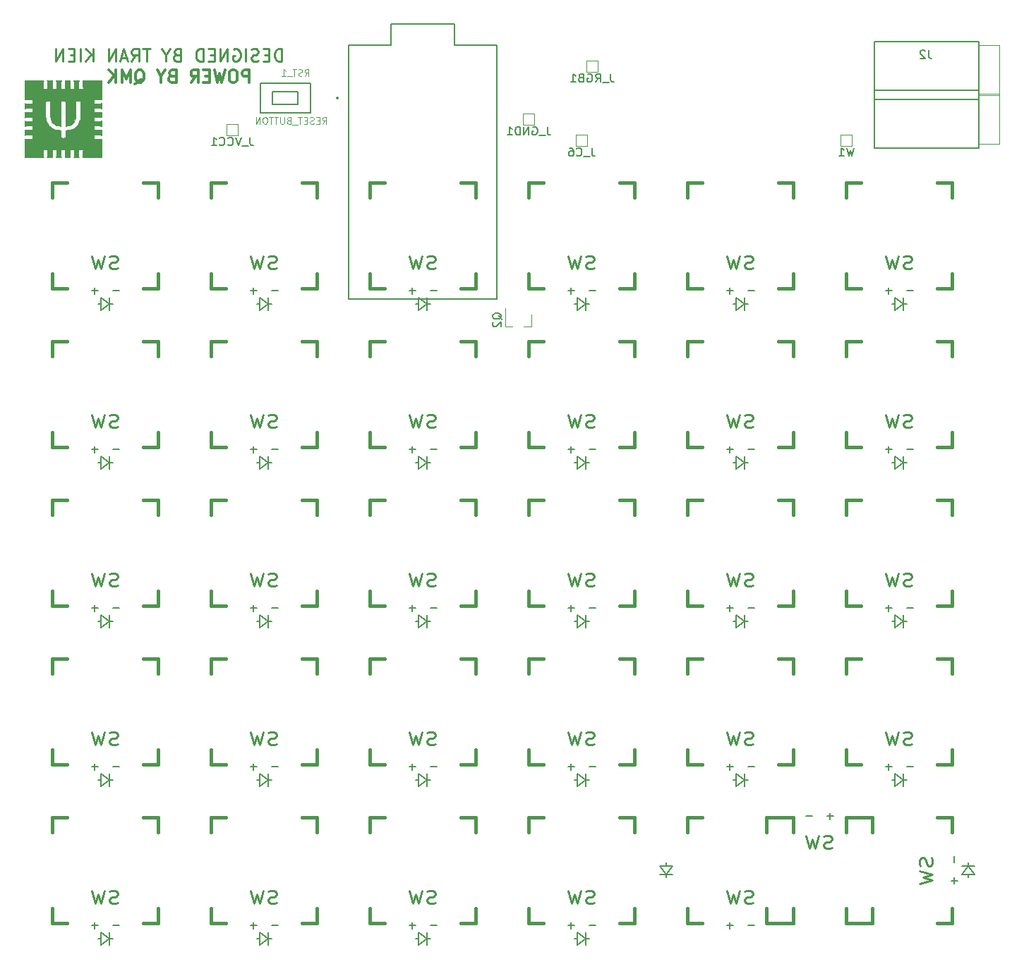
<source format=gbr>
G04 #@! TF.GenerationSoftware,KiCad,Pcbnew,(5.1.0)-1*
G04 #@! TF.CreationDate,2019-04-03T00:52:31+07:00*
G04 #@! TF.ProjectId,Nyquist,4e797175-6973-4742-9e6b-696361645f70,rev?*
G04 #@! TF.SameCoordinates,Original*
G04 #@! TF.FileFunction,Legend,Bot*
G04 #@! TF.FilePolarity,Positive*
%FSLAX46Y46*%
G04 Gerber Fmt 4.6, Leading zero omitted, Abs format (unit mm)*
G04 Created by KiCad (PCBNEW (5.1.0)-1) date 2019-04-03 00:52:31*
%MOMM*%
%LPD*%
G04 APERTURE LIST*
%ADD10C,0.250000*%
%ADD11C,0.300000*%
%ADD12C,0.010000*%
%ADD13C,0.120000*%
%ADD14C,0.200000*%
%ADD15C,0.100000*%
%ADD16C,0.381000*%
%ADD17C,0.150000*%
%ADD18C,0.127000*%
%ADD19C,0.254000*%
%ADD20C,0.050000*%
G04 APERTURE END LIST*
D10*
X93545714Y-23538571D02*
X93545714Y-22038571D01*
X93188571Y-22038571D01*
X92974285Y-22110000D01*
X92831428Y-22252857D01*
X92760000Y-22395714D01*
X92688571Y-22681428D01*
X92688571Y-22895714D01*
X92760000Y-23181428D01*
X92831428Y-23324285D01*
X92974285Y-23467142D01*
X93188571Y-23538571D01*
X93545714Y-23538571D01*
X92045714Y-22752857D02*
X91545714Y-22752857D01*
X91331428Y-23538571D02*
X92045714Y-23538571D01*
X92045714Y-22038571D01*
X91331428Y-22038571D01*
X90760000Y-23467142D02*
X90545714Y-23538571D01*
X90188571Y-23538571D01*
X90045714Y-23467142D01*
X89974285Y-23395714D01*
X89902857Y-23252857D01*
X89902857Y-23110000D01*
X89974285Y-22967142D01*
X90045714Y-22895714D01*
X90188571Y-22824285D01*
X90474285Y-22752857D01*
X90617142Y-22681428D01*
X90688571Y-22610000D01*
X90760000Y-22467142D01*
X90760000Y-22324285D01*
X90688571Y-22181428D01*
X90617142Y-22110000D01*
X90474285Y-22038571D01*
X90117142Y-22038571D01*
X89902857Y-22110000D01*
X89260000Y-23538571D02*
X89260000Y-22038571D01*
X87760000Y-22110000D02*
X87902857Y-22038571D01*
X88117142Y-22038571D01*
X88331428Y-22110000D01*
X88474285Y-22252857D01*
X88545714Y-22395714D01*
X88617142Y-22681428D01*
X88617142Y-22895714D01*
X88545714Y-23181428D01*
X88474285Y-23324285D01*
X88331428Y-23467142D01*
X88117142Y-23538571D01*
X87974285Y-23538571D01*
X87760000Y-23467142D01*
X87688571Y-23395714D01*
X87688571Y-22895714D01*
X87974285Y-22895714D01*
X87045714Y-23538571D02*
X87045714Y-22038571D01*
X86188571Y-23538571D01*
X86188571Y-22038571D01*
X85474285Y-22752857D02*
X84974285Y-22752857D01*
X84760000Y-23538571D02*
X85474285Y-23538571D01*
X85474285Y-22038571D01*
X84760000Y-22038571D01*
X84117142Y-23538571D02*
X84117142Y-22038571D01*
X83760000Y-22038571D01*
X83545714Y-22110000D01*
X83402857Y-22252857D01*
X83331428Y-22395714D01*
X83260000Y-22681428D01*
X83260000Y-22895714D01*
X83331428Y-23181428D01*
X83402857Y-23324285D01*
X83545714Y-23467142D01*
X83760000Y-23538571D01*
X84117142Y-23538571D01*
X80974285Y-22752857D02*
X80760000Y-22824285D01*
X80688571Y-22895714D01*
X80617142Y-23038571D01*
X80617142Y-23252857D01*
X80688571Y-23395714D01*
X80760000Y-23467142D01*
X80902857Y-23538571D01*
X81474285Y-23538571D01*
X81474285Y-22038571D01*
X80974285Y-22038571D01*
X80831428Y-22110000D01*
X80760000Y-22181428D01*
X80688571Y-22324285D01*
X80688571Y-22467142D01*
X80760000Y-22610000D01*
X80831428Y-22681428D01*
X80974285Y-22752857D01*
X81474285Y-22752857D01*
X79688571Y-22824285D02*
X79688571Y-23538571D01*
X80188571Y-22038571D02*
X79688571Y-22824285D01*
X79188571Y-22038571D01*
X77760000Y-22038571D02*
X76902857Y-22038571D01*
X77331428Y-23538571D02*
X77331428Y-22038571D01*
X75545714Y-23538571D02*
X76045714Y-22824285D01*
X76402857Y-23538571D02*
X76402857Y-22038571D01*
X75831428Y-22038571D01*
X75688571Y-22110000D01*
X75617142Y-22181428D01*
X75545714Y-22324285D01*
X75545714Y-22538571D01*
X75617142Y-22681428D01*
X75688571Y-22752857D01*
X75831428Y-22824285D01*
X76402857Y-22824285D01*
X74974285Y-23110000D02*
X74260000Y-23110000D01*
X75117142Y-23538571D02*
X74617142Y-22038571D01*
X74117142Y-23538571D01*
X73617142Y-23538571D02*
X73617142Y-22038571D01*
X72760000Y-23538571D01*
X72760000Y-22038571D01*
X70902857Y-23538571D02*
X70902857Y-22038571D01*
X70045714Y-23538571D02*
X70688571Y-22681428D01*
X70045714Y-22038571D02*
X70902857Y-22895714D01*
X69402857Y-23538571D02*
X69402857Y-22038571D01*
X68688571Y-22752857D02*
X68188571Y-22752857D01*
X67974285Y-23538571D02*
X68688571Y-23538571D01*
X68688571Y-22038571D01*
X67974285Y-22038571D01*
X67331428Y-23538571D02*
X67331428Y-22038571D01*
X66474285Y-23538571D01*
X66474285Y-22038571D01*
D11*
X89672857Y-26078571D02*
X89672857Y-24578571D01*
X89101428Y-24578571D01*
X88958571Y-24650000D01*
X88887142Y-24721428D01*
X88815714Y-24864285D01*
X88815714Y-25078571D01*
X88887142Y-25221428D01*
X88958571Y-25292857D01*
X89101428Y-25364285D01*
X89672857Y-25364285D01*
X87887142Y-24578571D02*
X87601428Y-24578571D01*
X87458571Y-24650000D01*
X87315714Y-24792857D01*
X87244285Y-25078571D01*
X87244285Y-25578571D01*
X87315714Y-25864285D01*
X87458571Y-26007142D01*
X87601428Y-26078571D01*
X87887142Y-26078571D01*
X88030000Y-26007142D01*
X88172857Y-25864285D01*
X88244285Y-25578571D01*
X88244285Y-25078571D01*
X88172857Y-24792857D01*
X88030000Y-24650000D01*
X87887142Y-24578571D01*
X86744285Y-24578571D02*
X86387142Y-26078571D01*
X86101428Y-25007142D01*
X85815714Y-26078571D01*
X85458571Y-24578571D01*
X84887142Y-25292857D02*
X84387142Y-25292857D01*
X84172857Y-26078571D02*
X84887142Y-26078571D01*
X84887142Y-24578571D01*
X84172857Y-24578571D01*
X82672857Y-26078571D02*
X83172857Y-25364285D01*
X83530000Y-26078571D02*
X83530000Y-24578571D01*
X82958571Y-24578571D01*
X82815714Y-24650000D01*
X82744285Y-24721428D01*
X82672857Y-24864285D01*
X82672857Y-25078571D01*
X82744285Y-25221428D01*
X82815714Y-25292857D01*
X82958571Y-25364285D01*
X83530000Y-25364285D01*
X80387142Y-25292857D02*
X80172857Y-25364285D01*
X80101428Y-25435714D01*
X80030000Y-25578571D01*
X80030000Y-25792857D01*
X80101428Y-25935714D01*
X80172857Y-26007142D01*
X80315714Y-26078571D01*
X80887142Y-26078571D01*
X80887142Y-24578571D01*
X80387142Y-24578571D01*
X80244285Y-24650000D01*
X80172857Y-24721428D01*
X80101428Y-24864285D01*
X80101428Y-25007142D01*
X80172857Y-25150000D01*
X80244285Y-25221428D01*
X80387142Y-25292857D01*
X80887142Y-25292857D01*
X79101428Y-25364285D02*
X79101428Y-26078571D01*
X79601428Y-24578571D02*
X79101428Y-25364285D01*
X78601428Y-24578571D01*
X75958571Y-26221428D02*
X76101428Y-26150000D01*
X76244285Y-26007142D01*
X76458571Y-25792857D01*
X76601428Y-25721428D01*
X76744285Y-25721428D01*
X76672857Y-26078571D02*
X76815714Y-26007142D01*
X76958571Y-25864285D01*
X77030000Y-25578571D01*
X77030000Y-25078571D01*
X76958571Y-24792857D01*
X76815714Y-24650000D01*
X76672857Y-24578571D01*
X76387142Y-24578571D01*
X76244285Y-24650000D01*
X76101428Y-24792857D01*
X76030000Y-25078571D01*
X76030000Y-25578571D01*
X76101428Y-25864285D01*
X76244285Y-26007142D01*
X76387142Y-26078571D01*
X76672857Y-26078571D01*
X75387142Y-26078571D02*
X75387142Y-24578571D01*
X74887142Y-25650000D01*
X74387142Y-24578571D01*
X74387142Y-26078571D01*
X73672857Y-26078571D02*
X73672857Y-24578571D01*
X72815714Y-26078571D02*
X73458571Y-25221428D01*
X72815714Y-24578571D02*
X73672857Y-25435714D01*
D12*
G36*
X70506052Y-25861951D02*
G01*
X70285637Y-25862418D01*
X70104554Y-25863317D01*
X69959377Y-25864751D01*
X69846682Y-25866820D01*
X69763043Y-25869625D01*
X69705035Y-25873266D01*
X69669235Y-25877843D01*
X69652215Y-25883458D01*
X69650553Y-25890211D01*
X69655086Y-25894551D01*
X69670783Y-25909241D01*
X69682539Y-25931516D01*
X69691074Y-25967918D01*
X69697106Y-26024988D01*
X69701353Y-26109265D01*
X69704534Y-26227292D01*
X69707081Y-26367915D01*
X69714253Y-26808546D01*
X69180363Y-26808546D01*
X69180363Y-26381364D01*
X69180688Y-26229973D01*
X69182109Y-26117869D01*
X69185299Y-26038158D01*
X69190931Y-25983946D01*
X69199678Y-25948341D01*
X69212211Y-25924449D01*
X69226545Y-25908000D01*
X69272727Y-25861819D01*
X68913169Y-25861819D01*
X68777550Y-25862184D01*
X68682240Y-25863721D01*
X68621368Y-25867088D01*
X68589064Y-25872943D01*
X68579458Y-25881947D01*
X68586679Y-25894757D01*
X68589896Y-25898104D01*
X68602888Y-25917681D01*
X68612455Y-25950898D01*
X68619082Y-26004082D01*
X68623254Y-26083563D01*
X68625455Y-26195668D01*
X68626172Y-26346727D01*
X68626181Y-26371468D01*
X68626181Y-26808546D01*
X68118181Y-26808546D01*
X68118181Y-26377409D01*
X68118695Y-26222295D01*
X68120591Y-26106759D01*
X68124402Y-26024206D01*
X68130661Y-25968041D01*
X68139899Y-25931669D01*
X68152649Y-25908494D01*
X68156397Y-25904046D01*
X68168924Y-25887991D01*
X68168703Y-25876624D01*
X68149706Y-25869135D01*
X68105904Y-25864718D01*
X68031271Y-25862566D01*
X67919779Y-25861872D01*
X67841091Y-25861819D01*
X67706902Y-25862058D01*
X67612868Y-25863313D01*
X67552960Y-25866392D01*
X67521151Y-25872101D01*
X67511413Y-25881248D01*
X67517719Y-25894641D01*
X67525785Y-25904046D01*
X67539483Y-25924978D01*
X67549538Y-25957481D01*
X67556483Y-26008148D01*
X67560848Y-26083576D01*
X67563167Y-26190360D01*
X67563972Y-26335095D01*
X67564000Y-26377409D01*
X67564000Y-26808546D01*
X67056000Y-26808546D01*
X67056000Y-26377409D01*
X67056513Y-26222295D01*
X67058410Y-26106759D01*
X67062220Y-26024206D01*
X67068479Y-25968041D01*
X67077717Y-25931669D01*
X67090467Y-25908494D01*
X67094215Y-25904046D01*
X67106743Y-25887991D01*
X67106521Y-25876624D01*
X67087524Y-25869135D01*
X67043722Y-25864718D01*
X66969089Y-25862566D01*
X66857597Y-25861872D01*
X66778909Y-25861819D01*
X66644721Y-25862058D01*
X66550686Y-25863313D01*
X66490778Y-25866392D01*
X66458969Y-25872101D01*
X66449231Y-25881248D01*
X66455537Y-25894641D01*
X66463603Y-25904046D01*
X66477301Y-25924978D01*
X66487357Y-25957481D01*
X66494301Y-26008148D01*
X66498666Y-26083576D01*
X66500985Y-26190360D01*
X66501791Y-26335095D01*
X66501818Y-26377409D01*
X66501818Y-26808546D01*
X65993818Y-26808546D01*
X65993818Y-26371468D01*
X65994365Y-26214421D01*
X65996328Y-26097217D01*
X66000193Y-26013529D01*
X66006445Y-25957028D01*
X66015569Y-25921385D01*
X66028050Y-25900271D01*
X66030104Y-25898104D01*
X66040202Y-25884381D01*
X66034746Y-25874607D01*
X66007868Y-25868125D01*
X65953696Y-25864274D01*
X65866359Y-25862396D01*
X65739989Y-25861832D01*
X65706831Y-25861819D01*
X65347272Y-25861819D01*
X65393454Y-25908000D01*
X65409786Y-25927331D01*
X65421751Y-25952441D01*
X65430024Y-25990224D01*
X65435276Y-26047574D01*
X65438179Y-26131384D01*
X65439407Y-26248546D01*
X65439636Y-26381364D01*
X65439636Y-26808546D01*
X64905746Y-26808546D01*
X64912918Y-26367915D01*
X64915754Y-26213889D01*
X64919008Y-26099503D01*
X64923400Y-26018217D01*
X64929648Y-25963490D01*
X64938471Y-25928782D01*
X64950586Y-25907551D01*
X64964913Y-25894551D01*
X64970389Y-25887113D01*
X64962437Y-25880870D01*
X64937632Y-25875721D01*
X64892548Y-25871565D01*
X64823761Y-25868302D01*
X64727845Y-25865832D01*
X64601376Y-25864052D01*
X64440929Y-25862864D01*
X64243079Y-25862166D01*
X64004401Y-25861858D01*
X63850777Y-25861819D01*
X62691818Y-25861819D01*
X62691818Y-27020777D01*
X62691951Y-27283948D01*
X62692417Y-27504363D01*
X62693317Y-27685446D01*
X62694751Y-27830623D01*
X62696820Y-27943318D01*
X62699624Y-28026957D01*
X62703265Y-28084965D01*
X62707842Y-28120765D01*
X62713457Y-28137785D01*
X62720210Y-28139447D01*
X62724551Y-28134914D01*
X62739240Y-28119217D01*
X62761515Y-28107461D01*
X62797918Y-28098926D01*
X62854987Y-28092894D01*
X62939265Y-28088647D01*
X63057291Y-28085466D01*
X63197914Y-28082919D01*
X63638545Y-28075747D01*
X63638545Y-28609637D01*
X63211363Y-28609637D01*
X63059973Y-28609312D01*
X62947868Y-28607891D01*
X62868157Y-28604701D01*
X62813946Y-28599069D01*
X62778341Y-28590322D01*
X62754449Y-28577789D01*
X62738000Y-28563455D01*
X62720550Y-28547132D01*
X62708164Y-28542629D01*
X62699975Y-28555836D01*
X62695113Y-28592641D01*
X62692711Y-28658935D01*
X62691902Y-28760605D01*
X62691818Y-28876831D01*
X62692184Y-29012450D01*
X62693721Y-29107760D01*
X62697087Y-29168632D01*
X62702943Y-29200936D01*
X62711946Y-29210542D01*
X62724756Y-29203321D01*
X62728104Y-29200104D01*
X62747681Y-29187112D01*
X62780897Y-29177545D01*
X62834081Y-29170918D01*
X62913562Y-29166746D01*
X63025668Y-29164545D01*
X63176727Y-29163828D01*
X63201467Y-29163819D01*
X63638545Y-29163819D01*
X63638545Y-29671819D01*
X63207409Y-29671819D01*
X63052294Y-29671305D01*
X62936758Y-29669409D01*
X62854205Y-29665598D01*
X62798040Y-29659339D01*
X62761668Y-29650101D01*
X62738494Y-29637351D01*
X62734045Y-29633603D01*
X62717991Y-29621076D01*
X62706623Y-29621297D01*
X62699134Y-29640294D01*
X62694718Y-29684096D01*
X62692566Y-29758729D01*
X62691871Y-29870221D01*
X62691818Y-29948909D01*
X62692057Y-30083098D01*
X62693312Y-30177132D01*
X62696391Y-30237040D01*
X62702100Y-30268849D01*
X62711248Y-30278587D01*
X62724640Y-30272281D01*
X62734045Y-30264215D01*
X62754978Y-30250517D01*
X62787480Y-30240462D01*
X62838148Y-30233517D01*
X62913576Y-30229152D01*
X63020360Y-30226833D01*
X63165095Y-30226028D01*
X63207409Y-30226000D01*
X63638545Y-30226000D01*
X63638545Y-30734000D01*
X63207409Y-30734000D01*
X63052294Y-30733487D01*
X62936758Y-30731590D01*
X62854205Y-30727780D01*
X62798040Y-30721521D01*
X62761668Y-30712283D01*
X62738494Y-30699533D01*
X62734045Y-30695785D01*
X62717991Y-30683257D01*
X62706623Y-30683479D01*
X62699134Y-30702476D01*
X62694718Y-30746278D01*
X62692566Y-30820911D01*
X62691871Y-30932403D01*
X62691818Y-31011091D01*
X62692057Y-31145279D01*
X62693312Y-31239314D01*
X62696391Y-31299222D01*
X62702100Y-31331031D01*
X62711248Y-31340769D01*
X62724640Y-31334463D01*
X62734045Y-31326397D01*
X62754978Y-31312699D01*
X62787480Y-31302643D01*
X62838148Y-31295699D01*
X62913576Y-31291334D01*
X63020360Y-31289015D01*
X63165095Y-31288209D01*
X63207409Y-31288182D01*
X63638545Y-31288182D01*
X63638545Y-31796182D01*
X63201467Y-31796182D01*
X63044420Y-31795635D01*
X62927216Y-31793672D01*
X62843528Y-31789807D01*
X62787027Y-31783555D01*
X62751384Y-31774431D01*
X62730270Y-31761950D01*
X62728104Y-31759896D01*
X62714380Y-31749798D01*
X62704607Y-31755254D01*
X62698124Y-31782132D01*
X62694273Y-31836304D01*
X62692395Y-31923641D01*
X62691831Y-32050011D01*
X62691818Y-32083169D01*
X62691818Y-32442728D01*
X62738000Y-32396546D01*
X62757330Y-32380214D01*
X62782441Y-32368249D01*
X62820224Y-32359976D01*
X62877574Y-32354724D01*
X62961383Y-32351821D01*
X63078546Y-32350593D01*
X63211363Y-32350364D01*
X63638545Y-32350364D01*
X63638545Y-32884254D01*
X63197914Y-32877082D01*
X63043888Y-32874246D01*
X62929503Y-32870992D01*
X62848217Y-32866600D01*
X62793490Y-32860352D01*
X62758781Y-32851529D01*
X62737551Y-32839414D01*
X62724551Y-32825087D01*
X62717113Y-32819611D01*
X62710869Y-32827563D01*
X62705720Y-32852368D01*
X62701565Y-32897452D01*
X62698302Y-32966239D01*
X62695831Y-33062155D01*
X62694052Y-33188624D01*
X62692864Y-33349071D01*
X62692166Y-33546921D01*
X62691858Y-33785599D01*
X62691818Y-33939223D01*
X62691818Y-35098182D01*
X63850777Y-35098182D01*
X64113948Y-35098049D01*
X64334362Y-35097583D01*
X64515445Y-35096683D01*
X64660622Y-35095249D01*
X64773318Y-35093180D01*
X64856957Y-35090376D01*
X64914964Y-35086735D01*
X64950765Y-35082158D01*
X64967784Y-35076543D01*
X64969446Y-35069790D01*
X64964913Y-35065449D01*
X64949217Y-35050760D01*
X64937460Y-35028485D01*
X64928925Y-34992082D01*
X64922893Y-34935013D01*
X64918646Y-34850735D01*
X64915465Y-34732709D01*
X64912918Y-34592086D01*
X64905746Y-34151455D01*
X65439636Y-34151455D01*
X65439636Y-34578637D01*
X65439312Y-34730027D01*
X65437891Y-34842132D01*
X65434700Y-34921843D01*
X65429068Y-34976054D01*
X65420322Y-35011659D01*
X65407788Y-35035551D01*
X65393454Y-35052000D01*
X65347272Y-35098182D01*
X65706831Y-35098182D01*
X65842450Y-35097816D01*
X65937760Y-35096279D01*
X65998631Y-35092913D01*
X66030935Y-35087057D01*
X66040541Y-35078054D01*
X66033320Y-35065244D01*
X66030104Y-35061896D01*
X66017111Y-35042319D01*
X66007544Y-35009103D01*
X66000917Y-34955919D01*
X65996746Y-34876438D01*
X65994544Y-34764332D01*
X65993827Y-34613273D01*
X65993818Y-34588533D01*
X65993818Y-34151455D01*
X66501818Y-34151455D01*
X66501818Y-34582591D01*
X66501304Y-34737706D01*
X66499408Y-34853242D01*
X66495597Y-34935795D01*
X66489339Y-34991960D01*
X66480101Y-35028332D01*
X66467351Y-35051506D01*
X66463603Y-35055955D01*
X66451075Y-35072009D01*
X66451296Y-35083377D01*
X66470294Y-35090866D01*
X66514095Y-35095282D01*
X66588728Y-35097434D01*
X66700221Y-35098129D01*
X66778909Y-35098182D01*
X66913097Y-35097943D01*
X67007131Y-35096688D01*
X67067039Y-35093609D01*
X67098849Y-35087900D01*
X67108587Y-35078752D01*
X67102281Y-35065360D01*
X67094215Y-35055955D01*
X67080516Y-35035022D01*
X67070461Y-35002520D01*
X67063517Y-34951852D01*
X67059151Y-34876424D01*
X67056832Y-34769640D01*
X67056027Y-34624905D01*
X67056000Y-34582591D01*
X67056000Y-34151455D01*
X67564000Y-34151455D01*
X67564000Y-34582591D01*
X67563486Y-34737706D01*
X67561590Y-34853242D01*
X67557779Y-34935795D01*
X67551521Y-34991960D01*
X67542283Y-35028332D01*
X67529532Y-35051506D01*
X67525785Y-35055955D01*
X67513257Y-35072009D01*
X67513478Y-35083377D01*
X67532476Y-35090866D01*
X67576277Y-35095282D01*
X67650910Y-35097434D01*
X67762402Y-35098129D01*
X67841091Y-35098182D01*
X67975279Y-35097943D01*
X68069313Y-35096688D01*
X68129221Y-35093609D01*
X68161030Y-35087900D01*
X68170768Y-35078752D01*
X68164463Y-35065360D01*
X68156397Y-35055955D01*
X68142698Y-35035022D01*
X68132643Y-35002520D01*
X68125699Y-34951852D01*
X68121333Y-34876424D01*
X68119014Y-34769640D01*
X68118209Y-34624905D01*
X68118181Y-34582591D01*
X68118181Y-34151455D01*
X68626181Y-34151455D01*
X68626181Y-34588533D01*
X68625635Y-34745580D01*
X68623672Y-34862784D01*
X68619806Y-34946472D01*
X68613554Y-35002973D01*
X68604430Y-35038616D01*
X68591949Y-35059730D01*
X68589896Y-35061896D01*
X68579798Y-35075620D01*
X68585253Y-35085393D01*
X68612131Y-35091876D01*
X68666304Y-35095727D01*
X68753640Y-35097605D01*
X68880011Y-35098169D01*
X68913169Y-35098182D01*
X69048881Y-35098037D01*
X69144300Y-35097025D01*
X69205315Y-35094277D01*
X69237816Y-35088925D01*
X69247691Y-35080102D01*
X69240829Y-35066939D01*
X69226545Y-35052000D01*
X69210214Y-35032670D01*
X69198248Y-35007559D01*
X69189975Y-34969776D01*
X69184724Y-34912426D01*
X69181820Y-34828617D01*
X69180592Y-34711454D01*
X69180363Y-34578637D01*
X69180363Y-34151455D01*
X69714253Y-34151455D01*
X69707081Y-34592086D01*
X69704246Y-34746112D01*
X69700991Y-34860497D01*
X69696599Y-34941783D01*
X69690351Y-34996510D01*
X69681529Y-35031219D01*
X69669413Y-35052449D01*
X69655086Y-35065449D01*
X69649610Y-35072887D01*
X69657562Y-35079131D01*
X69682368Y-35084280D01*
X69727451Y-35088435D01*
X69796239Y-35091698D01*
X69892154Y-35094169D01*
X70018623Y-35095948D01*
X70179070Y-35097136D01*
X70376920Y-35097834D01*
X70615598Y-35098142D01*
X70769223Y-35098182D01*
X71928181Y-35098182D01*
X71928181Y-33939223D01*
X71928049Y-33676052D01*
X71927582Y-33455638D01*
X71926683Y-33274555D01*
X71925249Y-33129378D01*
X71923180Y-33016682D01*
X71920375Y-32933043D01*
X71916734Y-32875036D01*
X71912157Y-32839235D01*
X71906542Y-32822216D01*
X71899789Y-32820554D01*
X71895449Y-32825087D01*
X71880759Y-32840783D01*
X71858484Y-32852540D01*
X71822082Y-32861075D01*
X71765012Y-32867107D01*
X71680735Y-32871354D01*
X71562708Y-32874535D01*
X71422085Y-32877082D01*
X70981454Y-32884254D01*
X70981454Y-32350364D01*
X71408636Y-32350364D01*
X71560027Y-32350688D01*
X71672131Y-32352109D01*
X71751842Y-32355300D01*
X71806054Y-32360932D01*
X71841659Y-32369678D01*
X71865551Y-32382212D01*
X71882000Y-32396546D01*
X71928181Y-32442728D01*
X71928181Y-32083169D01*
X71927816Y-31947550D01*
X71926279Y-31852240D01*
X71922912Y-31791369D01*
X71917057Y-31759065D01*
X71908053Y-31749459D01*
X71895243Y-31756680D01*
X71891896Y-31759896D01*
X71872319Y-31772889D01*
X71839102Y-31782456D01*
X71785918Y-31789083D01*
X71706437Y-31793254D01*
X71594332Y-31795456D01*
X71443273Y-31796173D01*
X71418532Y-31796182D01*
X70981454Y-31796182D01*
X70981454Y-31288182D01*
X71412591Y-31288182D01*
X71567705Y-31288696D01*
X71683241Y-31290592D01*
X71765794Y-31294403D01*
X71821959Y-31300661D01*
X71858331Y-31309899D01*
X71881506Y-31322649D01*
X71885954Y-31326397D01*
X71902009Y-31338925D01*
X71913376Y-31338704D01*
X71920865Y-31319706D01*
X71925282Y-31275905D01*
X71927434Y-31201272D01*
X71928128Y-31089779D01*
X71928181Y-31011091D01*
X71927942Y-30876903D01*
X71926687Y-30782869D01*
X71923608Y-30722961D01*
X71917899Y-30691151D01*
X71908752Y-30681413D01*
X71895359Y-30687719D01*
X71885954Y-30695785D01*
X71865022Y-30709484D01*
X71832519Y-30719539D01*
X71781852Y-30726483D01*
X71706424Y-30730849D01*
X71599640Y-30733168D01*
X71454905Y-30733973D01*
X71412591Y-30734000D01*
X70981454Y-30734000D01*
X70981454Y-30226000D01*
X71412591Y-30226000D01*
X71567705Y-30226514D01*
X71683241Y-30228410D01*
X71765794Y-30232221D01*
X71821959Y-30238479D01*
X71858331Y-30247717D01*
X71881506Y-30260468D01*
X71885954Y-30264215D01*
X71902009Y-30276743D01*
X71913376Y-30276522D01*
X71920865Y-30257524D01*
X71925282Y-30213723D01*
X71927434Y-30139090D01*
X71928128Y-30027598D01*
X71928181Y-29948909D01*
X71927942Y-29814721D01*
X71926687Y-29720687D01*
X71923608Y-29660779D01*
X71917899Y-29628970D01*
X71908752Y-29619232D01*
X71895359Y-29625537D01*
X71885954Y-29633603D01*
X71865022Y-29647302D01*
X71832519Y-29657357D01*
X71781852Y-29664301D01*
X71706424Y-29668667D01*
X71599640Y-29670986D01*
X71454905Y-29671791D01*
X71412591Y-29671818D01*
X70981454Y-29671819D01*
X70981454Y-29335396D01*
X69411272Y-29335396D01*
X69411272Y-29338057D01*
X69411138Y-29583118D01*
X69410604Y-29786987D01*
X69409479Y-29954656D01*
X69407570Y-30091114D01*
X69404683Y-30201352D01*
X69400625Y-30290360D01*
X69395203Y-30363128D01*
X69388225Y-30424647D01*
X69379497Y-30479906D01*
X69368826Y-30533897D01*
X69364183Y-30555290D01*
X69285460Y-30820962D01*
X69173514Y-31054788D01*
X69028195Y-31256895D01*
X68849350Y-31427409D01*
X68636830Y-31566458D01*
X68390482Y-31674168D01*
X68110156Y-31750667D01*
X67899507Y-31784989D01*
X67792297Y-31798225D01*
X67703356Y-31809086D01*
X67641795Y-31816470D01*
X67616724Y-31819271D01*
X67616644Y-31819273D01*
X67614573Y-31841145D01*
X67612777Y-31901888D01*
X67611370Y-31994189D01*
X67610468Y-32110737D01*
X67610181Y-32232082D01*
X67609479Y-32386513D01*
X67607070Y-32500775D01*
X67602502Y-32580863D01*
X67595326Y-32632774D01*
X67585088Y-32662503D01*
X67577021Y-32672411D01*
X67498602Y-32713052D01*
X67391561Y-32735583D01*
X67270355Y-32738538D01*
X67149441Y-32720446D01*
X67136818Y-32717119D01*
X67074694Y-32695068D01*
X67033166Y-32671429D01*
X67027490Y-32665293D01*
X67021965Y-32634588D01*
X67017152Y-32565704D01*
X67013370Y-32466641D01*
X67010939Y-32345402D01*
X67010171Y-32231166D01*
X67009818Y-31823332D01*
X66923227Y-31810183D01*
X66857752Y-31800776D01*
X66765113Y-31788121D01*
X66663964Y-31774761D01*
X66651353Y-31773130D01*
X66434577Y-31728853D01*
X66217691Y-31654606D01*
X66012107Y-31555868D01*
X65829239Y-31438112D01*
X65681355Y-31307726D01*
X65519394Y-31110645D01*
X65394259Y-30899777D01*
X65300689Y-30665141D01*
X65255417Y-30499935D01*
X65243943Y-30448028D01*
X65234507Y-30396264D01*
X65226913Y-30339646D01*
X65220962Y-30273179D01*
X65216458Y-30191869D01*
X65213204Y-30090718D01*
X65211001Y-29964731D01*
X65209654Y-29808914D01*
X65208964Y-29618269D01*
X65208735Y-29387802D01*
X65208727Y-29317339D01*
X65208798Y-29078464D01*
X65209134Y-28881588D01*
X65209921Y-28722529D01*
X65211345Y-28597104D01*
X65213590Y-28501132D01*
X65216843Y-28430429D01*
X65221289Y-28380813D01*
X65227113Y-28348101D01*
X65234501Y-28328112D01*
X65243638Y-28316663D01*
X65253391Y-28310267D01*
X65302080Y-28297257D01*
X65380772Y-28289361D01*
X65475928Y-28286443D01*
X65574005Y-28288367D01*
X65661462Y-28294996D01*
X65724759Y-28306194D01*
X65745744Y-28315228D01*
X65755008Y-28326098D01*
X65762747Y-28346055D01*
X65769148Y-28379198D01*
X65774397Y-28429629D01*
X65778682Y-28501449D01*
X65782189Y-28598757D01*
X65785105Y-28725655D01*
X65787617Y-28886245D01*
X65789912Y-29084625D01*
X65792175Y-29324899D01*
X65792281Y-29337000D01*
X65794529Y-29579519D01*
X65796788Y-29780580D01*
X65799289Y-29944908D01*
X65802261Y-30077227D01*
X65805935Y-30182260D01*
X65810541Y-30264732D01*
X65816309Y-30329366D01*
X65823469Y-30380886D01*
X65832251Y-30424017D01*
X65842887Y-30463481D01*
X65847978Y-30480152D01*
X65935086Y-30701947D01*
X66046833Y-30885653D01*
X66185459Y-31033097D01*
X66353204Y-31146107D01*
X66552305Y-31226508D01*
X66785003Y-31276127D01*
X66830863Y-31281957D01*
X67009818Y-31302608D01*
X67009818Y-29830772D01*
X67009898Y-29531972D01*
X67010196Y-29275970D01*
X67010796Y-29059383D01*
X67011786Y-28878827D01*
X67013251Y-28730919D01*
X67015276Y-28612275D01*
X67017947Y-28519511D01*
X67021351Y-28449245D01*
X67025572Y-28398092D01*
X67030697Y-28362669D01*
X67036812Y-28339593D01*
X67044001Y-28325480D01*
X67048101Y-28320653D01*
X67089284Y-28302789D01*
X67162255Y-28291496D01*
X67254863Y-28286506D01*
X67354958Y-28287551D01*
X67450387Y-28294364D01*
X67529001Y-28306676D01*
X67578648Y-28324219D01*
X67587614Y-28332546D01*
X67591989Y-28362400D01*
X67595981Y-28435728D01*
X67599548Y-28549824D01*
X67602652Y-28701980D01*
X67605252Y-28889491D01*
X67607308Y-29109649D01*
X67608780Y-29359748D01*
X67609629Y-29637082D01*
X67609828Y-29834895D01*
X67610181Y-31302608D01*
X67789136Y-31281957D01*
X68031538Y-31235997D01*
X68240967Y-31157744D01*
X68417670Y-31046987D01*
X68561891Y-30903517D01*
X68673878Y-30727125D01*
X68753876Y-30517599D01*
X68773374Y-30440806D01*
X68783054Y-30391294D01*
X68790975Y-30333529D01*
X68797301Y-30262682D01*
X68802194Y-30173925D01*
X68805820Y-30062429D01*
X68808340Y-29923365D01*
X68809918Y-29751905D01*
X68810718Y-29543219D01*
X68810909Y-29331807D01*
X68811098Y-29094179D01*
X68811769Y-28898468D01*
X68813076Y-28740412D01*
X68815172Y-28615749D01*
X68818213Y-28520215D01*
X68822352Y-28449548D01*
X68827742Y-28399484D01*
X68834540Y-28365762D01*
X68842898Y-28344118D01*
X68846854Y-28337684D01*
X68867589Y-28313634D01*
X68895664Y-28298520D01*
X68941245Y-28290301D01*
X69014494Y-28286935D01*
X69102373Y-28286364D01*
X69203230Y-28288801D01*
X69290254Y-28295333D01*
X69350518Y-28304790D01*
X69366609Y-28310267D01*
X69377356Y-28317559D01*
X69386226Y-28329619D01*
X69393400Y-28350586D01*
X69399056Y-28384597D01*
X69403375Y-28435787D01*
X69406537Y-28508295D01*
X69408720Y-28606258D01*
X69410106Y-28733812D01*
X69410873Y-28895095D01*
X69411202Y-29094244D01*
X69411272Y-29335396D01*
X70981454Y-29335396D01*
X70981454Y-29163819D01*
X71418532Y-29163818D01*
X71575579Y-29164365D01*
X71692783Y-29166328D01*
X71776471Y-29170194D01*
X71832972Y-29176446D01*
X71868615Y-29185570D01*
X71889729Y-29198051D01*
X71891896Y-29200104D01*
X71905619Y-29210202D01*
X71915393Y-29204747D01*
X71921875Y-29177869D01*
X71925726Y-29123696D01*
X71927604Y-29036360D01*
X71928168Y-28909989D01*
X71928181Y-28876831D01*
X71928181Y-28517273D01*
X71882000Y-28563455D01*
X71862669Y-28579786D01*
X71837559Y-28591752D01*
X71799776Y-28600025D01*
X71742426Y-28605276D01*
X71658616Y-28608180D01*
X71541454Y-28609408D01*
X71408636Y-28609637D01*
X70981454Y-28609637D01*
X70981454Y-28075747D01*
X71422085Y-28082919D01*
X71576111Y-28085754D01*
X71690497Y-28089009D01*
X71771783Y-28093401D01*
X71826510Y-28099649D01*
X71861218Y-28108471D01*
X71882449Y-28120587D01*
X71895449Y-28134914D01*
X71902887Y-28140390D01*
X71909130Y-28132438D01*
X71914279Y-28107632D01*
X71918435Y-28062549D01*
X71921698Y-27993761D01*
X71924168Y-27897846D01*
X71925948Y-27771377D01*
X71927136Y-27610930D01*
X71927834Y-27413080D01*
X71928142Y-27174402D01*
X71928181Y-27020777D01*
X71928181Y-25861819D01*
X70769223Y-25861819D01*
X70506052Y-25861951D01*
X70506052Y-25861951D01*
G37*
X70506052Y-25861951D02*
X70285637Y-25862418D01*
X70104554Y-25863317D01*
X69959377Y-25864751D01*
X69846682Y-25866820D01*
X69763043Y-25869625D01*
X69705035Y-25873266D01*
X69669235Y-25877843D01*
X69652215Y-25883458D01*
X69650553Y-25890211D01*
X69655086Y-25894551D01*
X69670783Y-25909241D01*
X69682539Y-25931516D01*
X69691074Y-25967918D01*
X69697106Y-26024988D01*
X69701353Y-26109265D01*
X69704534Y-26227292D01*
X69707081Y-26367915D01*
X69714253Y-26808546D01*
X69180363Y-26808546D01*
X69180363Y-26381364D01*
X69180688Y-26229973D01*
X69182109Y-26117869D01*
X69185299Y-26038158D01*
X69190931Y-25983946D01*
X69199678Y-25948341D01*
X69212211Y-25924449D01*
X69226545Y-25908000D01*
X69272727Y-25861819D01*
X68913169Y-25861819D01*
X68777550Y-25862184D01*
X68682240Y-25863721D01*
X68621368Y-25867088D01*
X68589064Y-25872943D01*
X68579458Y-25881947D01*
X68586679Y-25894757D01*
X68589896Y-25898104D01*
X68602888Y-25917681D01*
X68612455Y-25950898D01*
X68619082Y-26004082D01*
X68623254Y-26083563D01*
X68625455Y-26195668D01*
X68626172Y-26346727D01*
X68626181Y-26371468D01*
X68626181Y-26808546D01*
X68118181Y-26808546D01*
X68118181Y-26377409D01*
X68118695Y-26222295D01*
X68120591Y-26106759D01*
X68124402Y-26024206D01*
X68130661Y-25968041D01*
X68139899Y-25931669D01*
X68152649Y-25908494D01*
X68156397Y-25904046D01*
X68168924Y-25887991D01*
X68168703Y-25876624D01*
X68149706Y-25869135D01*
X68105904Y-25864718D01*
X68031271Y-25862566D01*
X67919779Y-25861872D01*
X67841091Y-25861819D01*
X67706902Y-25862058D01*
X67612868Y-25863313D01*
X67552960Y-25866392D01*
X67521151Y-25872101D01*
X67511413Y-25881248D01*
X67517719Y-25894641D01*
X67525785Y-25904046D01*
X67539483Y-25924978D01*
X67549538Y-25957481D01*
X67556483Y-26008148D01*
X67560848Y-26083576D01*
X67563167Y-26190360D01*
X67563972Y-26335095D01*
X67564000Y-26377409D01*
X67564000Y-26808546D01*
X67056000Y-26808546D01*
X67056000Y-26377409D01*
X67056513Y-26222295D01*
X67058410Y-26106759D01*
X67062220Y-26024206D01*
X67068479Y-25968041D01*
X67077717Y-25931669D01*
X67090467Y-25908494D01*
X67094215Y-25904046D01*
X67106743Y-25887991D01*
X67106521Y-25876624D01*
X67087524Y-25869135D01*
X67043722Y-25864718D01*
X66969089Y-25862566D01*
X66857597Y-25861872D01*
X66778909Y-25861819D01*
X66644721Y-25862058D01*
X66550686Y-25863313D01*
X66490778Y-25866392D01*
X66458969Y-25872101D01*
X66449231Y-25881248D01*
X66455537Y-25894641D01*
X66463603Y-25904046D01*
X66477301Y-25924978D01*
X66487357Y-25957481D01*
X66494301Y-26008148D01*
X66498666Y-26083576D01*
X66500985Y-26190360D01*
X66501791Y-26335095D01*
X66501818Y-26377409D01*
X66501818Y-26808546D01*
X65993818Y-26808546D01*
X65993818Y-26371468D01*
X65994365Y-26214421D01*
X65996328Y-26097217D01*
X66000193Y-26013529D01*
X66006445Y-25957028D01*
X66015569Y-25921385D01*
X66028050Y-25900271D01*
X66030104Y-25898104D01*
X66040202Y-25884381D01*
X66034746Y-25874607D01*
X66007868Y-25868125D01*
X65953696Y-25864274D01*
X65866359Y-25862396D01*
X65739989Y-25861832D01*
X65706831Y-25861819D01*
X65347272Y-25861819D01*
X65393454Y-25908000D01*
X65409786Y-25927331D01*
X65421751Y-25952441D01*
X65430024Y-25990224D01*
X65435276Y-26047574D01*
X65438179Y-26131384D01*
X65439407Y-26248546D01*
X65439636Y-26381364D01*
X65439636Y-26808546D01*
X64905746Y-26808546D01*
X64912918Y-26367915D01*
X64915754Y-26213889D01*
X64919008Y-26099503D01*
X64923400Y-26018217D01*
X64929648Y-25963490D01*
X64938471Y-25928782D01*
X64950586Y-25907551D01*
X64964913Y-25894551D01*
X64970389Y-25887113D01*
X64962437Y-25880870D01*
X64937632Y-25875721D01*
X64892548Y-25871565D01*
X64823761Y-25868302D01*
X64727845Y-25865832D01*
X64601376Y-25864052D01*
X64440929Y-25862864D01*
X64243079Y-25862166D01*
X64004401Y-25861858D01*
X63850777Y-25861819D01*
X62691818Y-25861819D01*
X62691818Y-27020777D01*
X62691951Y-27283948D01*
X62692417Y-27504363D01*
X62693317Y-27685446D01*
X62694751Y-27830623D01*
X62696820Y-27943318D01*
X62699624Y-28026957D01*
X62703265Y-28084965D01*
X62707842Y-28120765D01*
X62713457Y-28137785D01*
X62720210Y-28139447D01*
X62724551Y-28134914D01*
X62739240Y-28119217D01*
X62761515Y-28107461D01*
X62797918Y-28098926D01*
X62854987Y-28092894D01*
X62939265Y-28088647D01*
X63057291Y-28085466D01*
X63197914Y-28082919D01*
X63638545Y-28075747D01*
X63638545Y-28609637D01*
X63211363Y-28609637D01*
X63059973Y-28609312D01*
X62947868Y-28607891D01*
X62868157Y-28604701D01*
X62813946Y-28599069D01*
X62778341Y-28590322D01*
X62754449Y-28577789D01*
X62738000Y-28563455D01*
X62720550Y-28547132D01*
X62708164Y-28542629D01*
X62699975Y-28555836D01*
X62695113Y-28592641D01*
X62692711Y-28658935D01*
X62691902Y-28760605D01*
X62691818Y-28876831D01*
X62692184Y-29012450D01*
X62693721Y-29107760D01*
X62697087Y-29168632D01*
X62702943Y-29200936D01*
X62711946Y-29210542D01*
X62724756Y-29203321D01*
X62728104Y-29200104D01*
X62747681Y-29187112D01*
X62780897Y-29177545D01*
X62834081Y-29170918D01*
X62913562Y-29166746D01*
X63025668Y-29164545D01*
X63176727Y-29163828D01*
X63201467Y-29163819D01*
X63638545Y-29163819D01*
X63638545Y-29671819D01*
X63207409Y-29671819D01*
X63052294Y-29671305D01*
X62936758Y-29669409D01*
X62854205Y-29665598D01*
X62798040Y-29659339D01*
X62761668Y-29650101D01*
X62738494Y-29637351D01*
X62734045Y-29633603D01*
X62717991Y-29621076D01*
X62706623Y-29621297D01*
X62699134Y-29640294D01*
X62694718Y-29684096D01*
X62692566Y-29758729D01*
X62691871Y-29870221D01*
X62691818Y-29948909D01*
X62692057Y-30083098D01*
X62693312Y-30177132D01*
X62696391Y-30237040D01*
X62702100Y-30268849D01*
X62711248Y-30278587D01*
X62724640Y-30272281D01*
X62734045Y-30264215D01*
X62754978Y-30250517D01*
X62787480Y-30240462D01*
X62838148Y-30233517D01*
X62913576Y-30229152D01*
X63020360Y-30226833D01*
X63165095Y-30226028D01*
X63207409Y-30226000D01*
X63638545Y-30226000D01*
X63638545Y-30734000D01*
X63207409Y-30734000D01*
X63052294Y-30733487D01*
X62936758Y-30731590D01*
X62854205Y-30727780D01*
X62798040Y-30721521D01*
X62761668Y-30712283D01*
X62738494Y-30699533D01*
X62734045Y-30695785D01*
X62717991Y-30683257D01*
X62706623Y-30683479D01*
X62699134Y-30702476D01*
X62694718Y-30746278D01*
X62692566Y-30820911D01*
X62691871Y-30932403D01*
X62691818Y-31011091D01*
X62692057Y-31145279D01*
X62693312Y-31239314D01*
X62696391Y-31299222D01*
X62702100Y-31331031D01*
X62711248Y-31340769D01*
X62724640Y-31334463D01*
X62734045Y-31326397D01*
X62754978Y-31312699D01*
X62787480Y-31302643D01*
X62838148Y-31295699D01*
X62913576Y-31291334D01*
X63020360Y-31289015D01*
X63165095Y-31288209D01*
X63207409Y-31288182D01*
X63638545Y-31288182D01*
X63638545Y-31796182D01*
X63201467Y-31796182D01*
X63044420Y-31795635D01*
X62927216Y-31793672D01*
X62843528Y-31789807D01*
X62787027Y-31783555D01*
X62751384Y-31774431D01*
X62730270Y-31761950D01*
X62728104Y-31759896D01*
X62714380Y-31749798D01*
X62704607Y-31755254D01*
X62698124Y-31782132D01*
X62694273Y-31836304D01*
X62692395Y-31923641D01*
X62691831Y-32050011D01*
X62691818Y-32083169D01*
X62691818Y-32442728D01*
X62738000Y-32396546D01*
X62757330Y-32380214D01*
X62782441Y-32368249D01*
X62820224Y-32359976D01*
X62877574Y-32354724D01*
X62961383Y-32351821D01*
X63078546Y-32350593D01*
X63211363Y-32350364D01*
X63638545Y-32350364D01*
X63638545Y-32884254D01*
X63197914Y-32877082D01*
X63043888Y-32874246D01*
X62929503Y-32870992D01*
X62848217Y-32866600D01*
X62793490Y-32860352D01*
X62758781Y-32851529D01*
X62737551Y-32839414D01*
X62724551Y-32825087D01*
X62717113Y-32819611D01*
X62710869Y-32827563D01*
X62705720Y-32852368D01*
X62701565Y-32897452D01*
X62698302Y-32966239D01*
X62695831Y-33062155D01*
X62694052Y-33188624D01*
X62692864Y-33349071D01*
X62692166Y-33546921D01*
X62691858Y-33785599D01*
X62691818Y-33939223D01*
X62691818Y-35098182D01*
X63850777Y-35098182D01*
X64113948Y-35098049D01*
X64334362Y-35097583D01*
X64515445Y-35096683D01*
X64660622Y-35095249D01*
X64773318Y-35093180D01*
X64856957Y-35090376D01*
X64914964Y-35086735D01*
X64950765Y-35082158D01*
X64967784Y-35076543D01*
X64969446Y-35069790D01*
X64964913Y-35065449D01*
X64949217Y-35050760D01*
X64937460Y-35028485D01*
X64928925Y-34992082D01*
X64922893Y-34935013D01*
X64918646Y-34850735D01*
X64915465Y-34732709D01*
X64912918Y-34592086D01*
X64905746Y-34151455D01*
X65439636Y-34151455D01*
X65439636Y-34578637D01*
X65439312Y-34730027D01*
X65437891Y-34842132D01*
X65434700Y-34921843D01*
X65429068Y-34976054D01*
X65420322Y-35011659D01*
X65407788Y-35035551D01*
X65393454Y-35052000D01*
X65347272Y-35098182D01*
X65706831Y-35098182D01*
X65842450Y-35097816D01*
X65937760Y-35096279D01*
X65998631Y-35092913D01*
X66030935Y-35087057D01*
X66040541Y-35078054D01*
X66033320Y-35065244D01*
X66030104Y-35061896D01*
X66017111Y-35042319D01*
X66007544Y-35009103D01*
X66000917Y-34955919D01*
X65996746Y-34876438D01*
X65994544Y-34764332D01*
X65993827Y-34613273D01*
X65993818Y-34588533D01*
X65993818Y-34151455D01*
X66501818Y-34151455D01*
X66501818Y-34582591D01*
X66501304Y-34737706D01*
X66499408Y-34853242D01*
X66495597Y-34935795D01*
X66489339Y-34991960D01*
X66480101Y-35028332D01*
X66467351Y-35051506D01*
X66463603Y-35055955D01*
X66451075Y-35072009D01*
X66451296Y-35083377D01*
X66470294Y-35090866D01*
X66514095Y-35095282D01*
X66588728Y-35097434D01*
X66700221Y-35098129D01*
X66778909Y-35098182D01*
X66913097Y-35097943D01*
X67007131Y-35096688D01*
X67067039Y-35093609D01*
X67098849Y-35087900D01*
X67108587Y-35078752D01*
X67102281Y-35065360D01*
X67094215Y-35055955D01*
X67080516Y-35035022D01*
X67070461Y-35002520D01*
X67063517Y-34951852D01*
X67059151Y-34876424D01*
X67056832Y-34769640D01*
X67056027Y-34624905D01*
X67056000Y-34582591D01*
X67056000Y-34151455D01*
X67564000Y-34151455D01*
X67564000Y-34582591D01*
X67563486Y-34737706D01*
X67561590Y-34853242D01*
X67557779Y-34935795D01*
X67551521Y-34991960D01*
X67542283Y-35028332D01*
X67529532Y-35051506D01*
X67525785Y-35055955D01*
X67513257Y-35072009D01*
X67513478Y-35083377D01*
X67532476Y-35090866D01*
X67576277Y-35095282D01*
X67650910Y-35097434D01*
X67762402Y-35098129D01*
X67841091Y-35098182D01*
X67975279Y-35097943D01*
X68069313Y-35096688D01*
X68129221Y-35093609D01*
X68161030Y-35087900D01*
X68170768Y-35078752D01*
X68164463Y-35065360D01*
X68156397Y-35055955D01*
X68142698Y-35035022D01*
X68132643Y-35002520D01*
X68125699Y-34951852D01*
X68121333Y-34876424D01*
X68119014Y-34769640D01*
X68118209Y-34624905D01*
X68118181Y-34582591D01*
X68118181Y-34151455D01*
X68626181Y-34151455D01*
X68626181Y-34588533D01*
X68625635Y-34745580D01*
X68623672Y-34862784D01*
X68619806Y-34946472D01*
X68613554Y-35002973D01*
X68604430Y-35038616D01*
X68591949Y-35059730D01*
X68589896Y-35061896D01*
X68579798Y-35075620D01*
X68585253Y-35085393D01*
X68612131Y-35091876D01*
X68666304Y-35095727D01*
X68753640Y-35097605D01*
X68880011Y-35098169D01*
X68913169Y-35098182D01*
X69048881Y-35098037D01*
X69144300Y-35097025D01*
X69205315Y-35094277D01*
X69237816Y-35088925D01*
X69247691Y-35080102D01*
X69240829Y-35066939D01*
X69226545Y-35052000D01*
X69210214Y-35032670D01*
X69198248Y-35007559D01*
X69189975Y-34969776D01*
X69184724Y-34912426D01*
X69181820Y-34828617D01*
X69180592Y-34711454D01*
X69180363Y-34578637D01*
X69180363Y-34151455D01*
X69714253Y-34151455D01*
X69707081Y-34592086D01*
X69704246Y-34746112D01*
X69700991Y-34860497D01*
X69696599Y-34941783D01*
X69690351Y-34996510D01*
X69681529Y-35031219D01*
X69669413Y-35052449D01*
X69655086Y-35065449D01*
X69649610Y-35072887D01*
X69657562Y-35079131D01*
X69682368Y-35084280D01*
X69727451Y-35088435D01*
X69796239Y-35091698D01*
X69892154Y-35094169D01*
X70018623Y-35095948D01*
X70179070Y-35097136D01*
X70376920Y-35097834D01*
X70615598Y-35098142D01*
X70769223Y-35098182D01*
X71928181Y-35098182D01*
X71928181Y-33939223D01*
X71928049Y-33676052D01*
X71927582Y-33455638D01*
X71926683Y-33274555D01*
X71925249Y-33129378D01*
X71923180Y-33016682D01*
X71920375Y-32933043D01*
X71916734Y-32875036D01*
X71912157Y-32839235D01*
X71906542Y-32822216D01*
X71899789Y-32820554D01*
X71895449Y-32825087D01*
X71880759Y-32840783D01*
X71858484Y-32852540D01*
X71822082Y-32861075D01*
X71765012Y-32867107D01*
X71680735Y-32871354D01*
X71562708Y-32874535D01*
X71422085Y-32877082D01*
X70981454Y-32884254D01*
X70981454Y-32350364D01*
X71408636Y-32350364D01*
X71560027Y-32350688D01*
X71672131Y-32352109D01*
X71751842Y-32355300D01*
X71806054Y-32360932D01*
X71841659Y-32369678D01*
X71865551Y-32382212D01*
X71882000Y-32396546D01*
X71928181Y-32442728D01*
X71928181Y-32083169D01*
X71927816Y-31947550D01*
X71926279Y-31852240D01*
X71922912Y-31791369D01*
X71917057Y-31759065D01*
X71908053Y-31749459D01*
X71895243Y-31756680D01*
X71891896Y-31759896D01*
X71872319Y-31772889D01*
X71839102Y-31782456D01*
X71785918Y-31789083D01*
X71706437Y-31793254D01*
X71594332Y-31795456D01*
X71443273Y-31796173D01*
X71418532Y-31796182D01*
X70981454Y-31796182D01*
X70981454Y-31288182D01*
X71412591Y-31288182D01*
X71567705Y-31288696D01*
X71683241Y-31290592D01*
X71765794Y-31294403D01*
X71821959Y-31300661D01*
X71858331Y-31309899D01*
X71881506Y-31322649D01*
X71885954Y-31326397D01*
X71902009Y-31338925D01*
X71913376Y-31338704D01*
X71920865Y-31319706D01*
X71925282Y-31275905D01*
X71927434Y-31201272D01*
X71928128Y-31089779D01*
X71928181Y-31011091D01*
X71927942Y-30876903D01*
X71926687Y-30782869D01*
X71923608Y-30722961D01*
X71917899Y-30691151D01*
X71908752Y-30681413D01*
X71895359Y-30687719D01*
X71885954Y-30695785D01*
X71865022Y-30709484D01*
X71832519Y-30719539D01*
X71781852Y-30726483D01*
X71706424Y-30730849D01*
X71599640Y-30733168D01*
X71454905Y-30733973D01*
X71412591Y-30734000D01*
X70981454Y-30734000D01*
X70981454Y-30226000D01*
X71412591Y-30226000D01*
X71567705Y-30226514D01*
X71683241Y-30228410D01*
X71765794Y-30232221D01*
X71821959Y-30238479D01*
X71858331Y-30247717D01*
X71881506Y-30260468D01*
X71885954Y-30264215D01*
X71902009Y-30276743D01*
X71913376Y-30276522D01*
X71920865Y-30257524D01*
X71925282Y-30213723D01*
X71927434Y-30139090D01*
X71928128Y-30027598D01*
X71928181Y-29948909D01*
X71927942Y-29814721D01*
X71926687Y-29720687D01*
X71923608Y-29660779D01*
X71917899Y-29628970D01*
X71908752Y-29619232D01*
X71895359Y-29625537D01*
X71885954Y-29633603D01*
X71865022Y-29647302D01*
X71832519Y-29657357D01*
X71781852Y-29664301D01*
X71706424Y-29668667D01*
X71599640Y-29670986D01*
X71454905Y-29671791D01*
X71412591Y-29671818D01*
X70981454Y-29671819D01*
X70981454Y-29335396D01*
X69411272Y-29335396D01*
X69411272Y-29338057D01*
X69411138Y-29583118D01*
X69410604Y-29786987D01*
X69409479Y-29954656D01*
X69407570Y-30091114D01*
X69404683Y-30201352D01*
X69400625Y-30290360D01*
X69395203Y-30363128D01*
X69388225Y-30424647D01*
X69379497Y-30479906D01*
X69368826Y-30533897D01*
X69364183Y-30555290D01*
X69285460Y-30820962D01*
X69173514Y-31054788D01*
X69028195Y-31256895D01*
X68849350Y-31427409D01*
X68636830Y-31566458D01*
X68390482Y-31674168D01*
X68110156Y-31750667D01*
X67899507Y-31784989D01*
X67792297Y-31798225D01*
X67703356Y-31809086D01*
X67641795Y-31816470D01*
X67616724Y-31819271D01*
X67616644Y-31819273D01*
X67614573Y-31841145D01*
X67612777Y-31901888D01*
X67611370Y-31994189D01*
X67610468Y-32110737D01*
X67610181Y-32232082D01*
X67609479Y-32386513D01*
X67607070Y-32500775D01*
X67602502Y-32580863D01*
X67595326Y-32632774D01*
X67585088Y-32662503D01*
X67577021Y-32672411D01*
X67498602Y-32713052D01*
X67391561Y-32735583D01*
X67270355Y-32738538D01*
X67149441Y-32720446D01*
X67136818Y-32717119D01*
X67074694Y-32695068D01*
X67033166Y-32671429D01*
X67027490Y-32665293D01*
X67021965Y-32634588D01*
X67017152Y-32565704D01*
X67013370Y-32466641D01*
X67010939Y-32345402D01*
X67010171Y-32231166D01*
X67009818Y-31823332D01*
X66923227Y-31810183D01*
X66857752Y-31800776D01*
X66765113Y-31788121D01*
X66663964Y-31774761D01*
X66651353Y-31773130D01*
X66434577Y-31728853D01*
X66217691Y-31654606D01*
X66012107Y-31555868D01*
X65829239Y-31438112D01*
X65681355Y-31307726D01*
X65519394Y-31110645D01*
X65394259Y-30899777D01*
X65300689Y-30665141D01*
X65255417Y-30499935D01*
X65243943Y-30448028D01*
X65234507Y-30396264D01*
X65226913Y-30339646D01*
X65220962Y-30273179D01*
X65216458Y-30191869D01*
X65213204Y-30090718D01*
X65211001Y-29964731D01*
X65209654Y-29808914D01*
X65208964Y-29618269D01*
X65208735Y-29387802D01*
X65208727Y-29317339D01*
X65208798Y-29078464D01*
X65209134Y-28881588D01*
X65209921Y-28722529D01*
X65211345Y-28597104D01*
X65213590Y-28501132D01*
X65216843Y-28430429D01*
X65221289Y-28380813D01*
X65227113Y-28348101D01*
X65234501Y-28328112D01*
X65243638Y-28316663D01*
X65253391Y-28310267D01*
X65302080Y-28297257D01*
X65380772Y-28289361D01*
X65475928Y-28286443D01*
X65574005Y-28288367D01*
X65661462Y-28294996D01*
X65724759Y-28306194D01*
X65745744Y-28315228D01*
X65755008Y-28326098D01*
X65762747Y-28346055D01*
X65769148Y-28379198D01*
X65774397Y-28429629D01*
X65778682Y-28501449D01*
X65782189Y-28598757D01*
X65785105Y-28725655D01*
X65787617Y-28886245D01*
X65789912Y-29084625D01*
X65792175Y-29324899D01*
X65792281Y-29337000D01*
X65794529Y-29579519D01*
X65796788Y-29780580D01*
X65799289Y-29944908D01*
X65802261Y-30077227D01*
X65805935Y-30182260D01*
X65810541Y-30264732D01*
X65816309Y-30329366D01*
X65823469Y-30380886D01*
X65832251Y-30424017D01*
X65842887Y-30463481D01*
X65847978Y-30480152D01*
X65935086Y-30701947D01*
X66046833Y-30885653D01*
X66185459Y-31033097D01*
X66353204Y-31146107D01*
X66552305Y-31226508D01*
X66785003Y-31276127D01*
X66830863Y-31281957D01*
X67009818Y-31302608D01*
X67009818Y-29830772D01*
X67009898Y-29531972D01*
X67010196Y-29275970D01*
X67010796Y-29059383D01*
X67011786Y-28878827D01*
X67013251Y-28730919D01*
X67015276Y-28612275D01*
X67017947Y-28519511D01*
X67021351Y-28449245D01*
X67025572Y-28398092D01*
X67030697Y-28362669D01*
X67036812Y-28339593D01*
X67044001Y-28325480D01*
X67048101Y-28320653D01*
X67089284Y-28302789D01*
X67162255Y-28291496D01*
X67254863Y-28286506D01*
X67354958Y-28287551D01*
X67450387Y-28294364D01*
X67529001Y-28306676D01*
X67578648Y-28324219D01*
X67587614Y-28332546D01*
X67591989Y-28362400D01*
X67595981Y-28435728D01*
X67599548Y-28549824D01*
X67602652Y-28701980D01*
X67605252Y-28889491D01*
X67607308Y-29109649D01*
X67608780Y-29359748D01*
X67609629Y-29637082D01*
X67609828Y-29834895D01*
X67610181Y-31302608D01*
X67789136Y-31281957D01*
X68031538Y-31235997D01*
X68240967Y-31157744D01*
X68417670Y-31046987D01*
X68561891Y-30903517D01*
X68673878Y-30727125D01*
X68753876Y-30517599D01*
X68773374Y-30440806D01*
X68783054Y-30391294D01*
X68790975Y-30333529D01*
X68797301Y-30262682D01*
X68802194Y-30173925D01*
X68805820Y-30062429D01*
X68808340Y-29923365D01*
X68809918Y-29751905D01*
X68810718Y-29543219D01*
X68810909Y-29331807D01*
X68811098Y-29094179D01*
X68811769Y-28898468D01*
X68813076Y-28740412D01*
X68815172Y-28615749D01*
X68818213Y-28520215D01*
X68822352Y-28449548D01*
X68827742Y-28399484D01*
X68834540Y-28365762D01*
X68842898Y-28344118D01*
X68846854Y-28337684D01*
X68867589Y-28313634D01*
X68895664Y-28298520D01*
X68941245Y-28290301D01*
X69014494Y-28286935D01*
X69102373Y-28286364D01*
X69203230Y-28288801D01*
X69290254Y-28295333D01*
X69350518Y-28304790D01*
X69366609Y-28310267D01*
X69377356Y-28317559D01*
X69386226Y-28329619D01*
X69393400Y-28350586D01*
X69399056Y-28384597D01*
X69403375Y-28435787D01*
X69406537Y-28508295D01*
X69408720Y-28606258D01*
X69410106Y-28733812D01*
X69410873Y-28895095D01*
X69411202Y-29094244D01*
X69411272Y-29335396D01*
X70981454Y-29335396D01*
X70981454Y-29163819D01*
X71418532Y-29163818D01*
X71575579Y-29164365D01*
X71692783Y-29166328D01*
X71776471Y-29170194D01*
X71832972Y-29176446D01*
X71868615Y-29185570D01*
X71889729Y-29198051D01*
X71891896Y-29200104D01*
X71905619Y-29210202D01*
X71915393Y-29204747D01*
X71921875Y-29177869D01*
X71925726Y-29123696D01*
X71927604Y-29036360D01*
X71928168Y-28909989D01*
X71928181Y-28876831D01*
X71928181Y-28517273D01*
X71882000Y-28563455D01*
X71862669Y-28579786D01*
X71837559Y-28591752D01*
X71799776Y-28600025D01*
X71742426Y-28605276D01*
X71658616Y-28608180D01*
X71541454Y-28609408D01*
X71408636Y-28609637D01*
X70981454Y-28609637D01*
X70981454Y-28075747D01*
X71422085Y-28082919D01*
X71576111Y-28085754D01*
X71690497Y-28089009D01*
X71771783Y-28093401D01*
X71826510Y-28099649D01*
X71861218Y-28108471D01*
X71882449Y-28120587D01*
X71895449Y-28134914D01*
X71902887Y-28140390D01*
X71909130Y-28132438D01*
X71914279Y-28107632D01*
X71918435Y-28062549D01*
X71921698Y-27993761D01*
X71924168Y-27897846D01*
X71925948Y-27771377D01*
X71927136Y-27610930D01*
X71927834Y-27413080D01*
X71928142Y-27174402D01*
X71928181Y-27020777D01*
X71928181Y-25861819D01*
X70769223Y-25861819D01*
X70506052Y-25861951D01*
D13*
X160590000Y-32320000D02*
X160590000Y-33720000D01*
X161990000Y-32320000D02*
X160590000Y-32320000D01*
X161990000Y-33720000D02*
X161990000Y-32320000D01*
X160590000Y-33720000D02*
X161990000Y-33720000D01*
X86930000Y-32450000D02*
X88330000Y-32450000D01*
X88330000Y-32450000D02*
X88330000Y-31050000D01*
X88330000Y-31050000D02*
X86930000Y-31050000D01*
X86930000Y-31050000D02*
X86930000Y-32450000D01*
D14*
X177165000Y-28140000D02*
X164665000Y-28140000D01*
D15*
X177165000Y-21640000D02*
X179665000Y-21640000D01*
X179665000Y-27640000D02*
X177165000Y-27640000D01*
D14*
X177165000Y-21140000D02*
X177165000Y-28140000D01*
X164665000Y-21140000D02*
X177165000Y-21140000D01*
X164665000Y-28140000D02*
X164665000Y-21140000D01*
D15*
X179665000Y-27640000D02*
X179665000Y-21640000D01*
D16*
X164442000Y-125222000D02*
X164442000Y-127000000D01*
X164442000Y-114300000D02*
X164442000Y-116078000D01*
X162664000Y-114300000D02*
X164442000Y-114300000D01*
X151742000Y-114300000D02*
X153520000Y-114300000D01*
X151742000Y-116078000D02*
X151742000Y-114300000D01*
X151742000Y-127000000D02*
X151742000Y-125222000D01*
X153520000Y-127000000D02*
X151742000Y-127000000D01*
X164442000Y-127000000D02*
X162664000Y-127000000D01*
X164442000Y-125222000D02*
X164442000Y-127000000D01*
X164442000Y-114300000D02*
X164442000Y-116078000D01*
X162664000Y-114300000D02*
X164442000Y-114300000D01*
X151742000Y-114300000D02*
X153520000Y-114300000D01*
X151742000Y-116078000D02*
X151742000Y-114300000D01*
X151742000Y-127000000D02*
X151742000Y-125222000D01*
X153520000Y-127000000D02*
X151742000Y-127000000D01*
X164442000Y-127000000D02*
X162664000Y-127000000D01*
X164442000Y-127000000D02*
X162664000Y-127000000D01*
X153520000Y-127000000D02*
X151742000Y-127000000D01*
X151742000Y-127000000D02*
X151742000Y-125222000D01*
X151742000Y-116078000D02*
X151742000Y-114300000D01*
X151742000Y-114300000D02*
X153520000Y-114300000D01*
X162664000Y-114300000D02*
X164442000Y-114300000D01*
X164442000Y-114300000D02*
X164442000Y-116078000D01*
X164442000Y-125222000D02*
X164442000Y-127000000D01*
D13*
X123500000Y-55370000D02*
X123500000Y-53910000D01*
X120340000Y-55370000D02*
X120340000Y-53210000D01*
X120340000Y-55370000D02*
X121270000Y-55370000D01*
X123500000Y-55370000D02*
X122570000Y-55370000D01*
D16*
X142240000Y-116078000D02*
X142240000Y-114300000D01*
X142240000Y-127000000D02*
X142240000Y-125222000D01*
X144018000Y-127000000D02*
X142240000Y-127000000D01*
X154940000Y-127000000D02*
X153162000Y-127000000D01*
X154940000Y-125222000D02*
X154940000Y-127000000D01*
X154940000Y-114300000D02*
X154940000Y-116078000D01*
X153162000Y-114300000D02*
X154940000Y-114300000D01*
X142240000Y-114300000D02*
X144018000Y-114300000D01*
D17*
X139700000Y-120142000D02*
X139700000Y-119761000D01*
X139700000Y-121539000D02*
X139700000Y-121158000D01*
X139700000Y-121158000D02*
X140462000Y-120142000D01*
X138938000Y-120142000D02*
X140462000Y-120142000D01*
X138938000Y-121158000D02*
X140462000Y-121158000D01*
X139700000Y-121158000D02*
X138938000Y-120142000D01*
D16*
X142240000Y-116078000D02*
X142240000Y-114300000D01*
X142240000Y-127000000D02*
X142240000Y-125222000D01*
X144018000Y-127000000D02*
X142240000Y-127000000D01*
X154940000Y-127000000D02*
X153162000Y-127000000D01*
X154940000Y-125222000D02*
X154940000Y-127000000D01*
X154940000Y-114300000D02*
X154940000Y-116078000D01*
X153162000Y-114300000D02*
X154940000Y-114300000D01*
X142240000Y-114300000D02*
X144018000Y-114300000D01*
X142240000Y-114300000D02*
X144018000Y-114300000D01*
X153162000Y-114300000D02*
X154940000Y-114300000D01*
X154940000Y-114300000D02*
X154940000Y-116078000D01*
X154940000Y-125222000D02*
X154940000Y-127000000D01*
X154940000Y-127000000D02*
X153162000Y-127000000D01*
X144018000Y-127000000D02*
X142240000Y-127000000D01*
X142240000Y-127000000D02*
X142240000Y-125222000D01*
X142240000Y-116078000D02*
X142240000Y-114300000D01*
D15*
X179665000Y-27480000D02*
X177165000Y-27480000D01*
X177165000Y-33480000D02*
X179665000Y-33480000D01*
D14*
X177165000Y-26980000D02*
X164665000Y-26980000D01*
D15*
X179665000Y-27480000D02*
X179665000Y-33480000D01*
D14*
X177165000Y-33980000D02*
X177165000Y-26980000D01*
X164665000Y-33980000D02*
X177165000Y-33980000D01*
X164665000Y-26980000D02*
X164665000Y-33980000D01*
D13*
X128840000Y-32320000D02*
X128840000Y-33720000D01*
X130240000Y-32320000D02*
X128840000Y-32320000D01*
X130240000Y-33720000D02*
X130240000Y-32320000D01*
X128840000Y-33720000D02*
X130240000Y-33720000D01*
X122490000Y-29780000D02*
X122490000Y-31180000D01*
X123890000Y-29780000D02*
X122490000Y-29780000D01*
X123890000Y-31180000D02*
X123890000Y-29780000D01*
X122490000Y-31180000D02*
X123890000Y-31180000D01*
X130110000Y-24830000D02*
X131510000Y-24830000D01*
X131510000Y-24830000D02*
X131510000Y-23430000D01*
X131510000Y-23430000D02*
X130110000Y-23430000D01*
X130110000Y-23430000D02*
X130110000Y-24830000D01*
D18*
X96980000Y-26190000D02*
X96980000Y-29690000D01*
X96980000Y-29690000D02*
X90980000Y-29690000D01*
X90980000Y-29690000D02*
X90980000Y-26190000D01*
X90980000Y-26190000D02*
X96980000Y-26190000D01*
X95480000Y-27190000D02*
X95480000Y-28690000D01*
X95480000Y-28690000D02*
X92480000Y-28690000D01*
X92480000Y-28690000D02*
X92480000Y-27190000D01*
X92480000Y-27190000D02*
X95480000Y-27190000D01*
D14*
X100330000Y-27940000D02*
G75*
G03X100330000Y-27940000I-100000J0D01*
G01*
D16*
X66040000Y-39878000D02*
X66040000Y-38100000D01*
X66040000Y-50800000D02*
X66040000Y-49022000D01*
X67818000Y-50800000D02*
X66040000Y-50800000D01*
X78740000Y-50800000D02*
X76962000Y-50800000D01*
X78740000Y-49022000D02*
X78740000Y-50800000D01*
X78740000Y-38100000D02*
X78740000Y-39878000D01*
X76962000Y-38100000D02*
X78740000Y-38100000D01*
X66040000Y-38100000D02*
X67818000Y-38100000D01*
D17*
X71882000Y-52705000D02*
X71501000Y-52705000D01*
X73279000Y-52705000D02*
X72898000Y-52705000D01*
X72898000Y-52705000D02*
X71882000Y-51943000D01*
X71882000Y-53467000D02*
X71882000Y-51943000D01*
X72898000Y-53467000D02*
X72898000Y-51943000D01*
X72898000Y-52705000D02*
X71882000Y-53467000D01*
D16*
X66040000Y-39878000D02*
X66040000Y-38100000D01*
X66040000Y-50800000D02*
X66040000Y-49022000D01*
X67818000Y-50800000D02*
X66040000Y-50800000D01*
X78740000Y-50800000D02*
X76962000Y-50800000D01*
X78740000Y-49022000D02*
X78740000Y-50800000D01*
X78740000Y-38100000D02*
X78740000Y-39878000D01*
X76962000Y-38100000D02*
X78740000Y-38100000D01*
X66040000Y-38100000D02*
X67818000Y-38100000D01*
X66040000Y-38100000D02*
X67818000Y-38100000D01*
X76962000Y-38100000D02*
X78740000Y-38100000D01*
X78740000Y-38100000D02*
X78740000Y-39878000D01*
X78740000Y-49022000D02*
X78740000Y-50800000D01*
X78740000Y-50800000D02*
X76962000Y-50800000D01*
X67818000Y-50800000D02*
X66040000Y-50800000D01*
X66040000Y-50800000D02*
X66040000Y-49022000D01*
X66040000Y-39878000D02*
X66040000Y-38100000D01*
X85090000Y-39878000D02*
X85090000Y-38100000D01*
X85090000Y-50800000D02*
X85090000Y-49022000D01*
X86868000Y-50800000D02*
X85090000Y-50800000D01*
X97790000Y-50800000D02*
X96012000Y-50800000D01*
X97790000Y-49022000D02*
X97790000Y-50800000D01*
X97790000Y-38100000D02*
X97790000Y-39878000D01*
X96012000Y-38100000D02*
X97790000Y-38100000D01*
X85090000Y-38100000D02*
X86868000Y-38100000D01*
X85090000Y-38100000D02*
X86868000Y-38100000D01*
X96012000Y-38100000D02*
X97790000Y-38100000D01*
X97790000Y-38100000D02*
X97790000Y-39878000D01*
X97790000Y-49022000D02*
X97790000Y-50800000D01*
X97790000Y-50800000D02*
X96012000Y-50800000D01*
X86868000Y-50800000D02*
X85090000Y-50800000D01*
X85090000Y-50800000D02*
X85090000Y-49022000D01*
X85090000Y-39878000D02*
X85090000Y-38100000D01*
D17*
X91948000Y-52705000D02*
X90932000Y-53467000D01*
X91948000Y-53467000D02*
X91948000Y-51943000D01*
X90932000Y-53467000D02*
X90932000Y-51943000D01*
X91948000Y-52705000D02*
X90932000Y-51943000D01*
X92329000Y-52705000D02*
X91948000Y-52705000D01*
X90932000Y-52705000D02*
X90551000Y-52705000D01*
D16*
X85090000Y-38100000D02*
X86868000Y-38100000D01*
X96012000Y-38100000D02*
X97790000Y-38100000D01*
X97790000Y-38100000D02*
X97790000Y-39878000D01*
X97790000Y-49022000D02*
X97790000Y-50800000D01*
X97790000Y-50800000D02*
X96012000Y-50800000D01*
X86868000Y-50800000D02*
X85090000Y-50800000D01*
X85090000Y-50800000D02*
X85090000Y-49022000D01*
X85090000Y-39878000D02*
X85090000Y-38100000D01*
X104140000Y-39878000D02*
X104140000Y-38100000D01*
X104140000Y-50800000D02*
X104140000Y-49022000D01*
X105918000Y-50800000D02*
X104140000Y-50800000D01*
X116840000Y-50800000D02*
X115062000Y-50800000D01*
X116840000Y-49022000D02*
X116840000Y-50800000D01*
X116840000Y-38100000D02*
X116840000Y-39878000D01*
X115062000Y-38100000D02*
X116840000Y-38100000D01*
X104140000Y-38100000D02*
X105918000Y-38100000D01*
X104140000Y-38100000D02*
X105918000Y-38100000D01*
X115062000Y-38100000D02*
X116840000Y-38100000D01*
X116840000Y-38100000D02*
X116840000Y-39878000D01*
X116840000Y-49022000D02*
X116840000Y-50800000D01*
X116840000Y-50800000D02*
X115062000Y-50800000D01*
X105918000Y-50800000D02*
X104140000Y-50800000D01*
X104140000Y-50800000D02*
X104140000Y-49022000D01*
X104140000Y-39878000D02*
X104140000Y-38100000D01*
D17*
X110998000Y-52705000D02*
X109982000Y-53467000D01*
X110998000Y-53467000D02*
X110998000Y-51943000D01*
X109982000Y-53467000D02*
X109982000Y-51943000D01*
X110998000Y-52705000D02*
X109982000Y-51943000D01*
X111379000Y-52705000D02*
X110998000Y-52705000D01*
X109982000Y-52705000D02*
X109601000Y-52705000D01*
D16*
X104140000Y-38100000D02*
X105918000Y-38100000D01*
X115062000Y-38100000D02*
X116840000Y-38100000D01*
X116840000Y-38100000D02*
X116840000Y-39878000D01*
X116840000Y-49022000D02*
X116840000Y-50800000D01*
X116840000Y-50800000D02*
X115062000Y-50800000D01*
X105918000Y-50800000D02*
X104140000Y-50800000D01*
X104140000Y-50800000D02*
X104140000Y-49022000D01*
X104140000Y-39878000D02*
X104140000Y-38100000D01*
X123190000Y-39878000D02*
X123190000Y-38100000D01*
X123190000Y-50800000D02*
X123190000Y-49022000D01*
X124968000Y-50800000D02*
X123190000Y-50800000D01*
X135890000Y-50800000D02*
X134112000Y-50800000D01*
X135890000Y-49022000D02*
X135890000Y-50800000D01*
X135890000Y-38100000D02*
X135890000Y-39878000D01*
X134112000Y-38100000D02*
X135890000Y-38100000D01*
X123190000Y-38100000D02*
X124968000Y-38100000D01*
X123190000Y-38100000D02*
X124968000Y-38100000D01*
X134112000Y-38100000D02*
X135890000Y-38100000D01*
X135890000Y-38100000D02*
X135890000Y-39878000D01*
X135890000Y-49022000D02*
X135890000Y-50800000D01*
X135890000Y-50800000D02*
X134112000Y-50800000D01*
X124968000Y-50800000D02*
X123190000Y-50800000D01*
X123190000Y-50800000D02*
X123190000Y-49022000D01*
X123190000Y-39878000D02*
X123190000Y-38100000D01*
D17*
X130048000Y-52705000D02*
X129032000Y-53467000D01*
X130048000Y-53467000D02*
X130048000Y-51943000D01*
X129032000Y-53467000D02*
X129032000Y-51943000D01*
X130048000Y-52705000D02*
X129032000Y-51943000D01*
X130429000Y-52705000D02*
X130048000Y-52705000D01*
X129032000Y-52705000D02*
X128651000Y-52705000D01*
D16*
X123190000Y-38100000D02*
X124968000Y-38100000D01*
X134112000Y-38100000D02*
X135890000Y-38100000D01*
X135890000Y-38100000D02*
X135890000Y-39878000D01*
X135890000Y-49022000D02*
X135890000Y-50800000D01*
X135890000Y-50800000D02*
X134112000Y-50800000D01*
X124968000Y-50800000D02*
X123190000Y-50800000D01*
X123190000Y-50800000D02*
X123190000Y-49022000D01*
X123190000Y-39878000D02*
X123190000Y-38100000D01*
X142240000Y-39878000D02*
X142240000Y-38100000D01*
X142240000Y-50800000D02*
X142240000Y-49022000D01*
X144018000Y-50800000D02*
X142240000Y-50800000D01*
X154940000Y-50800000D02*
X153162000Y-50800000D01*
X154940000Y-49022000D02*
X154940000Y-50800000D01*
X154940000Y-38100000D02*
X154940000Y-39878000D01*
X153162000Y-38100000D02*
X154940000Y-38100000D01*
X142240000Y-38100000D02*
X144018000Y-38100000D01*
X142240000Y-38100000D02*
X144018000Y-38100000D01*
X153162000Y-38100000D02*
X154940000Y-38100000D01*
X154940000Y-38100000D02*
X154940000Y-39878000D01*
X154940000Y-49022000D02*
X154940000Y-50800000D01*
X154940000Y-50800000D02*
X153162000Y-50800000D01*
X144018000Y-50800000D02*
X142240000Y-50800000D01*
X142240000Y-50800000D02*
X142240000Y-49022000D01*
X142240000Y-39878000D02*
X142240000Y-38100000D01*
D17*
X149098000Y-52705000D02*
X148082000Y-53467000D01*
X149098000Y-53467000D02*
X149098000Y-51943000D01*
X148082000Y-53467000D02*
X148082000Y-51943000D01*
X149098000Y-52705000D02*
X148082000Y-51943000D01*
X149479000Y-52705000D02*
X149098000Y-52705000D01*
X148082000Y-52705000D02*
X147701000Y-52705000D01*
D16*
X142240000Y-38100000D02*
X144018000Y-38100000D01*
X153162000Y-38100000D02*
X154940000Y-38100000D01*
X154940000Y-38100000D02*
X154940000Y-39878000D01*
X154940000Y-49022000D02*
X154940000Y-50800000D01*
X154940000Y-50800000D02*
X153162000Y-50800000D01*
X144018000Y-50800000D02*
X142240000Y-50800000D01*
X142240000Y-50800000D02*
X142240000Y-49022000D01*
X142240000Y-39878000D02*
X142240000Y-38100000D01*
X161290000Y-39878000D02*
X161290000Y-38100000D01*
X161290000Y-50800000D02*
X161290000Y-49022000D01*
X163068000Y-50800000D02*
X161290000Y-50800000D01*
X173990000Y-50800000D02*
X172212000Y-50800000D01*
X173990000Y-49022000D02*
X173990000Y-50800000D01*
X173990000Y-38100000D02*
X173990000Y-39878000D01*
X172212000Y-38100000D02*
X173990000Y-38100000D01*
X161290000Y-38100000D02*
X163068000Y-38100000D01*
D17*
X167132000Y-52705000D02*
X166751000Y-52705000D01*
X168529000Y-52705000D02*
X168148000Y-52705000D01*
X168148000Y-52705000D02*
X167132000Y-51943000D01*
X167132000Y-53467000D02*
X167132000Y-51943000D01*
X168148000Y-53467000D02*
X168148000Y-51943000D01*
X168148000Y-52705000D02*
X167132000Y-53467000D01*
D16*
X161290000Y-39878000D02*
X161290000Y-38100000D01*
X161290000Y-50800000D02*
X161290000Y-49022000D01*
X163068000Y-50800000D02*
X161290000Y-50800000D01*
X173990000Y-50800000D02*
X172212000Y-50800000D01*
X173990000Y-49022000D02*
X173990000Y-50800000D01*
X173990000Y-38100000D02*
X173990000Y-39878000D01*
X172212000Y-38100000D02*
X173990000Y-38100000D01*
X161290000Y-38100000D02*
X163068000Y-38100000D01*
X161290000Y-38100000D02*
X163068000Y-38100000D01*
X172212000Y-38100000D02*
X173990000Y-38100000D01*
X173990000Y-38100000D02*
X173990000Y-39878000D01*
X173990000Y-49022000D02*
X173990000Y-50800000D01*
X173990000Y-50800000D02*
X172212000Y-50800000D01*
X163068000Y-50800000D02*
X161290000Y-50800000D01*
X161290000Y-50800000D02*
X161290000Y-49022000D01*
X161290000Y-39878000D02*
X161290000Y-38100000D01*
X66040000Y-58928000D02*
X66040000Y-57150000D01*
X66040000Y-69850000D02*
X66040000Y-68072000D01*
X67818000Y-69850000D02*
X66040000Y-69850000D01*
X78740000Y-69850000D02*
X76962000Y-69850000D01*
X78740000Y-68072000D02*
X78740000Y-69850000D01*
X78740000Y-57150000D02*
X78740000Y-58928000D01*
X76962000Y-57150000D02*
X78740000Y-57150000D01*
X66040000Y-57150000D02*
X67818000Y-57150000D01*
D17*
X71882000Y-71755000D02*
X71501000Y-71755000D01*
X73279000Y-71755000D02*
X72898000Y-71755000D01*
X72898000Y-71755000D02*
X71882000Y-70993000D01*
X71882000Y-72517000D02*
X71882000Y-70993000D01*
X72898000Y-72517000D02*
X72898000Y-70993000D01*
X72898000Y-71755000D02*
X71882000Y-72517000D01*
D16*
X66040000Y-58928000D02*
X66040000Y-57150000D01*
X66040000Y-69850000D02*
X66040000Y-68072000D01*
X67818000Y-69850000D02*
X66040000Y-69850000D01*
X78740000Y-69850000D02*
X76962000Y-69850000D01*
X78740000Y-68072000D02*
X78740000Y-69850000D01*
X78740000Y-57150000D02*
X78740000Y-58928000D01*
X76962000Y-57150000D02*
X78740000Y-57150000D01*
X66040000Y-57150000D02*
X67818000Y-57150000D01*
X66040000Y-57150000D02*
X67818000Y-57150000D01*
X76962000Y-57150000D02*
X78740000Y-57150000D01*
X78740000Y-57150000D02*
X78740000Y-58928000D01*
X78740000Y-68072000D02*
X78740000Y-69850000D01*
X78740000Y-69850000D02*
X76962000Y-69850000D01*
X67818000Y-69850000D02*
X66040000Y-69850000D01*
X66040000Y-69850000D02*
X66040000Y-68072000D01*
X66040000Y-58928000D02*
X66040000Y-57150000D01*
X85090000Y-58928000D02*
X85090000Y-57150000D01*
X85090000Y-69850000D02*
X85090000Y-68072000D01*
X86868000Y-69850000D02*
X85090000Y-69850000D01*
X97790000Y-69850000D02*
X96012000Y-69850000D01*
X97790000Y-68072000D02*
X97790000Y-69850000D01*
X97790000Y-57150000D02*
X97790000Y-58928000D01*
X96012000Y-57150000D02*
X97790000Y-57150000D01*
X85090000Y-57150000D02*
X86868000Y-57150000D01*
D17*
X90932000Y-71755000D02*
X90551000Y-71755000D01*
X92329000Y-71755000D02*
X91948000Y-71755000D01*
X91948000Y-71755000D02*
X90932000Y-70993000D01*
X90932000Y-72517000D02*
X90932000Y-70993000D01*
X91948000Y-72517000D02*
X91948000Y-70993000D01*
X91948000Y-71755000D02*
X90932000Y-72517000D01*
D16*
X85090000Y-58928000D02*
X85090000Y-57150000D01*
X85090000Y-69850000D02*
X85090000Y-68072000D01*
X86868000Y-69850000D02*
X85090000Y-69850000D01*
X97790000Y-69850000D02*
X96012000Y-69850000D01*
X97790000Y-68072000D02*
X97790000Y-69850000D01*
X97790000Y-57150000D02*
X97790000Y-58928000D01*
X96012000Y-57150000D02*
X97790000Y-57150000D01*
X85090000Y-57150000D02*
X86868000Y-57150000D01*
X85090000Y-57150000D02*
X86868000Y-57150000D01*
X96012000Y-57150000D02*
X97790000Y-57150000D01*
X97790000Y-57150000D02*
X97790000Y-58928000D01*
X97790000Y-68072000D02*
X97790000Y-69850000D01*
X97790000Y-69850000D02*
X96012000Y-69850000D01*
X86868000Y-69850000D02*
X85090000Y-69850000D01*
X85090000Y-69850000D02*
X85090000Y-68072000D01*
X85090000Y-58928000D02*
X85090000Y-57150000D01*
X104140000Y-58928000D02*
X104140000Y-57150000D01*
X104140000Y-69850000D02*
X104140000Y-68072000D01*
X105918000Y-69850000D02*
X104140000Y-69850000D01*
X116840000Y-69850000D02*
X115062000Y-69850000D01*
X116840000Y-68072000D02*
X116840000Y-69850000D01*
X116840000Y-57150000D02*
X116840000Y-58928000D01*
X115062000Y-57150000D02*
X116840000Y-57150000D01*
X104140000Y-57150000D02*
X105918000Y-57150000D01*
D17*
X109982000Y-71755000D02*
X109601000Y-71755000D01*
X111379000Y-71755000D02*
X110998000Y-71755000D01*
X110998000Y-71755000D02*
X109982000Y-70993000D01*
X109982000Y-72517000D02*
X109982000Y-70993000D01*
X110998000Y-72517000D02*
X110998000Y-70993000D01*
X110998000Y-71755000D02*
X109982000Y-72517000D01*
D16*
X104140000Y-58928000D02*
X104140000Y-57150000D01*
X104140000Y-69850000D02*
X104140000Y-68072000D01*
X105918000Y-69850000D02*
X104140000Y-69850000D01*
X116840000Y-69850000D02*
X115062000Y-69850000D01*
X116840000Y-68072000D02*
X116840000Y-69850000D01*
X116840000Y-57150000D02*
X116840000Y-58928000D01*
X115062000Y-57150000D02*
X116840000Y-57150000D01*
X104140000Y-57150000D02*
X105918000Y-57150000D01*
X104140000Y-57150000D02*
X105918000Y-57150000D01*
X115062000Y-57150000D02*
X116840000Y-57150000D01*
X116840000Y-57150000D02*
X116840000Y-58928000D01*
X116840000Y-68072000D02*
X116840000Y-69850000D01*
X116840000Y-69850000D02*
X115062000Y-69850000D01*
X105918000Y-69850000D02*
X104140000Y-69850000D01*
X104140000Y-69850000D02*
X104140000Y-68072000D01*
X104140000Y-58928000D02*
X104140000Y-57150000D01*
X123190000Y-58928000D02*
X123190000Y-57150000D01*
X123190000Y-69850000D02*
X123190000Y-68072000D01*
X124968000Y-69850000D02*
X123190000Y-69850000D01*
X135890000Y-69850000D02*
X134112000Y-69850000D01*
X135890000Y-68072000D02*
X135890000Y-69850000D01*
X135890000Y-57150000D02*
X135890000Y-58928000D01*
X134112000Y-57150000D02*
X135890000Y-57150000D01*
X123190000Y-57150000D02*
X124968000Y-57150000D01*
D17*
X129032000Y-71755000D02*
X128651000Y-71755000D01*
X130429000Y-71755000D02*
X130048000Y-71755000D01*
X130048000Y-71755000D02*
X129032000Y-70993000D01*
X129032000Y-72517000D02*
X129032000Y-70993000D01*
X130048000Y-72517000D02*
X130048000Y-70993000D01*
X130048000Y-71755000D02*
X129032000Y-72517000D01*
D16*
X123190000Y-58928000D02*
X123190000Y-57150000D01*
X123190000Y-69850000D02*
X123190000Y-68072000D01*
X124968000Y-69850000D02*
X123190000Y-69850000D01*
X135890000Y-69850000D02*
X134112000Y-69850000D01*
X135890000Y-68072000D02*
X135890000Y-69850000D01*
X135890000Y-57150000D02*
X135890000Y-58928000D01*
X134112000Y-57150000D02*
X135890000Y-57150000D01*
X123190000Y-57150000D02*
X124968000Y-57150000D01*
X123190000Y-57150000D02*
X124968000Y-57150000D01*
X134112000Y-57150000D02*
X135890000Y-57150000D01*
X135890000Y-57150000D02*
X135890000Y-58928000D01*
X135890000Y-68072000D02*
X135890000Y-69850000D01*
X135890000Y-69850000D02*
X134112000Y-69850000D01*
X124968000Y-69850000D02*
X123190000Y-69850000D01*
X123190000Y-69850000D02*
X123190000Y-68072000D01*
X123190000Y-58928000D02*
X123190000Y-57150000D01*
X142240000Y-58928000D02*
X142240000Y-57150000D01*
X142240000Y-69850000D02*
X142240000Y-68072000D01*
X144018000Y-69850000D02*
X142240000Y-69850000D01*
X154940000Y-69850000D02*
X153162000Y-69850000D01*
X154940000Y-68072000D02*
X154940000Y-69850000D01*
X154940000Y-57150000D02*
X154940000Y-58928000D01*
X153162000Y-57150000D02*
X154940000Y-57150000D01*
X142240000Y-57150000D02*
X144018000Y-57150000D01*
X142240000Y-57150000D02*
X144018000Y-57150000D01*
X153162000Y-57150000D02*
X154940000Y-57150000D01*
X154940000Y-57150000D02*
X154940000Y-58928000D01*
X154940000Y-68072000D02*
X154940000Y-69850000D01*
X154940000Y-69850000D02*
X153162000Y-69850000D01*
X144018000Y-69850000D02*
X142240000Y-69850000D01*
X142240000Y-69850000D02*
X142240000Y-68072000D01*
X142240000Y-58928000D02*
X142240000Y-57150000D01*
D17*
X149098000Y-71755000D02*
X148082000Y-72517000D01*
X149098000Y-72517000D02*
X149098000Y-70993000D01*
X148082000Y-72517000D02*
X148082000Y-70993000D01*
X149098000Y-71755000D02*
X148082000Y-70993000D01*
X149479000Y-71755000D02*
X149098000Y-71755000D01*
X148082000Y-71755000D02*
X147701000Y-71755000D01*
D16*
X142240000Y-57150000D02*
X144018000Y-57150000D01*
X153162000Y-57150000D02*
X154940000Y-57150000D01*
X154940000Y-57150000D02*
X154940000Y-58928000D01*
X154940000Y-68072000D02*
X154940000Y-69850000D01*
X154940000Y-69850000D02*
X153162000Y-69850000D01*
X144018000Y-69850000D02*
X142240000Y-69850000D01*
X142240000Y-69850000D02*
X142240000Y-68072000D01*
X142240000Y-58928000D02*
X142240000Y-57150000D01*
X161290000Y-58928000D02*
X161290000Y-57150000D01*
X161290000Y-69850000D02*
X161290000Y-68072000D01*
X163068000Y-69850000D02*
X161290000Y-69850000D01*
X173990000Y-69850000D02*
X172212000Y-69850000D01*
X173990000Y-68072000D02*
X173990000Y-69850000D01*
X173990000Y-57150000D02*
X173990000Y-58928000D01*
X172212000Y-57150000D02*
X173990000Y-57150000D01*
X161290000Y-57150000D02*
X163068000Y-57150000D01*
D17*
X167132000Y-71755000D02*
X166751000Y-71755000D01*
X168529000Y-71755000D02*
X168148000Y-71755000D01*
X168148000Y-71755000D02*
X167132000Y-70993000D01*
X167132000Y-72517000D02*
X167132000Y-70993000D01*
X168148000Y-72517000D02*
X168148000Y-70993000D01*
X168148000Y-71755000D02*
X167132000Y-72517000D01*
D16*
X161290000Y-58928000D02*
X161290000Y-57150000D01*
X161290000Y-69850000D02*
X161290000Y-68072000D01*
X163068000Y-69850000D02*
X161290000Y-69850000D01*
X173990000Y-69850000D02*
X172212000Y-69850000D01*
X173990000Y-68072000D02*
X173990000Y-69850000D01*
X173990000Y-57150000D02*
X173990000Y-58928000D01*
X172212000Y-57150000D02*
X173990000Y-57150000D01*
X161290000Y-57150000D02*
X163068000Y-57150000D01*
X161290000Y-57150000D02*
X163068000Y-57150000D01*
X172212000Y-57150000D02*
X173990000Y-57150000D01*
X173990000Y-57150000D02*
X173990000Y-58928000D01*
X173990000Y-68072000D02*
X173990000Y-69850000D01*
X173990000Y-69850000D02*
X172212000Y-69850000D01*
X163068000Y-69850000D02*
X161290000Y-69850000D01*
X161290000Y-69850000D02*
X161290000Y-68072000D01*
X161290000Y-58928000D02*
X161290000Y-57150000D01*
X66040000Y-77978000D02*
X66040000Y-76200000D01*
X66040000Y-88900000D02*
X66040000Y-87122000D01*
X67818000Y-88900000D02*
X66040000Y-88900000D01*
X78740000Y-88900000D02*
X76962000Y-88900000D01*
X78740000Y-87122000D02*
X78740000Y-88900000D01*
X78740000Y-76200000D02*
X78740000Y-77978000D01*
X76962000Y-76200000D02*
X78740000Y-76200000D01*
X66040000Y-76200000D02*
X67818000Y-76200000D01*
X66040000Y-76200000D02*
X67818000Y-76200000D01*
X76962000Y-76200000D02*
X78740000Y-76200000D01*
X78740000Y-76200000D02*
X78740000Y-77978000D01*
X78740000Y-87122000D02*
X78740000Y-88900000D01*
X78740000Y-88900000D02*
X76962000Y-88900000D01*
X67818000Y-88900000D02*
X66040000Y-88900000D01*
X66040000Y-88900000D02*
X66040000Y-87122000D01*
X66040000Y-77978000D02*
X66040000Y-76200000D01*
D17*
X72898000Y-90805000D02*
X71882000Y-91567000D01*
X72898000Y-91567000D02*
X72898000Y-90043000D01*
X71882000Y-91567000D02*
X71882000Y-90043000D01*
X72898000Y-90805000D02*
X71882000Y-90043000D01*
X73279000Y-90805000D02*
X72898000Y-90805000D01*
X71882000Y-90805000D02*
X71501000Y-90805000D01*
D16*
X66040000Y-76200000D02*
X67818000Y-76200000D01*
X76962000Y-76200000D02*
X78740000Y-76200000D01*
X78740000Y-76200000D02*
X78740000Y-77978000D01*
X78740000Y-87122000D02*
X78740000Y-88900000D01*
X78740000Y-88900000D02*
X76962000Y-88900000D01*
X67818000Y-88900000D02*
X66040000Y-88900000D01*
X66040000Y-88900000D02*
X66040000Y-87122000D01*
X66040000Y-77978000D02*
X66040000Y-76200000D01*
X85090000Y-77978000D02*
X85090000Y-76200000D01*
X85090000Y-88900000D02*
X85090000Y-87122000D01*
X86868000Y-88900000D02*
X85090000Y-88900000D01*
X97790000Y-88900000D02*
X96012000Y-88900000D01*
X97790000Y-87122000D02*
X97790000Y-88900000D01*
X97790000Y-76200000D02*
X97790000Y-77978000D01*
X96012000Y-76200000D02*
X97790000Y-76200000D01*
X85090000Y-76200000D02*
X86868000Y-76200000D01*
X85090000Y-76200000D02*
X86868000Y-76200000D01*
X96012000Y-76200000D02*
X97790000Y-76200000D01*
X97790000Y-76200000D02*
X97790000Y-77978000D01*
X97790000Y-87122000D02*
X97790000Y-88900000D01*
X97790000Y-88900000D02*
X96012000Y-88900000D01*
X86868000Y-88900000D02*
X85090000Y-88900000D01*
X85090000Y-88900000D02*
X85090000Y-87122000D01*
X85090000Y-77978000D02*
X85090000Y-76200000D01*
D17*
X91948000Y-90805000D02*
X90932000Y-91567000D01*
X91948000Y-91567000D02*
X91948000Y-90043000D01*
X90932000Y-91567000D02*
X90932000Y-90043000D01*
X91948000Y-90805000D02*
X90932000Y-90043000D01*
X92329000Y-90805000D02*
X91948000Y-90805000D01*
X90932000Y-90805000D02*
X90551000Y-90805000D01*
D16*
X85090000Y-76200000D02*
X86868000Y-76200000D01*
X96012000Y-76200000D02*
X97790000Y-76200000D01*
X97790000Y-76200000D02*
X97790000Y-77978000D01*
X97790000Y-87122000D02*
X97790000Y-88900000D01*
X97790000Y-88900000D02*
X96012000Y-88900000D01*
X86868000Y-88900000D02*
X85090000Y-88900000D01*
X85090000Y-88900000D02*
X85090000Y-87122000D01*
X85090000Y-77978000D02*
X85090000Y-76200000D01*
X104140000Y-77978000D02*
X104140000Y-76200000D01*
X104140000Y-88900000D02*
X104140000Y-87122000D01*
X105918000Y-88900000D02*
X104140000Y-88900000D01*
X116840000Y-88900000D02*
X115062000Y-88900000D01*
X116840000Y-87122000D02*
X116840000Y-88900000D01*
X116840000Y-76200000D02*
X116840000Y-77978000D01*
X115062000Y-76200000D02*
X116840000Y-76200000D01*
X104140000Y-76200000D02*
X105918000Y-76200000D01*
D17*
X109982000Y-90805000D02*
X109601000Y-90805000D01*
X111379000Y-90805000D02*
X110998000Y-90805000D01*
X110998000Y-90805000D02*
X109982000Y-90043000D01*
X109982000Y-91567000D02*
X109982000Y-90043000D01*
X110998000Y-91567000D02*
X110998000Y-90043000D01*
X110998000Y-90805000D02*
X109982000Y-91567000D01*
D16*
X104140000Y-77978000D02*
X104140000Y-76200000D01*
X104140000Y-88900000D02*
X104140000Y-87122000D01*
X105918000Y-88900000D02*
X104140000Y-88900000D01*
X116840000Y-88900000D02*
X115062000Y-88900000D01*
X116840000Y-87122000D02*
X116840000Y-88900000D01*
X116840000Y-76200000D02*
X116840000Y-77978000D01*
X115062000Y-76200000D02*
X116840000Y-76200000D01*
X104140000Y-76200000D02*
X105918000Y-76200000D01*
X104140000Y-76200000D02*
X105918000Y-76200000D01*
X115062000Y-76200000D02*
X116840000Y-76200000D01*
X116840000Y-76200000D02*
X116840000Y-77978000D01*
X116840000Y-87122000D02*
X116840000Y-88900000D01*
X116840000Y-88900000D02*
X115062000Y-88900000D01*
X105918000Y-88900000D02*
X104140000Y-88900000D01*
X104140000Y-88900000D02*
X104140000Y-87122000D01*
X104140000Y-77978000D02*
X104140000Y-76200000D01*
X123190000Y-77978000D02*
X123190000Y-76200000D01*
X123190000Y-88900000D02*
X123190000Y-87122000D01*
X124968000Y-88900000D02*
X123190000Y-88900000D01*
X135890000Y-88900000D02*
X134112000Y-88900000D01*
X135890000Y-87122000D02*
X135890000Y-88900000D01*
X135890000Y-76200000D02*
X135890000Y-77978000D01*
X134112000Y-76200000D02*
X135890000Y-76200000D01*
X123190000Y-76200000D02*
X124968000Y-76200000D01*
X123190000Y-76200000D02*
X124968000Y-76200000D01*
X134112000Y-76200000D02*
X135890000Y-76200000D01*
X135890000Y-76200000D02*
X135890000Y-77978000D01*
X135890000Y-87122000D02*
X135890000Y-88900000D01*
X135890000Y-88900000D02*
X134112000Y-88900000D01*
X124968000Y-88900000D02*
X123190000Y-88900000D01*
X123190000Y-88900000D02*
X123190000Y-87122000D01*
X123190000Y-77978000D02*
X123190000Y-76200000D01*
D17*
X130048000Y-90805000D02*
X129032000Y-91567000D01*
X130048000Y-91567000D02*
X130048000Y-90043000D01*
X129032000Y-91567000D02*
X129032000Y-90043000D01*
X130048000Y-90805000D02*
X129032000Y-90043000D01*
X130429000Y-90805000D02*
X130048000Y-90805000D01*
X129032000Y-90805000D02*
X128651000Y-90805000D01*
D16*
X123190000Y-76200000D02*
X124968000Y-76200000D01*
X134112000Y-76200000D02*
X135890000Y-76200000D01*
X135890000Y-76200000D02*
X135890000Y-77978000D01*
X135890000Y-87122000D02*
X135890000Y-88900000D01*
X135890000Y-88900000D02*
X134112000Y-88900000D01*
X124968000Y-88900000D02*
X123190000Y-88900000D01*
X123190000Y-88900000D02*
X123190000Y-87122000D01*
X123190000Y-77978000D02*
X123190000Y-76200000D01*
X142240000Y-77978000D02*
X142240000Y-76200000D01*
X142240000Y-88900000D02*
X142240000Y-87122000D01*
X144018000Y-88900000D02*
X142240000Y-88900000D01*
X154940000Y-88900000D02*
X153162000Y-88900000D01*
X154940000Y-87122000D02*
X154940000Y-88900000D01*
X154940000Y-76200000D02*
X154940000Y-77978000D01*
X153162000Y-76200000D02*
X154940000Y-76200000D01*
X142240000Y-76200000D02*
X144018000Y-76200000D01*
D17*
X148082000Y-90805000D02*
X147701000Y-90805000D01*
X149479000Y-90805000D02*
X149098000Y-90805000D01*
X149098000Y-90805000D02*
X148082000Y-90043000D01*
X148082000Y-91567000D02*
X148082000Y-90043000D01*
X149098000Y-91567000D02*
X149098000Y-90043000D01*
X149098000Y-90805000D02*
X148082000Y-91567000D01*
D16*
X142240000Y-77978000D02*
X142240000Y-76200000D01*
X142240000Y-88900000D02*
X142240000Y-87122000D01*
X144018000Y-88900000D02*
X142240000Y-88900000D01*
X154940000Y-88900000D02*
X153162000Y-88900000D01*
X154940000Y-87122000D02*
X154940000Y-88900000D01*
X154940000Y-76200000D02*
X154940000Y-77978000D01*
X153162000Y-76200000D02*
X154940000Y-76200000D01*
X142240000Y-76200000D02*
X144018000Y-76200000D01*
X142240000Y-76200000D02*
X144018000Y-76200000D01*
X153162000Y-76200000D02*
X154940000Y-76200000D01*
X154940000Y-76200000D02*
X154940000Y-77978000D01*
X154940000Y-87122000D02*
X154940000Y-88900000D01*
X154940000Y-88900000D02*
X153162000Y-88900000D01*
X144018000Y-88900000D02*
X142240000Y-88900000D01*
X142240000Y-88900000D02*
X142240000Y-87122000D01*
X142240000Y-77978000D02*
X142240000Y-76200000D01*
X161290000Y-77978000D02*
X161290000Y-76200000D01*
X161290000Y-88900000D02*
X161290000Y-87122000D01*
X163068000Y-88900000D02*
X161290000Y-88900000D01*
X173990000Y-88900000D02*
X172212000Y-88900000D01*
X173990000Y-87122000D02*
X173990000Y-88900000D01*
X173990000Y-76200000D02*
X173990000Y-77978000D01*
X172212000Y-76200000D02*
X173990000Y-76200000D01*
X161290000Y-76200000D02*
X163068000Y-76200000D01*
X161290000Y-76200000D02*
X163068000Y-76200000D01*
X172212000Y-76200000D02*
X173990000Y-76200000D01*
X173990000Y-76200000D02*
X173990000Y-77978000D01*
X173990000Y-87122000D02*
X173990000Y-88900000D01*
X173990000Y-88900000D02*
X172212000Y-88900000D01*
X163068000Y-88900000D02*
X161290000Y-88900000D01*
X161290000Y-88900000D02*
X161290000Y-87122000D01*
X161290000Y-77978000D02*
X161290000Y-76200000D01*
D17*
X168148000Y-90805000D02*
X167132000Y-91567000D01*
X168148000Y-91567000D02*
X168148000Y-90043000D01*
X167132000Y-91567000D02*
X167132000Y-90043000D01*
X168148000Y-90805000D02*
X167132000Y-90043000D01*
X168529000Y-90805000D02*
X168148000Y-90805000D01*
X167132000Y-90805000D02*
X166751000Y-90805000D01*
D16*
X161290000Y-76200000D02*
X163068000Y-76200000D01*
X172212000Y-76200000D02*
X173990000Y-76200000D01*
X173990000Y-76200000D02*
X173990000Y-77978000D01*
X173990000Y-87122000D02*
X173990000Y-88900000D01*
X173990000Y-88900000D02*
X172212000Y-88900000D01*
X163068000Y-88900000D02*
X161290000Y-88900000D01*
X161290000Y-88900000D02*
X161290000Y-87122000D01*
X161290000Y-77978000D02*
X161290000Y-76200000D01*
X66040000Y-97028000D02*
X66040000Y-95250000D01*
X66040000Y-107950000D02*
X66040000Y-106172000D01*
X67818000Y-107950000D02*
X66040000Y-107950000D01*
X78740000Y-107950000D02*
X76962000Y-107950000D01*
X78740000Y-106172000D02*
X78740000Y-107950000D01*
X78740000Y-95250000D02*
X78740000Y-97028000D01*
X76962000Y-95250000D02*
X78740000Y-95250000D01*
X66040000Y-95250000D02*
X67818000Y-95250000D01*
D17*
X71882000Y-109855000D02*
X71501000Y-109855000D01*
X73279000Y-109855000D02*
X72898000Y-109855000D01*
X72898000Y-109855000D02*
X71882000Y-109093000D01*
X71882000Y-110617000D02*
X71882000Y-109093000D01*
X72898000Y-110617000D02*
X72898000Y-109093000D01*
X72898000Y-109855000D02*
X71882000Y-110617000D01*
D16*
X66040000Y-97028000D02*
X66040000Y-95250000D01*
X66040000Y-107950000D02*
X66040000Y-106172000D01*
X67818000Y-107950000D02*
X66040000Y-107950000D01*
X78740000Y-107950000D02*
X76962000Y-107950000D01*
X78740000Y-106172000D02*
X78740000Y-107950000D01*
X78740000Y-95250000D02*
X78740000Y-97028000D01*
X76962000Y-95250000D02*
X78740000Y-95250000D01*
X66040000Y-95250000D02*
X67818000Y-95250000D01*
X66040000Y-95250000D02*
X67818000Y-95250000D01*
X76962000Y-95250000D02*
X78740000Y-95250000D01*
X78740000Y-95250000D02*
X78740000Y-97028000D01*
X78740000Y-106172000D02*
X78740000Y-107950000D01*
X78740000Y-107950000D02*
X76962000Y-107950000D01*
X67818000Y-107950000D02*
X66040000Y-107950000D01*
X66040000Y-107950000D02*
X66040000Y-106172000D01*
X66040000Y-97028000D02*
X66040000Y-95250000D01*
X85090000Y-97028000D02*
X85090000Y-95250000D01*
X85090000Y-107950000D02*
X85090000Y-106172000D01*
X86868000Y-107950000D02*
X85090000Y-107950000D01*
X97790000Y-107950000D02*
X96012000Y-107950000D01*
X97790000Y-106172000D02*
X97790000Y-107950000D01*
X97790000Y-95250000D02*
X97790000Y-97028000D01*
X96012000Y-95250000D02*
X97790000Y-95250000D01*
X85090000Y-95250000D02*
X86868000Y-95250000D01*
X85090000Y-95250000D02*
X86868000Y-95250000D01*
X96012000Y-95250000D02*
X97790000Y-95250000D01*
X97790000Y-95250000D02*
X97790000Y-97028000D01*
X97790000Y-106172000D02*
X97790000Y-107950000D01*
X97790000Y-107950000D02*
X96012000Y-107950000D01*
X86868000Y-107950000D02*
X85090000Y-107950000D01*
X85090000Y-107950000D02*
X85090000Y-106172000D01*
X85090000Y-97028000D02*
X85090000Y-95250000D01*
D17*
X91948000Y-109855000D02*
X90932000Y-110617000D01*
X91948000Y-110617000D02*
X91948000Y-109093000D01*
X90932000Y-110617000D02*
X90932000Y-109093000D01*
X91948000Y-109855000D02*
X90932000Y-109093000D01*
X92329000Y-109855000D02*
X91948000Y-109855000D01*
X90932000Y-109855000D02*
X90551000Y-109855000D01*
D16*
X85090000Y-95250000D02*
X86868000Y-95250000D01*
X96012000Y-95250000D02*
X97790000Y-95250000D01*
X97790000Y-95250000D02*
X97790000Y-97028000D01*
X97790000Y-106172000D02*
X97790000Y-107950000D01*
X97790000Y-107950000D02*
X96012000Y-107950000D01*
X86868000Y-107950000D02*
X85090000Y-107950000D01*
X85090000Y-107950000D02*
X85090000Y-106172000D01*
X85090000Y-97028000D02*
X85090000Y-95250000D01*
X104140000Y-97028000D02*
X104140000Y-95250000D01*
X104140000Y-107950000D02*
X104140000Y-106172000D01*
X105918000Y-107950000D02*
X104140000Y-107950000D01*
X116840000Y-107950000D02*
X115062000Y-107950000D01*
X116840000Y-106172000D02*
X116840000Y-107950000D01*
X116840000Y-95250000D02*
X116840000Y-97028000D01*
X115062000Y-95250000D02*
X116840000Y-95250000D01*
X104140000Y-95250000D02*
X105918000Y-95250000D01*
D17*
X109982000Y-109855000D02*
X109601000Y-109855000D01*
X111379000Y-109855000D02*
X110998000Y-109855000D01*
X110998000Y-109855000D02*
X109982000Y-109093000D01*
X109982000Y-110617000D02*
X109982000Y-109093000D01*
X110998000Y-110617000D02*
X110998000Y-109093000D01*
X110998000Y-109855000D02*
X109982000Y-110617000D01*
D16*
X104140000Y-97028000D02*
X104140000Y-95250000D01*
X104140000Y-107950000D02*
X104140000Y-106172000D01*
X105918000Y-107950000D02*
X104140000Y-107950000D01*
X116840000Y-107950000D02*
X115062000Y-107950000D01*
X116840000Y-106172000D02*
X116840000Y-107950000D01*
X116840000Y-95250000D02*
X116840000Y-97028000D01*
X115062000Y-95250000D02*
X116840000Y-95250000D01*
X104140000Y-95250000D02*
X105918000Y-95250000D01*
X104140000Y-95250000D02*
X105918000Y-95250000D01*
X115062000Y-95250000D02*
X116840000Y-95250000D01*
X116840000Y-95250000D02*
X116840000Y-97028000D01*
X116840000Y-106172000D02*
X116840000Y-107950000D01*
X116840000Y-107950000D02*
X115062000Y-107950000D01*
X105918000Y-107950000D02*
X104140000Y-107950000D01*
X104140000Y-107950000D02*
X104140000Y-106172000D01*
X104140000Y-97028000D02*
X104140000Y-95250000D01*
X123190000Y-97028000D02*
X123190000Y-95250000D01*
X123190000Y-107950000D02*
X123190000Y-106172000D01*
X124968000Y-107950000D02*
X123190000Y-107950000D01*
X135890000Y-107950000D02*
X134112000Y-107950000D01*
X135890000Y-106172000D02*
X135890000Y-107950000D01*
X135890000Y-95250000D02*
X135890000Y-97028000D01*
X134112000Y-95250000D02*
X135890000Y-95250000D01*
X123190000Y-95250000D02*
X124968000Y-95250000D01*
X123190000Y-95250000D02*
X124968000Y-95250000D01*
X134112000Y-95250000D02*
X135890000Y-95250000D01*
X135890000Y-95250000D02*
X135890000Y-97028000D01*
X135890000Y-106172000D02*
X135890000Y-107950000D01*
X135890000Y-107950000D02*
X134112000Y-107950000D01*
X124968000Y-107950000D02*
X123190000Y-107950000D01*
X123190000Y-107950000D02*
X123190000Y-106172000D01*
X123190000Y-97028000D02*
X123190000Y-95250000D01*
D17*
X130048000Y-109855000D02*
X129032000Y-110617000D01*
X130048000Y-110617000D02*
X130048000Y-109093000D01*
X129032000Y-110617000D02*
X129032000Y-109093000D01*
X130048000Y-109855000D02*
X129032000Y-109093000D01*
X130429000Y-109855000D02*
X130048000Y-109855000D01*
X129032000Y-109855000D02*
X128651000Y-109855000D01*
D16*
X123190000Y-95250000D02*
X124968000Y-95250000D01*
X134112000Y-95250000D02*
X135890000Y-95250000D01*
X135890000Y-95250000D02*
X135890000Y-97028000D01*
X135890000Y-106172000D02*
X135890000Y-107950000D01*
X135890000Y-107950000D02*
X134112000Y-107950000D01*
X124968000Y-107950000D02*
X123190000Y-107950000D01*
X123190000Y-107950000D02*
X123190000Y-106172000D01*
X123190000Y-97028000D02*
X123190000Y-95250000D01*
X142240000Y-97028000D02*
X142240000Y-95250000D01*
X142240000Y-107950000D02*
X142240000Y-106172000D01*
X144018000Y-107950000D02*
X142240000Y-107950000D01*
X154940000Y-107950000D02*
X153162000Y-107950000D01*
X154940000Y-106172000D02*
X154940000Y-107950000D01*
X154940000Y-95250000D02*
X154940000Y-97028000D01*
X153162000Y-95250000D02*
X154940000Y-95250000D01*
X142240000Y-95250000D02*
X144018000Y-95250000D01*
D17*
X148082000Y-109855000D02*
X147701000Y-109855000D01*
X149479000Y-109855000D02*
X149098000Y-109855000D01*
X149098000Y-109855000D02*
X148082000Y-109093000D01*
X148082000Y-110617000D02*
X148082000Y-109093000D01*
X149098000Y-110617000D02*
X149098000Y-109093000D01*
X149098000Y-109855000D02*
X148082000Y-110617000D01*
D16*
X142240000Y-97028000D02*
X142240000Y-95250000D01*
X142240000Y-107950000D02*
X142240000Y-106172000D01*
X144018000Y-107950000D02*
X142240000Y-107950000D01*
X154940000Y-107950000D02*
X153162000Y-107950000D01*
X154940000Y-106172000D02*
X154940000Y-107950000D01*
X154940000Y-95250000D02*
X154940000Y-97028000D01*
X153162000Y-95250000D02*
X154940000Y-95250000D01*
X142240000Y-95250000D02*
X144018000Y-95250000D01*
X142240000Y-95250000D02*
X144018000Y-95250000D01*
X153162000Y-95250000D02*
X154940000Y-95250000D01*
X154940000Y-95250000D02*
X154940000Y-97028000D01*
X154940000Y-106172000D02*
X154940000Y-107950000D01*
X154940000Y-107950000D02*
X153162000Y-107950000D01*
X144018000Y-107950000D02*
X142240000Y-107950000D01*
X142240000Y-107950000D02*
X142240000Y-106172000D01*
X142240000Y-97028000D02*
X142240000Y-95250000D01*
X161290000Y-97028000D02*
X161290000Y-95250000D01*
X161290000Y-107950000D02*
X161290000Y-106172000D01*
X163068000Y-107950000D02*
X161290000Y-107950000D01*
X173990000Y-107950000D02*
X172212000Y-107950000D01*
X173990000Y-106172000D02*
X173990000Y-107950000D01*
X173990000Y-95250000D02*
X173990000Y-97028000D01*
X172212000Y-95250000D02*
X173990000Y-95250000D01*
X161290000Y-95250000D02*
X163068000Y-95250000D01*
X161290000Y-95250000D02*
X163068000Y-95250000D01*
X172212000Y-95250000D02*
X173990000Y-95250000D01*
X173990000Y-95250000D02*
X173990000Y-97028000D01*
X173990000Y-106172000D02*
X173990000Y-107950000D01*
X173990000Y-107950000D02*
X172212000Y-107950000D01*
X163068000Y-107950000D02*
X161290000Y-107950000D01*
X161290000Y-107950000D02*
X161290000Y-106172000D01*
X161290000Y-97028000D02*
X161290000Y-95250000D01*
D17*
X168148000Y-109855000D02*
X167132000Y-110617000D01*
X168148000Y-110617000D02*
X168148000Y-109093000D01*
X167132000Y-110617000D02*
X167132000Y-109093000D01*
X168148000Y-109855000D02*
X167132000Y-109093000D01*
X168529000Y-109855000D02*
X168148000Y-109855000D01*
X167132000Y-109855000D02*
X166751000Y-109855000D01*
D16*
X161290000Y-95250000D02*
X163068000Y-95250000D01*
X172212000Y-95250000D02*
X173990000Y-95250000D01*
X173990000Y-95250000D02*
X173990000Y-97028000D01*
X173990000Y-106172000D02*
X173990000Y-107950000D01*
X173990000Y-107950000D02*
X172212000Y-107950000D01*
X163068000Y-107950000D02*
X161290000Y-107950000D01*
X161290000Y-107950000D02*
X161290000Y-106172000D01*
X161290000Y-97028000D02*
X161290000Y-95250000D01*
X66040000Y-116078000D02*
X66040000Y-114300000D01*
X66040000Y-127000000D02*
X66040000Y-125222000D01*
X67818000Y-127000000D02*
X66040000Y-127000000D01*
X78740000Y-127000000D02*
X76962000Y-127000000D01*
X78740000Y-125222000D02*
X78740000Y-127000000D01*
X78740000Y-114300000D02*
X78740000Y-116078000D01*
X76962000Y-114300000D02*
X78740000Y-114300000D01*
X66040000Y-114300000D02*
X67818000Y-114300000D01*
D17*
X71882000Y-128905000D02*
X71501000Y-128905000D01*
X73279000Y-128905000D02*
X72898000Y-128905000D01*
X72898000Y-128905000D02*
X71882000Y-128143000D01*
X71882000Y-129667000D02*
X71882000Y-128143000D01*
X72898000Y-129667000D02*
X72898000Y-128143000D01*
X72898000Y-128905000D02*
X71882000Y-129667000D01*
D16*
X66040000Y-116078000D02*
X66040000Y-114300000D01*
X66040000Y-127000000D02*
X66040000Y-125222000D01*
X67818000Y-127000000D02*
X66040000Y-127000000D01*
X78740000Y-127000000D02*
X76962000Y-127000000D01*
X78740000Y-125222000D02*
X78740000Y-127000000D01*
X78740000Y-114300000D02*
X78740000Y-116078000D01*
X76962000Y-114300000D02*
X78740000Y-114300000D01*
X66040000Y-114300000D02*
X67818000Y-114300000D01*
X66040000Y-114300000D02*
X67818000Y-114300000D01*
X76962000Y-114300000D02*
X78740000Y-114300000D01*
X78740000Y-114300000D02*
X78740000Y-116078000D01*
X78740000Y-125222000D02*
X78740000Y-127000000D01*
X78740000Y-127000000D02*
X76962000Y-127000000D01*
X67818000Y-127000000D02*
X66040000Y-127000000D01*
X66040000Y-127000000D02*
X66040000Y-125222000D01*
X66040000Y-116078000D02*
X66040000Y-114300000D01*
X85090000Y-116078000D02*
X85090000Y-114300000D01*
X85090000Y-127000000D02*
X85090000Y-125222000D01*
X86868000Y-127000000D02*
X85090000Y-127000000D01*
X97790000Y-127000000D02*
X96012000Y-127000000D01*
X97790000Y-125222000D02*
X97790000Y-127000000D01*
X97790000Y-114300000D02*
X97790000Y-116078000D01*
X96012000Y-114300000D02*
X97790000Y-114300000D01*
X85090000Y-114300000D02*
X86868000Y-114300000D01*
X85090000Y-114300000D02*
X86868000Y-114300000D01*
X96012000Y-114300000D02*
X97790000Y-114300000D01*
X97790000Y-114300000D02*
X97790000Y-116078000D01*
X97790000Y-125222000D02*
X97790000Y-127000000D01*
X97790000Y-127000000D02*
X96012000Y-127000000D01*
X86868000Y-127000000D02*
X85090000Y-127000000D01*
X85090000Y-127000000D02*
X85090000Y-125222000D01*
X85090000Y-116078000D02*
X85090000Y-114300000D01*
D17*
X91948000Y-128905000D02*
X90932000Y-129667000D01*
X91948000Y-129667000D02*
X91948000Y-128143000D01*
X90932000Y-129667000D02*
X90932000Y-128143000D01*
X91948000Y-128905000D02*
X90932000Y-128143000D01*
X92329000Y-128905000D02*
X91948000Y-128905000D01*
X90932000Y-128905000D02*
X90551000Y-128905000D01*
D16*
X85090000Y-114300000D02*
X86868000Y-114300000D01*
X96012000Y-114300000D02*
X97790000Y-114300000D01*
X97790000Y-114300000D02*
X97790000Y-116078000D01*
X97790000Y-125222000D02*
X97790000Y-127000000D01*
X97790000Y-127000000D02*
X96012000Y-127000000D01*
X86868000Y-127000000D02*
X85090000Y-127000000D01*
X85090000Y-127000000D02*
X85090000Y-125222000D01*
X85090000Y-116078000D02*
X85090000Y-114300000D01*
X104140000Y-116078000D02*
X104140000Y-114300000D01*
X104140000Y-127000000D02*
X104140000Y-125222000D01*
X105918000Y-127000000D02*
X104140000Y-127000000D01*
X116840000Y-127000000D02*
X115062000Y-127000000D01*
X116840000Y-125222000D02*
X116840000Y-127000000D01*
X116840000Y-114300000D02*
X116840000Y-116078000D01*
X115062000Y-114300000D02*
X116840000Y-114300000D01*
X104140000Y-114300000D02*
X105918000Y-114300000D01*
D17*
X109982000Y-128905000D02*
X109601000Y-128905000D01*
X111379000Y-128905000D02*
X110998000Y-128905000D01*
X110998000Y-128905000D02*
X109982000Y-128143000D01*
X109982000Y-129667000D02*
X109982000Y-128143000D01*
X110998000Y-129667000D02*
X110998000Y-128143000D01*
X110998000Y-128905000D02*
X109982000Y-129667000D01*
D16*
X104140000Y-116078000D02*
X104140000Y-114300000D01*
X104140000Y-127000000D02*
X104140000Y-125222000D01*
X105918000Y-127000000D02*
X104140000Y-127000000D01*
X116840000Y-127000000D02*
X115062000Y-127000000D01*
X116840000Y-125222000D02*
X116840000Y-127000000D01*
X116840000Y-114300000D02*
X116840000Y-116078000D01*
X115062000Y-114300000D02*
X116840000Y-114300000D01*
X104140000Y-114300000D02*
X105918000Y-114300000D01*
X104140000Y-114300000D02*
X105918000Y-114300000D01*
X115062000Y-114300000D02*
X116840000Y-114300000D01*
X116840000Y-114300000D02*
X116840000Y-116078000D01*
X116840000Y-125222000D02*
X116840000Y-127000000D01*
X116840000Y-127000000D02*
X115062000Y-127000000D01*
X105918000Y-127000000D02*
X104140000Y-127000000D01*
X104140000Y-127000000D02*
X104140000Y-125222000D01*
X104140000Y-116078000D02*
X104140000Y-114300000D01*
X123190000Y-116078000D02*
X123190000Y-114300000D01*
X123190000Y-127000000D02*
X123190000Y-125222000D01*
X124968000Y-127000000D02*
X123190000Y-127000000D01*
X135890000Y-127000000D02*
X134112000Y-127000000D01*
X135890000Y-125222000D02*
X135890000Y-127000000D01*
X135890000Y-114300000D02*
X135890000Y-116078000D01*
X134112000Y-114300000D02*
X135890000Y-114300000D01*
X123190000Y-114300000D02*
X124968000Y-114300000D01*
X123190000Y-114300000D02*
X124968000Y-114300000D01*
X134112000Y-114300000D02*
X135890000Y-114300000D01*
X135890000Y-114300000D02*
X135890000Y-116078000D01*
X135890000Y-125222000D02*
X135890000Y-127000000D01*
X135890000Y-127000000D02*
X134112000Y-127000000D01*
X124968000Y-127000000D02*
X123190000Y-127000000D01*
X123190000Y-127000000D02*
X123190000Y-125222000D01*
X123190000Y-116078000D02*
X123190000Y-114300000D01*
D17*
X130048000Y-128905000D02*
X129032000Y-129667000D01*
X130048000Y-129667000D02*
X130048000Y-128143000D01*
X129032000Y-129667000D02*
X129032000Y-128143000D01*
X130048000Y-128905000D02*
X129032000Y-128143000D01*
X130429000Y-128905000D02*
X130048000Y-128905000D01*
X129032000Y-128905000D02*
X128651000Y-128905000D01*
D16*
X123190000Y-114300000D02*
X124968000Y-114300000D01*
X134112000Y-114300000D02*
X135890000Y-114300000D01*
X135890000Y-114300000D02*
X135890000Y-116078000D01*
X135890000Y-125222000D02*
X135890000Y-127000000D01*
X135890000Y-127000000D02*
X134112000Y-127000000D01*
X124968000Y-127000000D02*
X123190000Y-127000000D01*
X123190000Y-127000000D02*
X123190000Y-125222000D01*
X123190000Y-116078000D02*
X123190000Y-114300000D01*
X163068000Y-127000000D02*
X161290000Y-127000000D01*
X173990000Y-127000000D02*
X172212000Y-127000000D01*
X173990000Y-125222000D02*
X173990000Y-127000000D01*
X173990000Y-114300000D02*
X173990000Y-116078000D01*
X172212000Y-114300000D02*
X173990000Y-114300000D01*
X161290000Y-114300000D02*
X163068000Y-114300000D01*
X161290000Y-116078000D02*
X161290000Y-114300000D01*
X161290000Y-127000000D02*
X161290000Y-125222000D01*
X161290000Y-127000000D02*
X161290000Y-125222000D01*
X161290000Y-116078000D02*
X161290000Y-114300000D01*
X161290000Y-114300000D02*
X163068000Y-114300000D01*
X172212000Y-114300000D02*
X173990000Y-114300000D01*
X173990000Y-114300000D02*
X173990000Y-116078000D01*
X173990000Y-125222000D02*
X173990000Y-127000000D01*
X173990000Y-127000000D02*
X172212000Y-127000000D01*
X163068000Y-127000000D02*
X161290000Y-127000000D01*
D17*
X175895000Y-120142000D02*
X176657000Y-121158000D01*
X176657000Y-120142000D02*
X175133000Y-120142000D01*
X176657000Y-121158000D02*
X175133000Y-121158000D01*
X175895000Y-120142000D02*
X175133000Y-121158000D01*
X175895000Y-119761000D02*
X175895000Y-120142000D01*
X175895000Y-121158000D02*
X175895000Y-121539000D01*
D16*
X161290000Y-127000000D02*
X161290000Y-125222000D01*
X161290000Y-116078000D02*
X161290000Y-114300000D01*
X161290000Y-114300000D02*
X163068000Y-114300000D01*
X172212000Y-114300000D02*
X173990000Y-114300000D01*
X173990000Y-114300000D02*
X173990000Y-116078000D01*
X173990000Y-125222000D02*
X173990000Y-127000000D01*
X173990000Y-127000000D02*
X172212000Y-127000000D01*
X163068000Y-127000000D02*
X161290000Y-127000000D01*
D17*
X119380000Y-21590000D02*
X119380000Y-52070000D01*
X119380000Y-21590000D02*
X114300000Y-21590000D01*
X114300000Y-21590000D02*
X114300000Y-19050000D01*
X114300000Y-19050000D02*
X106680000Y-19050000D01*
X106680000Y-19050000D02*
X106680000Y-21590000D01*
X106680000Y-21590000D02*
X101600000Y-21590000D01*
X101600000Y-21590000D02*
X101600000Y-52070000D01*
X101600000Y-52070000D02*
X119380000Y-52070000D01*
X162194761Y-33920380D02*
X161956666Y-34920380D01*
X161766190Y-34206095D01*
X161575714Y-34920380D01*
X161337619Y-33920380D01*
X160432857Y-34920380D02*
X161004285Y-34920380D01*
X160718571Y-34920380D02*
X160718571Y-33920380D01*
X160813809Y-34063238D01*
X160909047Y-34158476D01*
X161004285Y-34206095D01*
X89772857Y-32650380D02*
X89772857Y-33364666D01*
X89820476Y-33507523D01*
X89915714Y-33602761D01*
X90058571Y-33650380D01*
X90153809Y-33650380D01*
X89534761Y-33745619D02*
X88772857Y-33745619D01*
X88677619Y-32650380D02*
X88344285Y-33650380D01*
X88010952Y-32650380D01*
X87106190Y-33555142D02*
X87153809Y-33602761D01*
X87296666Y-33650380D01*
X87391904Y-33650380D01*
X87534761Y-33602761D01*
X87630000Y-33507523D01*
X87677619Y-33412285D01*
X87725238Y-33221809D01*
X87725238Y-33078952D01*
X87677619Y-32888476D01*
X87630000Y-32793238D01*
X87534761Y-32698000D01*
X87391904Y-32650380D01*
X87296666Y-32650380D01*
X87153809Y-32698000D01*
X87106190Y-32745619D01*
X86106190Y-33555142D02*
X86153809Y-33602761D01*
X86296666Y-33650380D01*
X86391904Y-33650380D01*
X86534761Y-33602761D01*
X86630000Y-33507523D01*
X86677619Y-33412285D01*
X86725238Y-33221809D01*
X86725238Y-33078952D01*
X86677619Y-32888476D01*
X86630000Y-32793238D01*
X86534761Y-32698000D01*
X86391904Y-32650380D01*
X86296666Y-32650380D01*
X86153809Y-32698000D01*
X86106190Y-32745619D01*
X85153809Y-33650380D02*
X85725238Y-33650380D01*
X85439523Y-33650380D02*
X85439523Y-32650380D01*
X85534761Y-32793238D01*
X85630000Y-32888476D01*
X85725238Y-32936095D01*
X171148333Y-22187380D02*
X171148333Y-22901666D01*
X171195952Y-23044523D01*
X171291190Y-23139761D01*
X171434047Y-23187380D01*
X171529285Y-23187380D01*
X170719761Y-22282619D02*
X170672142Y-22235000D01*
X170576904Y-22187380D01*
X170338809Y-22187380D01*
X170243571Y-22235000D01*
X170195952Y-22282619D01*
X170148333Y-22377857D01*
X170148333Y-22473095D01*
X170195952Y-22615952D01*
X170767380Y-23187380D01*
X170148333Y-23187380D01*
D19*
X159615999Y-117964857D02*
X159361999Y-118037428D01*
X158938665Y-118037428D01*
X158769332Y-117964857D01*
X158684665Y-117892285D01*
X158599999Y-117747142D01*
X158599999Y-117602000D01*
X158684665Y-117456857D01*
X158769332Y-117384285D01*
X158938665Y-117311714D01*
X159277332Y-117239142D01*
X159446665Y-117166571D01*
X159531332Y-117094000D01*
X159615999Y-116948857D01*
X159615999Y-116803714D01*
X159531332Y-116658571D01*
X159446665Y-116586000D01*
X159277332Y-116513428D01*
X158853999Y-116513428D01*
X158599999Y-116586000D01*
X158007332Y-116513428D02*
X157583999Y-118037428D01*
X157245332Y-116948857D01*
X156906665Y-118037428D01*
X156483332Y-116513428D01*
X159615999Y-117964857D02*
X159361999Y-118037428D01*
X158938665Y-118037428D01*
X158769332Y-117964857D01*
X158684665Y-117892285D01*
X158599999Y-117747142D01*
X158599999Y-117602000D01*
X158684665Y-117456857D01*
X158769332Y-117384285D01*
X158938665Y-117311714D01*
X159277332Y-117239142D01*
X159446665Y-117166571D01*
X159531332Y-117094000D01*
X159615999Y-116948857D01*
X159615999Y-116803714D01*
X159531332Y-116658571D01*
X159446665Y-116586000D01*
X159277332Y-116513428D01*
X158853999Y-116513428D01*
X158599999Y-116586000D01*
X158007332Y-116513428D02*
X157583999Y-118037428D01*
X157245332Y-116948857D01*
X156906665Y-118037428D01*
X156483332Y-116513428D01*
D17*
X157202952Y-114172990D02*
X156441047Y-114172990D01*
X159742952Y-114172990D02*
X158981047Y-114172990D01*
X159362000Y-114553942D02*
X159362000Y-113792038D01*
X119967619Y-54514761D02*
X119920000Y-54419523D01*
X119824761Y-54324285D01*
X119681904Y-54181428D01*
X119634285Y-54086190D01*
X119634285Y-53990952D01*
X119872380Y-54038571D02*
X119824761Y-53943333D01*
X119729523Y-53848095D01*
X119539047Y-53800476D01*
X119205714Y-53800476D01*
X119015238Y-53848095D01*
X118920000Y-53943333D01*
X118872380Y-54038571D01*
X118872380Y-54229047D01*
X118920000Y-54324285D01*
X119015238Y-54419523D01*
X119205714Y-54467142D01*
X119539047Y-54467142D01*
X119729523Y-54419523D01*
X119824761Y-54324285D01*
X119872380Y-54229047D01*
X119872380Y-54038571D01*
X118967619Y-54848095D02*
X118920000Y-54895714D01*
X118872380Y-54990952D01*
X118872380Y-55229047D01*
X118920000Y-55324285D01*
X118967619Y-55371904D01*
X119062857Y-55419523D01*
X119158095Y-55419523D01*
X119300952Y-55371904D01*
X119872380Y-54800476D01*
X119872380Y-55419523D01*
D19*
X150114001Y-124568857D02*
X149860001Y-124641428D01*
X149436667Y-124641428D01*
X149267334Y-124568857D01*
X149182667Y-124496285D01*
X149098001Y-124351142D01*
X149098001Y-124206000D01*
X149182667Y-124060857D01*
X149267334Y-123988285D01*
X149436667Y-123915714D01*
X149775334Y-123843142D01*
X149944667Y-123770571D01*
X150029334Y-123698000D01*
X150114001Y-123552857D01*
X150114001Y-123407714D01*
X150029334Y-123262571D01*
X149944667Y-123190000D01*
X149775334Y-123117428D01*
X149352001Y-123117428D01*
X149098001Y-123190000D01*
X148505334Y-123117428D02*
X148082001Y-124641428D01*
X147743334Y-123552857D01*
X147404667Y-124641428D01*
X146981334Y-123117428D01*
X150114001Y-124568857D02*
X149860001Y-124641428D01*
X149436667Y-124641428D01*
X149267334Y-124568857D01*
X149182667Y-124496285D01*
X149098001Y-124351142D01*
X149098001Y-124206000D01*
X149182667Y-124060857D01*
X149267334Y-123988285D01*
X149436667Y-123915714D01*
X149775334Y-123843142D01*
X149944667Y-123770571D01*
X150029334Y-123698000D01*
X150114001Y-123552857D01*
X150114001Y-123407714D01*
X150029334Y-123262571D01*
X149944667Y-123190000D01*
X149775334Y-123117428D01*
X149352001Y-123117428D01*
X149098001Y-123190000D01*
X148505334Y-123117428D02*
X148082001Y-124641428D01*
X147743334Y-123552857D01*
X147404667Y-124641428D01*
X146981334Y-123117428D01*
D17*
X147700952Y-127269866D02*
X146939047Y-127269866D01*
X147320000Y-127650818D02*
X147320000Y-126888914D01*
X150240952Y-127269866D02*
X149479047Y-127269866D01*
X130754285Y-33920380D02*
X130754285Y-34634666D01*
X130801904Y-34777523D01*
X130897142Y-34872761D01*
X131040000Y-34920380D01*
X131135238Y-34920380D01*
X130516190Y-35015619D02*
X129754285Y-35015619D01*
X128944761Y-34825142D02*
X128992380Y-34872761D01*
X129135238Y-34920380D01*
X129230476Y-34920380D01*
X129373333Y-34872761D01*
X129468571Y-34777523D01*
X129516190Y-34682285D01*
X129563809Y-34491809D01*
X129563809Y-34348952D01*
X129516190Y-34158476D01*
X129468571Y-34063238D01*
X129373333Y-33968000D01*
X129230476Y-33920380D01*
X129135238Y-33920380D01*
X128992380Y-33968000D01*
X128944761Y-34015619D01*
X128087619Y-33920380D02*
X128278095Y-33920380D01*
X128373333Y-33968000D01*
X128420952Y-34015619D01*
X128516190Y-34158476D01*
X128563809Y-34348952D01*
X128563809Y-34729904D01*
X128516190Y-34825142D01*
X128468571Y-34872761D01*
X128373333Y-34920380D01*
X128182857Y-34920380D01*
X128087619Y-34872761D01*
X128040000Y-34825142D01*
X127992380Y-34729904D01*
X127992380Y-34491809D01*
X128040000Y-34396571D01*
X128087619Y-34348952D01*
X128182857Y-34301333D01*
X128373333Y-34301333D01*
X128468571Y-34348952D01*
X128516190Y-34396571D01*
X128563809Y-34491809D01*
X125428095Y-31380380D02*
X125428095Y-32094666D01*
X125475714Y-32237523D01*
X125570952Y-32332761D01*
X125713809Y-32380380D01*
X125809047Y-32380380D01*
X125190000Y-32475619D02*
X124428095Y-32475619D01*
X123666190Y-31428000D02*
X123761428Y-31380380D01*
X123904285Y-31380380D01*
X124047142Y-31428000D01*
X124142380Y-31523238D01*
X124190000Y-31618476D01*
X124237619Y-31808952D01*
X124237619Y-31951809D01*
X124190000Y-32142285D01*
X124142380Y-32237523D01*
X124047142Y-32332761D01*
X123904285Y-32380380D01*
X123809047Y-32380380D01*
X123666190Y-32332761D01*
X123618571Y-32285142D01*
X123618571Y-31951809D01*
X123809047Y-31951809D01*
X123190000Y-32380380D02*
X123190000Y-31380380D01*
X122618571Y-32380380D01*
X122618571Y-31380380D01*
X122142380Y-32380380D02*
X122142380Y-31380380D01*
X121904285Y-31380380D01*
X121761428Y-31428000D01*
X121666190Y-31523238D01*
X121618571Y-31618476D01*
X121570952Y-31808952D01*
X121570952Y-31951809D01*
X121618571Y-32142285D01*
X121666190Y-32237523D01*
X121761428Y-32332761D01*
X121904285Y-32380380D01*
X122142380Y-32380380D01*
X120618571Y-32380380D02*
X121190000Y-32380380D01*
X120904285Y-32380380D02*
X120904285Y-31380380D01*
X120999523Y-31523238D01*
X121094761Y-31618476D01*
X121190000Y-31666095D01*
X133024285Y-25030380D02*
X133024285Y-25744666D01*
X133071904Y-25887523D01*
X133167142Y-25982761D01*
X133310000Y-26030380D01*
X133405238Y-26030380D01*
X132786190Y-26125619D02*
X132024285Y-26125619D01*
X131214761Y-26030380D02*
X131548095Y-25554190D01*
X131786190Y-26030380D02*
X131786190Y-25030380D01*
X131405238Y-25030380D01*
X131310000Y-25078000D01*
X131262380Y-25125619D01*
X131214761Y-25220857D01*
X131214761Y-25363714D01*
X131262380Y-25458952D01*
X131310000Y-25506571D01*
X131405238Y-25554190D01*
X131786190Y-25554190D01*
X130262380Y-25078000D02*
X130357619Y-25030380D01*
X130500476Y-25030380D01*
X130643333Y-25078000D01*
X130738571Y-25173238D01*
X130786190Y-25268476D01*
X130833809Y-25458952D01*
X130833809Y-25601809D01*
X130786190Y-25792285D01*
X130738571Y-25887523D01*
X130643333Y-25982761D01*
X130500476Y-26030380D01*
X130405238Y-26030380D01*
X130262380Y-25982761D01*
X130214761Y-25935142D01*
X130214761Y-25601809D01*
X130405238Y-25601809D01*
X129452857Y-25506571D02*
X129310000Y-25554190D01*
X129262380Y-25601809D01*
X129214761Y-25697047D01*
X129214761Y-25839904D01*
X129262380Y-25935142D01*
X129310000Y-25982761D01*
X129405238Y-26030380D01*
X129786190Y-26030380D01*
X129786190Y-25030380D01*
X129452857Y-25030380D01*
X129357619Y-25078000D01*
X129310000Y-25125619D01*
X129262380Y-25220857D01*
X129262380Y-25316095D01*
X129310000Y-25411333D01*
X129357619Y-25458952D01*
X129452857Y-25506571D01*
X129786190Y-25506571D01*
X128262380Y-26030380D02*
X128833809Y-26030380D01*
X128548095Y-26030380D02*
X128548095Y-25030380D01*
X128643333Y-25173238D01*
X128738571Y-25268476D01*
X128833809Y-25316095D01*
D20*
X96325710Y-25289490D02*
X96592823Y-24907900D01*
X96783618Y-25289490D02*
X96783618Y-24488151D01*
X96478346Y-24488151D01*
X96402028Y-24526310D01*
X96363869Y-24564469D01*
X96325710Y-24640787D01*
X96325710Y-24755264D01*
X96363869Y-24831582D01*
X96402028Y-24869741D01*
X96478346Y-24907900D01*
X96783618Y-24907900D01*
X96020438Y-25251331D02*
X95905961Y-25289490D01*
X95715166Y-25289490D01*
X95638848Y-25251331D01*
X95600689Y-25213172D01*
X95562530Y-25136854D01*
X95562530Y-25060536D01*
X95600689Y-24984218D01*
X95638848Y-24946059D01*
X95715166Y-24907900D01*
X95867802Y-24869741D01*
X95944120Y-24831582D01*
X95982279Y-24793423D01*
X96020438Y-24717105D01*
X96020438Y-24640787D01*
X95982279Y-24564469D01*
X95944120Y-24526310D01*
X95867802Y-24488151D01*
X95677007Y-24488151D01*
X95562530Y-24526310D01*
X95333576Y-24488151D02*
X94875668Y-24488151D01*
X95104622Y-25289490D02*
X95104622Y-24488151D01*
X94799350Y-25365808D02*
X94188806Y-25365808D01*
X93578262Y-25289490D02*
X94036170Y-25289490D01*
X93807216Y-25289490D02*
X93807216Y-24488151D01*
X93883534Y-24602628D01*
X93959852Y-24678946D01*
X94036170Y-24717105D01*
X98428885Y-31047787D02*
X98695885Y-30666358D01*
X98886599Y-31047787D02*
X98886599Y-30246787D01*
X98581456Y-30246787D01*
X98505170Y-30284930D01*
X98467027Y-30323072D01*
X98428885Y-30399358D01*
X98428885Y-30513787D01*
X98467027Y-30590072D01*
X98505170Y-30628215D01*
X98581456Y-30666358D01*
X98886599Y-30666358D01*
X98085599Y-30628215D02*
X97818599Y-30628215D01*
X97704170Y-31047787D02*
X98085599Y-31047787D01*
X98085599Y-30246787D01*
X97704170Y-30246787D01*
X97399027Y-31009644D02*
X97284599Y-31047787D01*
X97093885Y-31047787D01*
X97017599Y-31009644D01*
X96979456Y-30971501D01*
X96941313Y-30895215D01*
X96941313Y-30818930D01*
X96979456Y-30742644D01*
X97017599Y-30704501D01*
X97093885Y-30666358D01*
X97246456Y-30628215D01*
X97322742Y-30590072D01*
X97360885Y-30551930D01*
X97399027Y-30475644D01*
X97399027Y-30399358D01*
X97360885Y-30323072D01*
X97322742Y-30284930D01*
X97246456Y-30246787D01*
X97055742Y-30246787D01*
X96941313Y-30284930D01*
X96598027Y-30628215D02*
X96331027Y-30628215D01*
X96216599Y-31047787D02*
X96598027Y-31047787D01*
X96598027Y-30246787D01*
X96216599Y-30246787D01*
X95987742Y-30246787D02*
X95530027Y-30246787D01*
X95758885Y-31047787D02*
X95758885Y-30246787D01*
X95453742Y-31124072D02*
X94843456Y-31124072D01*
X94385742Y-30628215D02*
X94271313Y-30666358D01*
X94233170Y-30704501D01*
X94195027Y-30780787D01*
X94195027Y-30895215D01*
X94233170Y-30971501D01*
X94271313Y-31009644D01*
X94347599Y-31047787D01*
X94652742Y-31047787D01*
X94652742Y-30246787D01*
X94385742Y-30246787D01*
X94309456Y-30284930D01*
X94271313Y-30323072D01*
X94233170Y-30399358D01*
X94233170Y-30475644D01*
X94271313Y-30551930D01*
X94309456Y-30590072D01*
X94385742Y-30628215D01*
X94652742Y-30628215D01*
X93851742Y-30246787D02*
X93851742Y-30895215D01*
X93813599Y-30971501D01*
X93775456Y-31009644D01*
X93699170Y-31047787D01*
X93546599Y-31047787D01*
X93470313Y-31009644D01*
X93432170Y-30971501D01*
X93394027Y-30895215D01*
X93394027Y-30246787D01*
X93127027Y-30246787D02*
X92669313Y-30246787D01*
X92898170Y-31047787D02*
X92898170Y-30246787D01*
X92516742Y-30246787D02*
X92059027Y-30246787D01*
X92287885Y-31047787D02*
X92287885Y-30246787D01*
X91639456Y-30246787D02*
X91486885Y-30246787D01*
X91410599Y-30284930D01*
X91334313Y-30361215D01*
X91296170Y-30513787D01*
X91296170Y-30780787D01*
X91334313Y-30933358D01*
X91410599Y-31009644D01*
X91486885Y-31047787D01*
X91639456Y-31047787D01*
X91715742Y-31009644D01*
X91792027Y-30933358D01*
X91830170Y-30780787D01*
X91830170Y-30513787D01*
X91792027Y-30361215D01*
X91715742Y-30284930D01*
X91639456Y-30246787D01*
X90952885Y-31047787D02*
X90952885Y-30246787D01*
X90495170Y-31047787D01*
X90495170Y-30246787D01*
D17*
X74040952Y-51069866D02*
X73279047Y-51069866D01*
X71500952Y-51069866D02*
X70739047Y-51069866D01*
X71120000Y-51450818D02*
X71120000Y-50688914D01*
D19*
X73914001Y-48368857D02*
X73660001Y-48441428D01*
X73236667Y-48441428D01*
X73067334Y-48368857D01*
X72982667Y-48296285D01*
X72898001Y-48151142D01*
X72898001Y-48006000D01*
X72982667Y-47860857D01*
X73067334Y-47788285D01*
X73236667Y-47715714D01*
X73575334Y-47643142D01*
X73744667Y-47570571D01*
X73829334Y-47498000D01*
X73914001Y-47352857D01*
X73914001Y-47207714D01*
X73829334Y-47062571D01*
X73744667Y-46990000D01*
X73575334Y-46917428D01*
X73152001Y-46917428D01*
X72898001Y-46990000D01*
X72305334Y-46917428D02*
X71882001Y-48441428D01*
X71543334Y-47352857D01*
X71204667Y-48441428D01*
X70781334Y-46917428D01*
X73914001Y-48368857D02*
X73660001Y-48441428D01*
X73236667Y-48441428D01*
X73067334Y-48368857D01*
X72982667Y-48296285D01*
X72898001Y-48151142D01*
X72898001Y-48006000D01*
X72982667Y-47860857D01*
X73067334Y-47788285D01*
X73236667Y-47715714D01*
X73575334Y-47643142D01*
X73744667Y-47570571D01*
X73829334Y-47498000D01*
X73914001Y-47352857D01*
X73914001Y-47207714D01*
X73829334Y-47062571D01*
X73744667Y-46990000D01*
X73575334Y-46917428D01*
X73152001Y-46917428D01*
X72898001Y-46990000D01*
X72305334Y-46917428D02*
X71882001Y-48441428D01*
X71543334Y-47352857D01*
X71204667Y-48441428D01*
X70781334Y-46917428D01*
X92964001Y-48368857D02*
X92710001Y-48441428D01*
X92286667Y-48441428D01*
X92117334Y-48368857D01*
X92032667Y-48296285D01*
X91948001Y-48151142D01*
X91948001Y-48006000D01*
X92032667Y-47860857D01*
X92117334Y-47788285D01*
X92286667Y-47715714D01*
X92625334Y-47643142D01*
X92794667Y-47570571D01*
X92879334Y-47498000D01*
X92964001Y-47352857D01*
X92964001Y-47207714D01*
X92879334Y-47062571D01*
X92794667Y-46990000D01*
X92625334Y-46917428D01*
X92202001Y-46917428D01*
X91948001Y-46990000D01*
X91355334Y-46917428D02*
X90932001Y-48441428D01*
X90593334Y-47352857D01*
X90254667Y-48441428D01*
X89831334Y-46917428D01*
X92964001Y-48368857D02*
X92710001Y-48441428D01*
X92286667Y-48441428D01*
X92117334Y-48368857D01*
X92032667Y-48296285D01*
X91948001Y-48151142D01*
X91948001Y-48006000D01*
X92032667Y-47860857D01*
X92117334Y-47788285D01*
X92286667Y-47715714D01*
X92625334Y-47643142D01*
X92794667Y-47570571D01*
X92879334Y-47498000D01*
X92964001Y-47352857D01*
X92964001Y-47207714D01*
X92879334Y-47062571D01*
X92794667Y-46990000D01*
X92625334Y-46917428D01*
X92202001Y-46917428D01*
X91948001Y-46990000D01*
X91355334Y-46917428D02*
X90932001Y-48441428D01*
X90593334Y-47352857D01*
X90254667Y-48441428D01*
X89831334Y-46917428D01*
D17*
X90550952Y-51069866D02*
X89789047Y-51069866D01*
X90170000Y-51450818D02*
X90170000Y-50688914D01*
X93090952Y-51069866D02*
X92329047Y-51069866D01*
D19*
X112014001Y-48368857D02*
X111760001Y-48441428D01*
X111336667Y-48441428D01*
X111167334Y-48368857D01*
X111082667Y-48296285D01*
X110998001Y-48151142D01*
X110998001Y-48006000D01*
X111082667Y-47860857D01*
X111167334Y-47788285D01*
X111336667Y-47715714D01*
X111675334Y-47643142D01*
X111844667Y-47570571D01*
X111929334Y-47498000D01*
X112014001Y-47352857D01*
X112014001Y-47207714D01*
X111929334Y-47062571D01*
X111844667Y-46990000D01*
X111675334Y-46917428D01*
X111252001Y-46917428D01*
X110998001Y-46990000D01*
X110405334Y-46917428D02*
X109982001Y-48441428D01*
X109643334Y-47352857D01*
X109304667Y-48441428D01*
X108881334Y-46917428D01*
X112014001Y-48368857D02*
X111760001Y-48441428D01*
X111336667Y-48441428D01*
X111167334Y-48368857D01*
X111082667Y-48296285D01*
X110998001Y-48151142D01*
X110998001Y-48006000D01*
X111082667Y-47860857D01*
X111167334Y-47788285D01*
X111336667Y-47715714D01*
X111675334Y-47643142D01*
X111844667Y-47570571D01*
X111929334Y-47498000D01*
X112014001Y-47352857D01*
X112014001Y-47207714D01*
X111929334Y-47062571D01*
X111844667Y-46990000D01*
X111675334Y-46917428D01*
X111252001Y-46917428D01*
X110998001Y-46990000D01*
X110405334Y-46917428D02*
X109982001Y-48441428D01*
X109643334Y-47352857D01*
X109304667Y-48441428D01*
X108881334Y-46917428D01*
D17*
X109600952Y-51069866D02*
X108839047Y-51069866D01*
X109220000Y-51450818D02*
X109220000Y-50688914D01*
X112140952Y-51069866D02*
X111379047Y-51069866D01*
D19*
X131064001Y-48368857D02*
X130810001Y-48441428D01*
X130386667Y-48441428D01*
X130217334Y-48368857D01*
X130132667Y-48296285D01*
X130048001Y-48151142D01*
X130048001Y-48006000D01*
X130132667Y-47860857D01*
X130217334Y-47788285D01*
X130386667Y-47715714D01*
X130725334Y-47643142D01*
X130894667Y-47570571D01*
X130979334Y-47498000D01*
X131064001Y-47352857D01*
X131064001Y-47207714D01*
X130979334Y-47062571D01*
X130894667Y-46990000D01*
X130725334Y-46917428D01*
X130302001Y-46917428D01*
X130048001Y-46990000D01*
X129455334Y-46917428D02*
X129032001Y-48441428D01*
X128693334Y-47352857D01*
X128354667Y-48441428D01*
X127931334Y-46917428D01*
X131064001Y-48368857D02*
X130810001Y-48441428D01*
X130386667Y-48441428D01*
X130217334Y-48368857D01*
X130132667Y-48296285D01*
X130048001Y-48151142D01*
X130048001Y-48006000D01*
X130132667Y-47860857D01*
X130217334Y-47788285D01*
X130386667Y-47715714D01*
X130725334Y-47643142D01*
X130894667Y-47570571D01*
X130979334Y-47498000D01*
X131064001Y-47352857D01*
X131064001Y-47207714D01*
X130979334Y-47062571D01*
X130894667Y-46990000D01*
X130725334Y-46917428D01*
X130302001Y-46917428D01*
X130048001Y-46990000D01*
X129455334Y-46917428D02*
X129032001Y-48441428D01*
X128693334Y-47352857D01*
X128354667Y-48441428D01*
X127931334Y-46917428D01*
D17*
X128650952Y-51069866D02*
X127889047Y-51069866D01*
X128270000Y-51450818D02*
X128270000Y-50688914D01*
X131190952Y-51069866D02*
X130429047Y-51069866D01*
D19*
X150114001Y-48368857D02*
X149860001Y-48441428D01*
X149436667Y-48441428D01*
X149267334Y-48368857D01*
X149182667Y-48296285D01*
X149098001Y-48151142D01*
X149098001Y-48006000D01*
X149182667Y-47860857D01*
X149267334Y-47788285D01*
X149436667Y-47715714D01*
X149775334Y-47643142D01*
X149944667Y-47570571D01*
X150029334Y-47498000D01*
X150114001Y-47352857D01*
X150114001Y-47207714D01*
X150029334Y-47062571D01*
X149944667Y-46990000D01*
X149775334Y-46917428D01*
X149352001Y-46917428D01*
X149098001Y-46990000D01*
X148505334Y-46917428D02*
X148082001Y-48441428D01*
X147743334Y-47352857D01*
X147404667Y-48441428D01*
X146981334Y-46917428D01*
X150114001Y-48368857D02*
X149860001Y-48441428D01*
X149436667Y-48441428D01*
X149267334Y-48368857D01*
X149182667Y-48296285D01*
X149098001Y-48151142D01*
X149098001Y-48006000D01*
X149182667Y-47860857D01*
X149267334Y-47788285D01*
X149436667Y-47715714D01*
X149775334Y-47643142D01*
X149944667Y-47570571D01*
X150029334Y-47498000D01*
X150114001Y-47352857D01*
X150114001Y-47207714D01*
X150029334Y-47062571D01*
X149944667Y-46990000D01*
X149775334Y-46917428D01*
X149352001Y-46917428D01*
X149098001Y-46990000D01*
X148505334Y-46917428D02*
X148082001Y-48441428D01*
X147743334Y-47352857D01*
X147404667Y-48441428D01*
X146981334Y-46917428D01*
D17*
X147700952Y-51069866D02*
X146939047Y-51069866D01*
X147320000Y-51450818D02*
X147320000Y-50688914D01*
X150240952Y-51069866D02*
X149479047Y-51069866D01*
X169290952Y-51069866D02*
X168529047Y-51069866D01*
X166750952Y-51069866D02*
X165989047Y-51069866D01*
X166370000Y-51450818D02*
X166370000Y-50688914D01*
D19*
X169164001Y-48368857D02*
X168910001Y-48441428D01*
X168486667Y-48441428D01*
X168317334Y-48368857D01*
X168232667Y-48296285D01*
X168148001Y-48151142D01*
X168148001Y-48006000D01*
X168232667Y-47860857D01*
X168317334Y-47788285D01*
X168486667Y-47715714D01*
X168825334Y-47643142D01*
X168994667Y-47570571D01*
X169079334Y-47498000D01*
X169164001Y-47352857D01*
X169164001Y-47207714D01*
X169079334Y-47062571D01*
X168994667Y-46990000D01*
X168825334Y-46917428D01*
X168402001Y-46917428D01*
X168148001Y-46990000D01*
X167555334Y-46917428D02*
X167132001Y-48441428D01*
X166793334Y-47352857D01*
X166454667Y-48441428D01*
X166031334Y-46917428D01*
X169164001Y-48368857D02*
X168910001Y-48441428D01*
X168486667Y-48441428D01*
X168317334Y-48368857D01*
X168232667Y-48296285D01*
X168148001Y-48151142D01*
X168148001Y-48006000D01*
X168232667Y-47860857D01*
X168317334Y-47788285D01*
X168486667Y-47715714D01*
X168825334Y-47643142D01*
X168994667Y-47570571D01*
X169079334Y-47498000D01*
X169164001Y-47352857D01*
X169164001Y-47207714D01*
X169079334Y-47062571D01*
X168994667Y-46990000D01*
X168825334Y-46917428D01*
X168402001Y-46917428D01*
X168148001Y-46990000D01*
X167555334Y-46917428D02*
X167132001Y-48441428D01*
X166793334Y-47352857D01*
X166454667Y-48441428D01*
X166031334Y-46917428D01*
D17*
X74040952Y-70119866D02*
X73279047Y-70119866D01*
X71500952Y-70119866D02*
X70739047Y-70119866D01*
X71120000Y-70500818D02*
X71120000Y-69738914D01*
D19*
X73914001Y-67418857D02*
X73660001Y-67491428D01*
X73236667Y-67491428D01*
X73067334Y-67418857D01*
X72982667Y-67346285D01*
X72898001Y-67201142D01*
X72898001Y-67056000D01*
X72982667Y-66910857D01*
X73067334Y-66838285D01*
X73236667Y-66765714D01*
X73575334Y-66693142D01*
X73744667Y-66620571D01*
X73829334Y-66548000D01*
X73914001Y-66402857D01*
X73914001Y-66257714D01*
X73829334Y-66112571D01*
X73744667Y-66040000D01*
X73575334Y-65967428D01*
X73152001Y-65967428D01*
X72898001Y-66040000D01*
X72305334Y-65967428D02*
X71882001Y-67491428D01*
X71543334Y-66402857D01*
X71204667Y-67491428D01*
X70781334Y-65967428D01*
X73914001Y-67418857D02*
X73660001Y-67491428D01*
X73236667Y-67491428D01*
X73067334Y-67418857D01*
X72982667Y-67346285D01*
X72898001Y-67201142D01*
X72898001Y-67056000D01*
X72982667Y-66910857D01*
X73067334Y-66838285D01*
X73236667Y-66765714D01*
X73575334Y-66693142D01*
X73744667Y-66620571D01*
X73829334Y-66548000D01*
X73914001Y-66402857D01*
X73914001Y-66257714D01*
X73829334Y-66112571D01*
X73744667Y-66040000D01*
X73575334Y-65967428D01*
X73152001Y-65967428D01*
X72898001Y-66040000D01*
X72305334Y-65967428D02*
X71882001Y-67491428D01*
X71543334Y-66402857D01*
X71204667Y-67491428D01*
X70781334Y-65967428D01*
D17*
X93090952Y-70119866D02*
X92329047Y-70119866D01*
X90550952Y-70119866D02*
X89789047Y-70119866D01*
X90170000Y-70500818D02*
X90170000Y-69738914D01*
D19*
X92964001Y-67418857D02*
X92710001Y-67491428D01*
X92286667Y-67491428D01*
X92117334Y-67418857D01*
X92032667Y-67346285D01*
X91948001Y-67201142D01*
X91948001Y-67056000D01*
X92032667Y-66910857D01*
X92117334Y-66838285D01*
X92286667Y-66765714D01*
X92625334Y-66693142D01*
X92794667Y-66620571D01*
X92879334Y-66548000D01*
X92964001Y-66402857D01*
X92964001Y-66257714D01*
X92879334Y-66112571D01*
X92794667Y-66040000D01*
X92625334Y-65967428D01*
X92202001Y-65967428D01*
X91948001Y-66040000D01*
X91355334Y-65967428D02*
X90932001Y-67491428D01*
X90593334Y-66402857D01*
X90254667Y-67491428D01*
X89831334Y-65967428D01*
X92964001Y-67418857D02*
X92710001Y-67491428D01*
X92286667Y-67491428D01*
X92117334Y-67418857D01*
X92032667Y-67346285D01*
X91948001Y-67201142D01*
X91948001Y-67056000D01*
X92032667Y-66910857D01*
X92117334Y-66838285D01*
X92286667Y-66765714D01*
X92625334Y-66693142D01*
X92794667Y-66620571D01*
X92879334Y-66548000D01*
X92964001Y-66402857D01*
X92964001Y-66257714D01*
X92879334Y-66112571D01*
X92794667Y-66040000D01*
X92625334Y-65967428D01*
X92202001Y-65967428D01*
X91948001Y-66040000D01*
X91355334Y-65967428D02*
X90932001Y-67491428D01*
X90593334Y-66402857D01*
X90254667Y-67491428D01*
X89831334Y-65967428D01*
D17*
X112140952Y-70119866D02*
X111379047Y-70119866D01*
X109600952Y-70119866D02*
X108839047Y-70119866D01*
X109220000Y-70500818D02*
X109220000Y-69738914D01*
D19*
X112014001Y-67418857D02*
X111760001Y-67491428D01*
X111336667Y-67491428D01*
X111167334Y-67418857D01*
X111082667Y-67346285D01*
X110998001Y-67201142D01*
X110998001Y-67056000D01*
X111082667Y-66910857D01*
X111167334Y-66838285D01*
X111336667Y-66765714D01*
X111675334Y-66693142D01*
X111844667Y-66620571D01*
X111929334Y-66548000D01*
X112014001Y-66402857D01*
X112014001Y-66257714D01*
X111929334Y-66112571D01*
X111844667Y-66040000D01*
X111675334Y-65967428D01*
X111252001Y-65967428D01*
X110998001Y-66040000D01*
X110405334Y-65967428D02*
X109982001Y-67491428D01*
X109643334Y-66402857D01*
X109304667Y-67491428D01*
X108881334Y-65967428D01*
X112014001Y-67418857D02*
X111760001Y-67491428D01*
X111336667Y-67491428D01*
X111167334Y-67418857D01*
X111082667Y-67346285D01*
X110998001Y-67201142D01*
X110998001Y-67056000D01*
X111082667Y-66910857D01*
X111167334Y-66838285D01*
X111336667Y-66765714D01*
X111675334Y-66693142D01*
X111844667Y-66620571D01*
X111929334Y-66548000D01*
X112014001Y-66402857D01*
X112014001Y-66257714D01*
X111929334Y-66112571D01*
X111844667Y-66040000D01*
X111675334Y-65967428D01*
X111252001Y-65967428D01*
X110998001Y-66040000D01*
X110405334Y-65967428D02*
X109982001Y-67491428D01*
X109643334Y-66402857D01*
X109304667Y-67491428D01*
X108881334Y-65967428D01*
D17*
X131190952Y-70119866D02*
X130429047Y-70119866D01*
X128650952Y-70119866D02*
X127889047Y-70119866D01*
X128270000Y-70500818D02*
X128270000Y-69738914D01*
D19*
X131064001Y-67418857D02*
X130810001Y-67491428D01*
X130386667Y-67491428D01*
X130217334Y-67418857D01*
X130132667Y-67346285D01*
X130048001Y-67201142D01*
X130048001Y-67056000D01*
X130132667Y-66910857D01*
X130217334Y-66838285D01*
X130386667Y-66765714D01*
X130725334Y-66693142D01*
X130894667Y-66620571D01*
X130979334Y-66548000D01*
X131064001Y-66402857D01*
X131064001Y-66257714D01*
X130979334Y-66112571D01*
X130894667Y-66040000D01*
X130725334Y-65967428D01*
X130302001Y-65967428D01*
X130048001Y-66040000D01*
X129455334Y-65967428D02*
X129032001Y-67491428D01*
X128693334Y-66402857D01*
X128354667Y-67491428D01*
X127931334Y-65967428D01*
X131064001Y-67418857D02*
X130810001Y-67491428D01*
X130386667Y-67491428D01*
X130217334Y-67418857D01*
X130132667Y-67346285D01*
X130048001Y-67201142D01*
X130048001Y-67056000D01*
X130132667Y-66910857D01*
X130217334Y-66838285D01*
X130386667Y-66765714D01*
X130725334Y-66693142D01*
X130894667Y-66620571D01*
X130979334Y-66548000D01*
X131064001Y-66402857D01*
X131064001Y-66257714D01*
X130979334Y-66112571D01*
X130894667Y-66040000D01*
X130725334Y-65967428D01*
X130302001Y-65967428D01*
X130048001Y-66040000D01*
X129455334Y-65967428D02*
X129032001Y-67491428D01*
X128693334Y-66402857D01*
X128354667Y-67491428D01*
X127931334Y-65967428D01*
X150114001Y-67418857D02*
X149860001Y-67491428D01*
X149436667Y-67491428D01*
X149267334Y-67418857D01*
X149182667Y-67346285D01*
X149098001Y-67201142D01*
X149098001Y-67056000D01*
X149182667Y-66910857D01*
X149267334Y-66838285D01*
X149436667Y-66765714D01*
X149775334Y-66693142D01*
X149944667Y-66620571D01*
X150029334Y-66548000D01*
X150114001Y-66402857D01*
X150114001Y-66257714D01*
X150029334Y-66112571D01*
X149944667Y-66040000D01*
X149775334Y-65967428D01*
X149352001Y-65967428D01*
X149098001Y-66040000D01*
X148505334Y-65967428D02*
X148082001Y-67491428D01*
X147743334Y-66402857D01*
X147404667Y-67491428D01*
X146981334Y-65967428D01*
X150114001Y-67418857D02*
X149860001Y-67491428D01*
X149436667Y-67491428D01*
X149267334Y-67418857D01*
X149182667Y-67346285D01*
X149098001Y-67201142D01*
X149098001Y-67056000D01*
X149182667Y-66910857D01*
X149267334Y-66838285D01*
X149436667Y-66765714D01*
X149775334Y-66693142D01*
X149944667Y-66620571D01*
X150029334Y-66548000D01*
X150114001Y-66402857D01*
X150114001Y-66257714D01*
X150029334Y-66112571D01*
X149944667Y-66040000D01*
X149775334Y-65967428D01*
X149352001Y-65967428D01*
X149098001Y-66040000D01*
X148505334Y-65967428D02*
X148082001Y-67491428D01*
X147743334Y-66402857D01*
X147404667Y-67491428D01*
X146981334Y-65967428D01*
D17*
X147700952Y-70119866D02*
X146939047Y-70119866D01*
X147320000Y-70500818D02*
X147320000Y-69738914D01*
X150240952Y-70119866D02*
X149479047Y-70119866D01*
X169290952Y-70119866D02*
X168529047Y-70119866D01*
X166750952Y-70119866D02*
X165989047Y-70119866D01*
X166370000Y-70500818D02*
X166370000Y-69738914D01*
D19*
X169164001Y-67418857D02*
X168910001Y-67491428D01*
X168486667Y-67491428D01*
X168317334Y-67418857D01*
X168232667Y-67346285D01*
X168148001Y-67201142D01*
X168148001Y-67056000D01*
X168232667Y-66910857D01*
X168317334Y-66838285D01*
X168486667Y-66765714D01*
X168825334Y-66693142D01*
X168994667Y-66620571D01*
X169079334Y-66548000D01*
X169164001Y-66402857D01*
X169164001Y-66257714D01*
X169079334Y-66112571D01*
X168994667Y-66040000D01*
X168825334Y-65967428D01*
X168402001Y-65967428D01*
X168148001Y-66040000D01*
X167555334Y-65967428D02*
X167132001Y-67491428D01*
X166793334Y-66402857D01*
X166454667Y-67491428D01*
X166031334Y-65967428D01*
X169164001Y-67418857D02*
X168910001Y-67491428D01*
X168486667Y-67491428D01*
X168317334Y-67418857D01*
X168232667Y-67346285D01*
X168148001Y-67201142D01*
X168148001Y-67056000D01*
X168232667Y-66910857D01*
X168317334Y-66838285D01*
X168486667Y-66765714D01*
X168825334Y-66693142D01*
X168994667Y-66620571D01*
X169079334Y-66548000D01*
X169164001Y-66402857D01*
X169164001Y-66257714D01*
X169079334Y-66112571D01*
X168994667Y-66040000D01*
X168825334Y-65967428D01*
X168402001Y-65967428D01*
X168148001Y-66040000D01*
X167555334Y-65967428D02*
X167132001Y-67491428D01*
X166793334Y-66402857D01*
X166454667Y-67491428D01*
X166031334Y-65967428D01*
X73914001Y-86468857D02*
X73660001Y-86541428D01*
X73236667Y-86541428D01*
X73067334Y-86468857D01*
X72982667Y-86396285D01*
X72898001Y-86251142D01*
X72898001Y-86106000D01*
X72982667Y-85960857D01*
X73067334Y-85888285D01*
X73236667Y-85815714D01*
X73575334Y-85743142D01*
X73744667Y-85670571D01*
X73829334Y-85598000D01*
X73914001Y-85452857D01*
X73914001Y-85307714D01*
X73829334Y-85162571D01*
X73744667Y-85090000D01*
X73575334Y-85017428D01*
X73152001Y-85017428D01*
X72898001Y-85090000D01*
X72305334Y-85017428D02*
X71882001Y-86541428D01*
X71543334Y-85452857D01*
X71204667Y-86541428D01*
X70781334Y-85017428D01*
X73914001Y-86468857D02*
X73660001Y-86541428D01*
X73236667Y-86541428D01*
X73067334Y-86468857D01*
X72982667Y-86396285D01*
X72898001Y-86251142D01*
X72898001Y-86106000D01*
X72982667Y-85960857D01*
X73067334Y-85888285D01*
X73236667Y-85815714D01*
X73575334Y-85743142D01*
X73744667Y-85670571D01*
X73829334Y-85598000D01*
X73914001Y-85452857D01*
X73914001Y-85307714D01*
X73829334Y-85162571D01*
X73744667Y-85090000D01*
X73575334Y-85017428D01*
X73152001Y-85017428D01*
X72898001Y-85090000D01*
X72305334Y-85017428D02*
X71882001Y-86541428D01*
X71543334Y-85452857D01*
X71204667Y-86541428D01*
X70781334Y-85017428D01*
D17*
X71500952Y-89169866D02*
X70739047Y-89169866D01*
X71120000Y-89550818D02*
X71120000Y-88788914D01*
X74040952Y-89169866D02*
X73279047Y-89169866D01*
D19*
X92964001Y-86468857D02*
X92710001Y-86541428D01*
X92286667Y-86541428D01*
X92117334Y-86468857D01*
X92032667Y-86396285D01*
X91948001Y-86251142D01*
X91948001Y-86106000D01*
X92032667Y-85960857D01*
X92117334Y-85888285D01*
X92286667Y-85815714D01*
X92625334Y-85743142D01*
X92794667Y-85670571D01*
X92879334Y-85598000D01*
X92964001Y-85452857D01*
X92964001Y-85307714D01*
X92879334Y-85162571D01*
X92794667Y-85090000D01*
X92625334Y-85017428D01*
X92202001Y-85017428D01*
X91948001Y-85090000D01*
X91355334Y-85017428D02*
X90932001Y-86541428D01*
X90593334Y-85452857D01*
X90254667Y-86541428D01*
X89831334Y-85017428D01*
X92964001Y-86468857D02*
X92710001Y-86541428D01*
X92286667Y-86541428D01*
X92117334Y-86468857D01*
X92032667Y-86396285D01*
X91948001Y-86251142D01*
X91948001Y-86106000D01*
X92032667Y-85960857D01*
X92117334Y-85888285D01*
X92286667Y-85815714D01*
X92625334Y-85743142D01*
X92794667Y-85670571D01*
X92879334Y-85598000D01*
X92964001Y-85452857D01*
X92964001Y-85307714D01*
X92879334Y-85162571D01*
X92794667Y-85090000D01*
X92625334Y-85017428D01*
X92202001Y-85017428D01*
X91948001Y-85090000D01*
X91355334Y-85017428D02*
X90932001Y-86541428D01*
X90593334Y-85452857D01*
X90254667Y-86541428D01*
X89831334Y-85017428D01*
D17*
X90550952Y-89169866D02*
X89789047Y-89169866D01*
X90170000Y-89550818D02*
X90170000Y-88788914D01*
X93090952Y-89169866D02*
X92329047Y-89169866D01*
X112140952Y-89169866D02*
X111379047Y-89169866D01*
X109600952Y-89169866D02*
X108839047Y-89169866D01*
X109220000Y-89550818D02*
X109220000Y-88788914D01*
D19*
X112014001Y-86468857D02*
X111760001Y-86541428D01*
X111336667Y-86541428D01*
X111167334Y-86468857D01*
X111082667Y-86396285D01*
X110998001Y-86251142D01*
X110998001Y-86106000D01*
X111082667Y-85960857D01*
X111167334Y-85888285D01*
X111336667Y-85815714D01*
X111675334Y-85743142D01*
X111844667Y-85670571D01*
X111929334Y-85598000D01*
X112014001Y-85452857D01*
X112014001Y-85307714D01*
X111929334Y-85162571D01*
X111844667Y-85090000D01*
X111675334Y-85017428D01*
X111252001Y-85017428D01*
X110998001Y-85090000D01*
X110405334Y-85017428D02*
X109982001Y-86541428D01*
X109643334Y-85452857D01*
X109304667Y-86541428D01*
X108881334Y-85017428D01*
X112014001Y-86468857D02*
X111760001Y-86541428D01*
X111336667Y-86541428D01*
X111167334Y-86468857D01*
X111082667Y-86396285D01*
X110998001Y-86251142D01*
X110998001Y-86106000D01*
X111082667Y-85960857D01*
X111167334Y-85888285D01*
X111336667Y-85815714D01*
X111675334Y-85743142D01*
X111844667Y-85670571D01*
X111929334Y-85598000D01*
X112014001Y-85452857D01*
X112014001Y-85307714D01*
X111929334Y-85162571D01*
X111844667Y-85090000D01*
X111675334Y-85017428D01*
X111252001Y-85017428D01*
X110998001Y-85090000D01*
X110405334Y-85017428D02*
X109982001Y-86541428D01*
X109643334Y-85452857D01*
X109304667Y-86541428D01*
X108881334Y-85017428D01*
X131064001Y-86468857D02*
X130810001Y-86541428D01*
X130386667Y-86541428D01*
X130217334Y-86468857D01*
X130132667Y-86396285D01*
X130048001Y-86251142D01*
X130048001Y-86106000D01*
X130132667Y-85960857D01*
X130217334Y-85888285D01*
X130386667Y-85815714D01*
X130725334Y-85743142D01*
X130894667Y-85670571D01*
X130979334Y-85598000D01*
X131064001Y-85452857D01*
X131064001Y-85307714D01*
X130979334Y-85162571D01*
X130894667Y-85090000D01*
X130725334Y-85017428D01*
X130302001Y-85017428D01*
X130048001Y-85090000D01*
X129455334Y-85017428D02*
X129032001Y-86541428D01*
X128693334Y-85452857D01*
X128354667Y-86541428D01*
X127931334Y-85017428D01*
X131064001Y-86468857D02*
X130810001Y-86541428D01*
X130386667Y-86541428D01*
X130217334Y-86468857D01*
X130132667Y-86396285D01*
X130048001Y-86251142D01*
X130048001Y-86106000D01*
X130132667Y-85960857D01*
X130217334Y-85888285D01*
X130386667Y-85815714D01*
X130725334Y-85743142D01*
X130894667Y-85670571D01*
X130979334Y-85598000D01*
X131064001Y-85452857D01*
X131064001Y-85307714D01*
X130979334Y-85162571D01*
X130894667Y-85090000D01*
X130725334Y-85017428D01*
X130302001Y-85017428D01*
X130048001Y-85090000D01*
X129455334Y-85017428D02*
X129032001Y-86541428D01*
X128693334Y-85452857D01*
X128354667Y-86541428D01*
X127931334Y-85017428D01*
D17*
X128650952Y-89169866D02*
X127889047Y-89169866D01*
X128270000Y-89550818D02*
X128270000Y-88788914D01*
X131190952Y-89169866D02*
X130429047Y-89169866D01*
X150240952Y-89169866D02*
X149479047Y-89169866D01*
X147700952Y-89169866D02*
X146939047Y-89169866D01*
X147320000Y-89550818D02*
X147320000Y-88788914D01*
D19*
X150114001Y-86468857D02*
X149860001Y-86541428D01*
X149436667Y-86541428D01*
X149267334Y-86468857D01*
X149182667Y-86396285D01*
X149098001Y-86251142D01*
X149098001Y-86106000D01*
X149182667Y-85960857D01*
X149267334Y-85888285D01*
X149436667Y-85815714D01*
X149775334Y-85743142D01*
X149944667Y-85670571D01*
X150029334Y-85598000D01*
X150114001Y-85452857D01*
X150114001Y-85307714D01*
X150029334Y-85162571D01*
X149944667Y-85090000D01*
X149775334Y-85017428D01*
X149352001Y-85017428D01*
X149098001Y-85090000D01*
X148505334Y-85017428D02*
X148082001Y-86541428D01*
X147743334Y-85452857D01*
X147404667Y-86541428D01*
X146981334Y-85017428D01*
X150114001Y-86468857D02*
X149860001Y-86541428D01*
X149436667Y-86541428D01*
X149267334Y-86468857D01*
X149182667Y-86396285D01*
X149098001Y-86251142D01*
X149098001Y-86106000D01*
X149182667Y-85960857D01*
X149267334Y-85888285D01*
X149436667Y-85815714D01*
X149775334Y-85743142D01*
X149944667Y-85670571D01*
X150029334Y-85598000D01*
X150114001Y-85452857D01*
X150114001Y-85307714D01*
X150029334Y-85162571D01*
X149944667Y-85090000D01*
X149775334Y-85017428D01*
X149352001Y-85017428D01*
X149098001Y-85090000D01*
X148505334Y-85017428D02*
X148082001Y-86541428D01*
X147743334Y-85452857D01*
X147404667Y-86541428D01*
X146981334Y-85017428D01*
X169164001Y-86468857D02*
X168910001Y-86541428D01*
X168486667Y-86541428D01*
X168317334Y-86468857D01*
X168232667Y-86396285D01*
X168148001Y-86251142D01*
X168148001Y-86106000D01*
X168232667Y-85960857D01*
X168317334Y-85888285D01*
X168486667Y-85815714D01*
X168825334Y-85743142D01*
X168994667Y-85670571D01*
X169079334Y-85598000D01*
X169164001Y-85452857D01*
X169164001Y-85307714D01*
X169079334Y-85162571D01*
X168994667Y-85090000D01*
X168825334Y-85017428D01*
X168402001Y-85017428D01*
X168148001Y-85090000D01*
X167555334Y-85017428D02*
X167132001Y-86541428D01*
X166793334Y-85452857D01*
X166454667Y-86541428D01*
X166031334Y-85017428D01*
X169164001Y-86468857D02*
X168910001Y-86541428D01*
X168486667Y-86541428D01*
X168317334Y-86468857D01*
X168232667Y-86396285D01*
X168148001Y-86251142D01*
X168148001Y-86106000D01*
X168232667Y-85960857D01*
X168317334Y-85888285D01*
X168486667Y-85815714D01*
X168825334Y-85743142D01*
X168994667Y-85670571D01*
X169079334Y-85598000D01*
X169164001Y-85452857D01*
X169164001Y-85307714D01*
X169079334Y-85162571D01*
X168994667Y-85090000D01*
X168825334Y-85017428D01*
X168402001Y-85017428D01*
X168148001Y-85090000D01*
X167555334Y-85017428D02*
X167132001Y-86541428D01*
X166793334Y-85452857D01*
X166454667Y-86541428D01*
X166031334Y-85017428D01*
D17*
X166750952Y-89169866D02*
X165989047Y-89169866D01*
X166370000Y-89550818D02*
X166370000Y-88788914D01*
X169290952Y-89169866D02*
X168529047Y-89169866D01*
X74040952Y-108219866D02*
X73279047Y-108219866D01*
X71500952Y-108219866D02*
X70739047Y-108219866D01*
X71120000Y-108600818D02*
X71120000Y-107838914D01*
D19*
X73914001Y-105518857D02*
X73660001Y-105591428D01*
X73236667Y-105591428D01*
X73067334Y-105518857D01*
X72982667Y-105446285D01*
X72898001Y-105301142D01*
X72898001Y-105156000D01*
X72982667Y-105010857D01*
X73067334Y-104938285D01*
X73236667Y-104865714D01*
X73575334Y-104793142D01*
X73744667Y-104720571D01*
X73829334Y-104648000D01*
X73914001Y-104502857D01*
X73914001Y-104357714D01*
X73829334Y-104212571D01*
X73744667Y-104140000D01*
X73575334Y-104067428D01*
X73152001Y-104067428D01*
X72898001Y-104140000D01*
X72305334Y-104067428D02*
X71882001Y-105591428D01*
X71543334Y-104502857D01*
X71204667Y-105591428D01*
X70781334Y-104067428D01*
X73914001Y-105518857D02*
X73660001Y-105591428D01*
X73236667Y-105591428D01*
X73067334Y-105518857D01*
X72982667Y-105446285D01*
X72898001Y-105301142D01*
X72898001Y-105156000D01*
X72982667Y-105010857D01*
X73067334Y-104938285D01*
X73236667Y-104865714D01*
X73575334Y-104793142D01*
X73744667Y-104720571D01*
X73829334Y-104648000D01*
X73914001Y-104502857D01*
X73914001Y-104357714D01*
X73829334Y-104212571D01*
X73744667Y-104140000D01*
X73575334Y-104067428D01*
X73152001Y-104067428D01*
X72898001Y-104140000D01*
X72305334Y-104067428D02*
X71882001Y-105591428D01*
X71543334Y-104502857D01*
X71204667Y-105591428D01*
X70781334Y-104067428D01*
X92964001Y-105518857D02*
X92710001Y-105591428D01*
X92286667Y-105591428D01*
X92117334Y-105518857D01*
X92032667Y-105446285D01*
X91948001Y-105301142D01*
X91948001Y-105156000D01*
X92032667Y-105010857D01*
X92117334Y-104938285D01*
X92286667Y-104865714D01*
X92625334Y-104793142D01*
X92794667Y-104720571D01*
X92879334Y-104648000D01*
X92964001Y-104502857D01*
X92964001Y-104357714D01*
X92879334Y-104212571D01*
X92794667Y-104140000D01*
X92625334Y-104067428D01*
X92202001Y-104067428D01*
X91948001Y-104140000D01*
X91355334Y-104067428D02*
X90932001Y-105591428D01*
X90593334Y-104502857D01*
X90254667Y-105591428D01*
X89831334Y-104067428D01*
X92964001Y-105518857D02*
X92710001Y-105591428D01*
X92286667Y-105591428D01*
X92117334Y-105518857D01*
X92032667Y-105446285D01*
X91948001Y-105301142D01*
X91948001Y-105156000D01*
X92032667Y-105010857D01*
X92117334Y-104938285D01*
X92286667Y-104865714D01*
X92625334Y-104793142D01*
X92794667Y-104720571D01*
X92879334Y-104648000D01*
X92964001Y-104502857D01*
X92964001Y-104357714D01*
X92879334Y-104212571D01*
X92794667Y-104140000D01*
X92625334Y-104067428D01*
X92202001Y-104067428D01*
X91948001Y-104140000D01*
X91355334Y-104067428D02*
X90932001Y-105591428D01*
X90593334Y-104502857D01*
X90254667Y-105591428D01*
X89831334Y-104067428D01*
D17*
X90550952Y-108219866D02*
X89789047Y-108219866D01*
X90170000Y-108600818D02*
X90170000Y-107838914D01*
X93090952Y-108219866D02*
X92329047Y-108219866D01*
X112140952Y-108219866D02*
X111379047Y-108219866D01*
X109600952Y-108219866D02*
X108839047Y-108219866D01*
X109220000Y-108600818D02*
X109220000Y-107838914D01*
D19*
X112014001Y-105518857D02*
X111760001Y-105591428D01*
X111336667Y-105591428D01*
X111167334Y-105518857D01*
X111082667Y-105446285D01*
X110998001Y-105301142D01*
X110998001Y-105156000D01*
X111082667Y-105010857D01*
X111167334Y-104938285D01*
X111336667Y-104865714D01*
X111675334Y-104793142D01*
X111844667Y-104720571D01*
X111929334Y-104648000D01*
X112014001Y-104502857D01*
X112014001Y-104357714D01*
X111929334Y-104212571D01*
X111844667Y-104140000D01*
X111675334Y-104067428D01*
X111252001Y-104067428D01*
X110998001Y-104140000D01*
X110405334Y-104067428D02*
X109982001Y-105591428D01*
X109643334Y-104502857D01*
X109304667Y-105591428D01*
X108881334Y-104067428D01*
X112014001Y-105518857D02*
X111760001Y-105591428D01*
X111336667Y-105591428D01*
X111167334Y-105518857D01*
X111082667Y-105446285D01*
X110998001Y-105301142D01*
X110998001Y-105156000D01*
X111082667Y-105010857D01*
X111167334Y-104938285D01*
X111336667Y-104865714D01*
X111675334Y-104793142D01*
X111844667Y-104720571D01*
X111929334Y-104648000D01*
X112014001Y-104502857D01*
X112014001Y-104357714D01*
X111929334Y-104212571D01*
X111844667Y-104140000D01*
X111675334Y-104067428D01*
X111252001Y-104067428D01*
X110998001Y-104140000D01*
X110405334Y-104067428D02*
X109982001Y-105591428D01*
X109643334Y-104502857D01*
X109304667Y-105591428D01*
X108881334Y-104067428D01*
X131064001Y-105518857D02*
X130810001Y-105591428D01*
X130386667Y-105591428D01*
X130217334Y-105518857D01*
X130132667Y-105446285D01*
X130048001Y-105301142D01*
X130048001Y-105156000D01*
X130132667Y-105010857D01*
X130217334Y-104938285D01*
X130386667Y-104865714D01*
X130725334Y-104793142D01*
X130894667Y-104720571D01*
X130979334Y-104648000D01*
X131064001Y-104502857D01*
X131064001Y-104357714D01*
X130979334Y-104212571D01*
X130894667Y-104140000D01*
X130725334Y-104067428D01*
X130302001Y-104067428D01*
X130048001Y-104140000D01*
X129455334Y-104067428D02*
X129032001Y-105591428D01*
X128693334Y-104502857D01*
X128354667Y-105591428D01*
X127931334Y-104067428D01*
X131064001Y-105518857D02*
X130810001Y-105591428D01*
X130386667Y-105591428D01*
X130217334Y-105518857D01*
X130132667Y-105446285D01*
X130048001Y-105301142D01*
X130048001Y-105156000D01*
X130132667Y-105010857D01*
X130217334Y-104938285D01*
X130386667Y-104865714D01*
X130725334Y-104793142D01*
X130894667Y-104720571D01*
X130979334Y-104648000D01*
X131064001Y-104502857D01*
X131064001Y-104357714D01*
X130979334Y-104212571D01*
X130894667Y-104140000D01*
X130725334Y-104067428D01*
X130302001Y-104067428D01*
X130048001Y-104140000D01*
X129455334Y-104067428D02*
X129032001Y-105591428D01*
X128693334Y-104502857D01*
X128354667Y-105591428D01*
X127931334Y-104067428D01*
D17*
X128650952Y-108219866D02*
X127889047Y-108219866D01*
X128270000Y-108600818D02*
X128270000Y-107838914D01*
X131190952Y-108219866D02*
X130429047Y-108219866D01*
X150240952Y-108219866D02*
X149479047Y-108219866D01*
X147700952Y-108219866D02*
X146939047Y-108219866D01*
X147320000Y-108600818D02*
X147320000Y-107838914D01*
D19*
X150114001Y-105518857D02*
X149860001Y-105591428D01*
X149436667Y-105591428D01*
X149267334Y-105518857D01*
X149182667Y-105446285D01*
X149098001Y-105301142D01*
X149098001Y-105156000D01*
X149182667Y-105010857D01*
X149267334Y-104938285D01*
X149436667Y-104865714D01*
X149775334Y-104793142D01*
X149944667Y-104720571D01*
X150029334Y-104648000D01*
X150114001Y-104502857D01*
X150114001Y-104357714D01*
X150029334Y-104212571D01*
X149944667Y-104140000D01*
X149775334Y-104067428D01*
X149352001Y-104067428D01*
X149098001Y-104140000D01*
X148505334Y-104067428D02*
X148082001Y-105591428D01*
X147743334Y-104502857D01*
X147404667Y-105591428D01*
X146981334Y-104067428D01*
X150114001Y-105518857D02*
X149860001Y-105591428D01*
X149436667Y-105591428D01*
X149267334Y-105518857D01*
X149182667Y-105446285D01*
X149098001Y-105301142D01*
X149098001Y-105156000D01*
X149182667Y-105010857D01*
X149267334Y-104938285D01*
X149436667Y-104865714D01*
X149775334Y-104793142D01*
X149944667Y-104720571D01*
X150029334Y-104648000D01*
X150114001Y-104502857D01*
X150114001Y-104357714D01*
X150029334Y-104212571D01*
X149944667Y-104140000D01*
X149775334Y-104067428D01*
X149352001Y-104067428D01*
X149098001Y-104140000D01*
X148505334Y-104067428D02*
X148082001Y-105591428D01*
X147743334Y-104502857D01*
X147404667Y-105591428D01*
X146981334Y-104067428D01*
X169164001Y-105518857D02*
X168910001Y-105591428D01*
X168486667Y-105591428D01*
X168317334Y-105518857D01*
X168232667Y-105446285D01*
X168148001Y-105301142D01*
X168148001Y-105156000D01*
X168232667Y-105010857D01*
X168317334Y-104938285D01*
X168486667Y-104865714D01*
X168825334Y-104793142D01*
X168994667Y-104720571D01*
X169079334Y-104648000D01*
X169164001Y-104502857D01*
X169164001Y-104357714D01*
X169079334Y-104212571D01*
X168994667Y-104140000D01*
X168825334Y-104067428D01*
X168402001Y-104067428D01*
X168148001Y-104140000D01*
X167555334Y-104067428D02*
X167132001Y-105591428D01*
X166793334Y-104502857D01*
X166454667Y-105591428D01*
X166031334Y-104067428D01*
X169164001Y-105518857D02*
X168910001Y-105591428D01*
X168486667Y-105591428D01*
X168317334Y-105518857D01*
X168232667Y-105446285D01*
X168148001Y-105301142D01*
X168148001Y-105156000D01*
X168232667Y-105010857D01*
X168317334Y-104938285D01*
X168486667Y-104865714D01*
X168825334Y-104793142D01*
X168994667Y-104720571D01*
X169079334Y-104648000D01*
X169164001Y-104502857D01*
X169164001Y-104357714D01*
X169079334Y-104212571D01*
X168994667Y-104140000D01*
X168825334Y-104067428D01*
X168402001Y-104067428D01*
X168148001Y-104140000D01*
X167555334Y-104067428D02*
X167132001Y-105591428D01*
X166793334Y-104502857D01*
X166454667Y-105591428D01*
X166031334Y-104067428D01*
D17*
X166750952Y-108219866D02*
X165989047Y-108219866D01*
X166370000Y-108600818D02*
X166370000Y-107838914D01*
X169290952Y-108219866D02*
X168529047Y-108219866D01*
X74040952Y-127269866D02*
X73279047Y-127269866D01*
X71500952Y-127269866D02*
X70739047Y-127269866D01*
X71120000Y-127650818D02*
X71120000Y-126888914D01*
D19*
X73914001Y-124568857D02*
X73660001Y-124641428D01*
X73236667Y-124641428D01*
X73067334Y-124568857D01*
X72982667Y-124496285D01*
X72898001Y-124351142D01*
X72898001Y-124206000D01*
X72982667Y-124060857D01*
X73067334Y-123988285D01*
X73236667Y-123915714D01*
X73575334Y-123843142D01*
X73744667Y-123770571D01*
X73829334Y-123698000D01*
X73914001Y-123552857D01*
X73914001Y-123407714D01*
X73829334Y-123262571D01*
X73744667Y-123190000D01*
X73575334Y-123117428D01*
X73152001Y-123117428D01*
X72898001Y-123190000D01*
X72305334Y-123117428D02*
X71882001Y-124641428D01*
X71543334Y-123552857D01*
X71204667Y-124641428D01*
X70781334Y-123117428D01*
X73914001Y-124568857D02*
X73660001Y-124641428D01*
X73236667Y-124641428D01*
X73067334Y-124568857D01*
X72982667Y-124496285D01*
X72898001Y-124351142D01*
X72898001Y-124206000D01*
X72982667Y-124060857D01*
X73067334Y-123988285D01*
X73236667Y-123915714D01*
X73575334Y-123843142D01*
X73744667Y-123770571D01*
X73829334Y-123698000D01*
X73914001Y-123552857D01*
X73914001Y-123407714D01*
X73829334Y-123262571D01*
X73744667Y-123190000D01*
X73575334Y-123117428D01*
X73152001Y-123117428D01*
X72898001Y-123190000D01*
X72305334Y-123117428D02*
X71882001Y-124641428D01*
X71543334Y-123552857D01*
X71204667Y-124641428D01*
X70781334Y-123117428D01*
X92964001Y-124568857D02*
X92710001Y-124641428D01*
X92286667Y-124641428D01*
X92117334Y-124568857D01*
X92032667Y-124496285D01*
X91948001Y-124351142D01*
X91948001Y-124206000D01*
X92032667Y-124060857D01*
X92117334Y-123988285D01*
X92286667Y-123915714D01*
X92625334Y-123843142D01*
X92794667Y-123770571D01*
X92879334Y-123698000D01*
X92964001Y-123552857D01*
X92964001Y-123407714D01*
X92879334Y-123262571D01*
X92794667Y-123190000D01*
X92625334Y-123117428D01*
X92202001Y-123117428D01*
X91948001Y-123190000D01*
X91355334Y-123117428D02*
X90932001Y-124641428D01*
X90593334Y-123552857D01*
X90254667Y-124641428D01*
X89831334Y-123117428D01*
X92964001Y-124568857D02*
X92710001Y-124641428D01*
X92286667Y-124641428D01*
X92117334Y-124568857D01*
X92032667Y-124496285D01*
X91948001Y-124351142D01*
X91948001Y-124206000D01*
X92032667Y-124060857D01*
X92117334Y-123988285D01*
X92286667Y-123915714D01*
X92625334Y-123843142D01*
X92794667Y-123770571D01*
X92879334Y-123698000D01*
X92964001Y-123552857D01*
X92964001Y-123407714D01*
X92879334Y-123262571D01*
X92794667Y-123190000D01*
X92625334Y-123117428D01*
X92202001Y-123117428D01*
X91948001Y-123190000D01*
X91355334Y-123117428D02*
X90932001Y-124641428D01*
X90593334Y-123552857D01*
X90254667Y-124641428D01*
X89831334Y-123117428D01*
D17*
X90550952Y-127269866D02*
X89789047Y-127269866D01*
X90170000Y-127650818D02*
X90170000Y-126888914D01*
X93090952Y-127269866D02*
X92329047Y-127269866D01*
X112140952Y-127269866D02*
X111379047Y-127269866D01*
X109600952Y-127269866D02*
X108839047Y-127269866D01*
X109220000Y-127650818D02*
X109220000Y-126888914D01*
D19*
X112014001Y-124568857D02*
X111760001Y-124641428D01*
X111336667Y-124641428D01*
X111167334Y-124568857D01*
X111082667Y-124496285D01*
X110998001Y-124351142D01*
X110998001Y-124206000D01*
X111082667Y-124060857D01*
X111167334Y-123988285D01*
X111336667Y-123915714D01*
X111675334Y-123843142D01*
X111844667Y-123770571D01*
X111929334Y-123698000D01*
X112014001Y-123552857D01*
X112014001Y-123407714D01*
X111929334Y-123262571D01*
X111844667Y-123190000D01*
X111675334Y-123117428D01*
X111252001Y-123117428D01*
X110998001Y-123190000D01*
X110405334Y-123117428D02*
X109982001Y-124641428D01*
X109643334Y-123552857D01*
X109304667Y-124641428D01*
X108881334Y-123117428D01*
X112014001Y-124568857D02*
X111760001Y-124641428D01*
X111336667Y-124641428D01*
X111167334Y-124568857D01*
X111082667Y-124496285D01*
X110998001Y-124351142D01*
X110998001Y-124206000D01*
X111082667Y-124060857D01*
X111167334Y-123988285D01*
X111336667Y-123915714D01*
X111675334Y-123843142D01*
X111844667Y-123770571D01*
X111929334Y-123698000D01*
X112014001Y-123552857D01*
X112014001Y-123407714D01*
X111929334Y-123262571D01*
X111844667Y-123190000D01*
X111675334Y-123117428D01*
X111252001Y-123117428D01*
X110998001Y-123190000D01*
X110405334Y-123117428D02*
X109982001Y-124641428D01*
X109643334Y-123552857D01*
X109304667Y-124641428D01*
X108881334Y-123117428D01*
X131064001Y-124568857D02*
X130810001Y-124641428D01*
X130386667Y-124641428D01*
X130217334Y-124568857D01*
X130132667Y-124496285D01*
X130048001Y-124351142D01*
X130048001Y-124206000D01*
X130132667Y-124060857D01*
X130217334Y-123988285D01*
X130386667Y-123915714D01*
X130725334Y-123843142D01*
X130894667Y-123770571D01*
X130979334Y-123698000D01*
X131064001Y-123552857D01*
X131064001Y-123407714D01*
X130979334Y-123262571D01*
X130894667Y-123190000D01*
X130725334Y-123117428D01*
X130302001Y-123117428D01*
X130048001Y-123190000D01*
X129455334Y-123117428D02*
X129032001Y-124641428D01*
X128693334Y-123552857D01*
X128354667Y-124641428D01*
X127931334Y-123117428D01*
X131064001Y-124568857D02*
X130810001Y-124641428D01*
X130386667Y-124641428D01*
X130217334Y-124568857D01*
X130132667Y-124496285D01*
X130048001Y-124351142D01*
X130048001Y-124206000D01*
X130132667Y-124060857D01*
X130217334Y-123988285D01*
X130386667Y-123915714D01*
X130725334Y-123843142D01*
X130894667Y-123770571D01*
X130979334Y-123698000D01*
X131064001Y-123552857D01*
X131064001Y-123407714D01*
X130979334Y-123262571D01*
X130894667Y-123190000D01*
X130725334Y-123117428D01*
X130302001Y-123117428D01*
X130048001Y-123190000D01*
X129455334Y-123117428D02*
X129032001Y-124641428D01*
X128693334Y-123552857D01*
X128354667Y-124641428D01*
X127931334Y-123117428D01*
D17*
X128650952Y-127269866D02*
X127889047Y-127269866D01*
X128270000Y-127650818D02*
X128270000Y-126888914D01*
X131190952Y-127269866D02*
X130429047Y-127269866D01*
D19*
X171558857Y-119125999D02*
X171631428Y-119379999D01*
X171631428Y-119803332D01*
X171558857Y-119972665D01*
X171486285Y-120057332D01*
X171341142Y-120141999D01*
X171196000Y-120141999D01*
X171050857Y-120057332D01*
X170978285Y-119972665D01*
X170905714Y-119803332D01*
X170833142Y-119464665D01*
X170760571Y-119295332D01*
X170688000Y-119210665D01*
X170542857Y-119125999D01*
X170397714Y-119125999D01*
X170252571Y-119210665D01*
X170180000Y-119295332D01*
X170107428Y-119464665D01*
X170107428Y-119887999D01*
X170180000Y-120141999D01*
X170107428Y-120734665D02*
X171631428Y-121157999D01*
X170542857Y-121496665D01*
X171631428Y-121835332D01*
X170107428Y-122258665D01*
X171558857Y-119125999D02*
X171631428Y-119379999D01*
X171631428Y-119803332D01*
X171558857Y-119972665D01*
X171486285Y-120057332D01*
X171341142Y-120141999D01*
X171196000Y-120141999D01*
X171050857Y-120057332D01*
X170978285Y-119972665D01*
X170905714Y-119803332D01*
X170833142Y-119464665D01*
X170760571Y-119295332D01*
X170688000Y-119210665D01*
X170542857Y-119125999D01*
X170397714Y-119125999D01*
X170252571Y-119210665D01*
X170180000Y-119295332D01*
X170107428Y-119464665D01*
X170107428Y-119887999D01*
X170180000Y-120141999D01*
X170107428Y-120734665D02*
X171631428Y-121157999D01*
X170542857Y-121496665D01*
X171631428Y-121835332D01*
X170107428Y-122258665D01*
D17*
X174259866Y-121539047D02*
X174259866Y-122300952D01*
X174640818Y-121920000D02*
X173878914Y-121920000D01*
X174259866Y-118999047D02*
X174259866Y-119760952D01*
M02*

</source>
